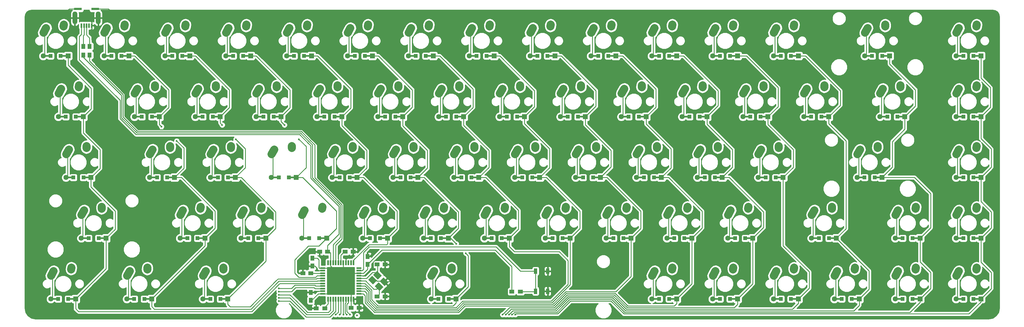
<source format=gbl>
G04 #@! TF.FileFunction,Copper,L2,Bot,Signal*
%FSLAX46Y46*%
G04 Gerber Fmt 4.6, Leading zero omitted, Abs format (unit mm)*
G04 Created by KiCad (PCBNEW 4.0.7) date 01/28/18 20:53:29*
%MOMM*%
%LPD*%
G01*
G04 APERTURE LIST*
%ADD10C,0.100000*%
%ADD11R,0.550000X1.500000*%
%ADD12R,1.500000X0.550000*%
%ADD13C,2.500000*%
%ADD14R,1.250000X1.500000*%
%ADD15R,1.500000X1.250000*%
%ADD16R,1.200000X1.200000*%
%ADD17R,1.600000X1.600000*%
%ADD18C,1.600000*%
%ADD19R,2.500000X0.500000*%
%ADD20R,2.350000X0.800000*%
%ADD21R,0.500000X1.400000*%
%ADD22O,1.500000X4.000000*%
%ADD23R,1.500000X1.300000*%
%ADD24R,1.300000X1.500000*%
%ADD25R,1.000000X1.700000*%
%ADD26C,0.600000*%
%ADD27C,0.250000*%
%ADD28C,0.254000*%
G04 APERTURE END LIST*
D10*
D11*
X173382500Y-112455000D03*
X174182500Y-112455000D03*
X174982500Y-112455000D03*
X175782500Y-112455000D03*
X176582500Y-112455000D03*
X177382500Y-112455000D03*
X178182500Y-112455000D03*
X178982500Y-112455000D03*
X179782500Y-112455000D03*
X180582500Y-112455000D03*
X181382500Y-112455000D03*
D12*
X183082500Y-114155000D03*
X183082500Y-114955000D03*
X183082500Y-115755000D03*
X183082500Y-116555000D03*
X183082500Y-117355000D03*
X183082500Y-118155000D03*
X183082500Y-118955000D03*
X183082500Y-119755000D03*
X183082500Y-120555000D03*
X183082500Y-121355000D03*
X183082500Y-122155000D03*
D11*
X181382500Y-123855000D03*
X180582500Y-123855000D03*
X179782500Y-123855000D03*
X178982500Y-123855000D03*
X178182500Y-123855000D03*
X177382500Y-123855000D03*
X176582500Y-123855000D03*
X175782500Y-123855000D03*
X174982500Y-123855000D03*
X174182500Y-123855000D03*
X173382500Y-123855000D03*
D12*
X171682500Y-122155000D03*
X171682500Y-121355000D03*
X171682500Y-120555000D03*
X171682500Y-119755000D03*
X171682500Y-118955000D03*
X171682500Y-118155000D03*
X171682500Y-117355000D03*
X171682500Y-116555000D03*
X171682500Y-115755000D03*
X171682500Y-114955000D03*
X171682500Y-114155000D03*
D13*
X104156703Y-38862546D02*
X103345797Y-40322454D01*
X109695974Y-37783172D02*
X109656526Y-38361828D01*
D14*
X185750000Y-113000000D03*
X185750000Y-110500000D03*
X168000000Y-124250000D03*
X168000000Y-121750000D03*
D15*
X180625000Y-126625000D03*
X183125000Y-126625000D03*
D14*
X168500000Y-111000000D03*
X168500000Y-113500000D03*
D15*
X173250000Y-109000000D03*
X170750000Y-109000000D03*
X188750000Y-123000000D03*
X191250000Y-123000000D03*
X191250000Y-113000000D03*
X188750000Y-113000000D03*
X178750000Y-109000000D03*
X181250000Y-109000000D03*
X165500000Y-115750000D03*
X168000000Y-115750000D03*
D16*
X86531250Y-47625000D03*
X89681250Y-47625000D03*
D17*
X92006250Y-47625000D03*
D18*
X84206250Y-47625000D03*
D19*
X90806250Y-47625000D03*
X85406250Y-47625000D03*
D16*
X91293750Y-66675000D03*
X94443750Y-66675000D03*
D17*
X96768750Y-66675000D03*
D18*
X88968750Y-66675000D03*
D19*
X95568750Y-66675000D03*
X90168750Y-66675000D03*
D16*
X93675000Y-85725000D03*
X96825000Y-85725000D03*
D17*
X99150000Y-85725000D03*
D18*
X91350000Y-85725000D03*
D19*
X97950000Y-85725000D03*
X92550000Y-85725000D03*
D16*
X98437500Y-104775000D03*
X101587500Y-104775000D03*
D17*
X103912500Y-104775000D03*
D18*
X96112500Y-104775000D03*
D19*
X102712500Y-104775000D03*
X97312500Y-104775000D03*
D16*
X88912500Y-123825000D03*
X92062500Y-123825000D03*
D17*
X94387500Y-123825000D03*
D18*
X86587500Y-123825000D03*
D19*
X93187500Y-123825000D03*
X87787500Y-123825000D03*
D16*
X105581250Y-47625000D03*
X108731250Y-47625000D03*
D17*
X111056250Y-47625000D03*
D18*
X103256250Y-47625000D03*
D19*
X109856250Y-47625000D03*
X104456250Y-47625000D03*
D16*
X115106250Y-66675000D03*
X118256250Y-66675000D03*
D17*
X120581250Y-66675000D03*
D18*
X112781250Y-66675000D03*
D19*
X119381250Y-66675000D03*
X113981250Y-66675000D03*
D16*
X119868750Y-85725000D03*
X123018750Y-85725000D03*
D17*
X125343750Y-85725000D03*
D18*
X117543750Y-85725000D03*
D19*
X124143750Y-85725000D03*
X118743750Y-85725000D03*
D16*
X129393750Y-104775000D03*
X132543750Y-104775000D03*
D17*
X134868750Y-104775000D03*
D18*
X127068750Y-104775000D03*
D19*
X133668750Y-104775000D03*
X128268750Y-104775000D03*
D16*
X112725000Y-123825000D03*
X115875000Y-123825000D03*
D17*
X118200000Y-123825000D03*
D18*
X110400000Y-123825000D03*
D19*
X117000000Y-123825000D03*
X111600000Y-123825000D03*
D16*
X136537500Y-123825000D03*
X139687500Y-123825000D03*
D17*
X142012500Y-123825000D03*
D18*
X134212500Y-123825000D03*
D19*
X140812500Y-123825000D03*
X135412500Y-123825000D03*
D16*
X124631250Y-47625000D03*
X127781250Y-47625000D03*
D17*
X130106250Y-47625000D03*
D18*
X122306250Y-47625000D03*
D19*
X128906250Y-47625000D03*
X123506250Y-47625000D03*
D16*
X134156250Y-66675000D03*
X137306250Y-66675000D03*
D17*
X139631250Y-66675000D03*
D18*
X131831250Y-66675000D03*
D19*
X138431250Y-66675000D03*
X133031250Y-66675000D03*
D16*
X138918750Y-85725000D03*
X142068750Y-85725000D03*
D17*
X144393750Y-85725000D03*
D18*
X136593750Y-85725000D03*
D19*
X143193750Y-85725000D03*
X137793750Y-85725000D03*
D16*
X148443750Y-104775000D03*
X151593750Y-104775000D03*
D17*
X153918750Y-104775000D03*
D18*
X146118750Y-104775000D03*
D19*
X152718750Y-104775000D03*
X147318750Y-104775000D03*
D16*
X143681250Y-47625000D03*
X146831250Y-47625000D03*
D17*
X149156250Y-47625000D03*
D18*
X141356250Y-47625000D03*
D19*
X147956250Y-47625000D03*
X142556250Y-47625000D03*
D16*
X153206250Y-66675000D03*
X156356250Y-66675000D03*
D17*
X158681250Y-66675000D03*
D18*
X150881250Y-66675000D03*
D19*
X157481250Y-66675000D03*
X152081250Y-66675000D03*
D16*
X157968750Y-85725000D03*
X161118750Y-85725000D03*
D17*
X163443750Y-85725000D03*
D18*
X155643750Y-85725000D03*
D19*
X162243750Y-85725000D03*
X156843750Y-85725000D03*
D16*
X167493750Y-104775000D03*
X170643750Y-104775000D03*
D17*
X172968750Y-104775000D03*
D18*
X165168750Y-104775000D03*
D19*
X171768750Y-104775000D03*
X166368750Y-104775000D03*
D16*
X162731250Y-47625000D03*
X165881250Y-47625000D03*
D17*
X168206250Y-47625000D03*
D18*
X160406250Y-47625000D03*
D19*
X167006250Y-47625000D03*
X161606250Y-47625000D03*
D16*
X172256250Y-66675000D03*
X175406250Y-66675000D03*
D17*
X177731250Y-66675000D03*
D18*
X169931250Y-66675000D03*
D19*
X176531250Y-66675000D03*
X171131250Y-66675000D03*
D16*
X177018750Y-85725000D03*
X180168750Y-85725000D03*
D17*
X182493750Y-85725000D03*
D18*
X174693750Y-85725000D03*
D19*
X181293750Y-85725000D03*
X175893750Y-85725000D03*
D16*
X186543750Y-104775000D03*
X189693750Y-104775000D03*
D17*
X192018750Y-104775000D03*
D18*
X184218750Y-104775000D03*
D19*
X190818750Y-104775000D03*
X185418750Y-104775000D03*
D16*
X181781250Y-47625000D03*
X184931250Y-47625000D03*
D17*
X187256250Y-47625000D03*
D18*
X179456250Y-47625000D03*
D19*
X186056250Y-47625000D03*
X180656250Y-47625000D03*
D16*
X191306250Y-66675000D03*
X194456250Y-66675000D03*
D17*
X196781250Y-66675000D03*
D18*
X188981250Y-66675000D03*
D19*
X195581250Y-66675000D03*
X190181250Y-66675000D03*
D16*
X196068750Y-85725000D03*
X199218750Y-85725000D03*
D17*
X201543750Y-85725000D03*
D18*
X193743750Y-85725000D03*
D19*
X200343750Y-85725000D03*
X194943750Y-85725000D03*
D16*
X205593750Y-104775000D03*
X208743750Y-104775000D03*
D17*
X211068750Y-104775000D03*
D18*
X203268750Y-104775000D03*
D19*
X209868750Y-104775000D03*
X204468750Y-104775000D03*
D16*
X200831250Y-47625000D03*
X203981250Y-47625000D03*
D17*
X206306250Y-47625000D03*
D18*
X198506250Y-47625000D03*
D19*
X205106250Y-47625000D03*
X199706250Y-47625000D03*
D16*
X210356250Y-66675000D03*
X213506250Y-66675000D03*
D17*
X215831250Y-66675000D03*
D18*
X208031250Y-66675000D03*
D19*
X214631250Y-66675000D03*
X209231250Y-66675000D03*
D16*
X215118750Y-85725000D03*
X218268750Y-85725000D03*
D17*
X220593750Y-85725000D03*
D18*
X212793750Y-85725000D03*
D19*
X219393750Y-85725000D03*
X213993750Y-85725000D03*
D16*
X224643750Y-104775000D03*
X227793750Y-104775000D03*
D17*
X230118750Y-104775000D03*
D18*
X222318750Y-104775000D03*
D19*
X228918750Y-104775000D03*
X223518750Y-104775000D03*
D16*
X207975000Y-123825000D03*
X211125000Y-123825000D03*
D17*
X213450000Y-123825000D03*
D18*
X205650000Y-123825000D03*
D19*
X212250000Y-123825000D03*
X206850000Y-123825000D03*
D16*
X219881250Y-47625000D03*
X223031250Y-47625000D03*
D17*
X225356250Y-47625000D03*
D18*
X217556250Y-47625000D03*
D19*
X224156250Y-47625000D03*
X218756250Y-47625000D03*
D16*
X229406250Y-66675000D03*
X232556250Y-66675000D03*
D17*
X234881250Y-66675000D03*
D18*
X227081250Y-66675000D03*
D19*
X233681250Y-66675000D03*
X228281250Y-66675000D03*
D16*
X234168750Y-85725000D03*
X237318750Y-85725000D03*
D17*
X239643750Y-85725000D03*
D18*
X231843750Y-85725000D03*
D19*
X238443750Y-85725000D03*
X233043750Y-85725000D03*
D16*
X243693750Y-104775000D03*
X246843750Y-104775000D03*
D17*
X249168750Y-104775000D03*
D18*
X241368750Y-104775000D03*
D19*
X247968750Y-104775000D03*
X242568750Y-104775000D03*
D16*
X238931250Y-47625000D03*
X242081250Y-47625000D03*
D17*
X244406250Y-47625000D03*
D18*
X236606250Y-47625000D03*
D19*
X243206250Y-47625000D03*
X237806250Y-47625000D03*
D16*
X248456250Y-66675000D03*
X251606250Y-66675000D03*
D17*
X253931250Y-66675000D03*
D18*
X246131250Y-66675000D03*
D19*
X252731250Y-66675000D03*
X247331250Y-66675000D03*
D16*
X253218750Y-85725000D03*
X256368750Y-85725000D03*
D17*
X258693750Y-85725000D03*
D18*
X250893750Y-85725000D03*
D19*
X257493750Y-85725000D03*
X252093750Y-85725000D03*
D16*
X262743750Y-104775000D03*
X265893750Y-104775000D03*
D17*
X268218750Y-104775000D03*
D18*
X260418750Y-104775000D03*
D19*
X267018750Y-104775000D03*
X261618750Y-104775000D03*
D16*
X257981250Y-47625000D03*
X261131250Y-47625000D03*
D17*
X263456250Y-47625000D03*
D18*
X255656250Y-47625000D03*
D19*
X262256250Y-47625000D03*
X256856250Y-47625000D03*
D16*
X267506250Y-66675000D03*
X270656250Y-66675000D03*
D17*
X272981250Y-66675000D03*
D18*
X265181250Y-66675000D03*
D19*
X271781250Y-66675000D03*
X266381250Y-66675000D03*
D16*
X272268750Y-85725000D03*
X275418750Y-85725000D03*
D17*
X277743750Y-85725000D03*
D18*
X269943750Y-85725000D03*
D19*
X276543750Y-85725000D03*
X271143750Y-85725000D03*
D16*
X281793750Y-104775000D03*
X284943750Y-104775000D03*
D17*
X287268750Y-104775000D03*
D18*
X279468750Y-104775000D03*
D19*
X286068750Y-104775000D03*
X280668750Y-104775000D03*
D16*
X277031250Y-47625000D03*
X280181250Y-47625000D03*
D17*
X282506250Y-47625000D03*
D18*
X274706250Y-47625000D03*
D19*
X281306250Y-47625000D03*
X275906250Y-47625000D03*
D16*
X286556250Y-66675000D03*
X289706250Y-66675000D03*
D17*
X292031250Y-66675000D03*
D18*
X284231250Y-66675000D03*
D19*
X290831250Y-66675000D03*
X285431250Y-66675000D03*
D16*
X291318750Y-85725000D03*
X294468750Y-85725000D03*
D17*
X296793750Y-85725000D03*
D18*
X288993750Y-85725000D03*
D19*
X295593750Y-85725000D03*
X290193750Y-85725000D03*
D16*
X300843750Y-104775000D03*
X303993750Y-104775000D03*
D17*
X306318750Y-104775000D03*
D18*
X298518750Y-104775000D03*
D19*
X305118750Y-104775000D03*
X299718750Y-104775000D03*
D16*
X277031250Y-123825000D03*
X280181250Y-123825000D03*
D17*
X282506250Y-123825000D03*
D18*
X274706250Y-123825000D03*
D19*
X281306250Y-123825000D03*
X275906250Y-123825000D03*
D16*
X296081250Y-47625000D03*
X299231250Y-47625000D03*
D17*
X301556250Y-47625000D03*
D18*
X293756250Y-47625000D03*
D19*
X300356250Y-47625000D03*
X294956250Y-47625000D03*
D16*
X305606250Y-66675000D03*
X308756250Y-66675000D03*
D17*
X311081250Y-66675000D03*
D18*
X303281250Y-66675000D03*
D19*
X309881250Y-66675000D03*
X304481250Y-66675000D03*
D16*
X310368750Y-85725000D03*
X313518750Y-85725000D03*
D17*
X315843750Y-85725000D03*
D18*
X308043750Y-85725000D03*
D19*
X314643750Y-85725000D03*
X309243750Y-85725000D03*
D16*
X296081250Y-123825000D03*
X299231250Y-123825000D03*
D17*
X301556250Y-123825000D03*
D18*
X293756250Y-123825000D03*
D19*
X300356250Y-123825000D03*
X294956250Y-123825000D03*
D16*
X315131250Y-47625000D03*
X318281250Y-47625000D03*
D17*
X320606250Y-47625000D03*
D18*
X312806250Y-47625000D03*
D19*
X319406250Y-47625000D03*
X314006250Y-47625000D03*
D16*
X324656250Y-66675000D03*
X327806250Y-66675000D03*
D17*
X330131250Y-66675000D03*
D18*
X322331250Y-66675000D03*
D19*
X328931250Y-66675000D03*
X323531250Y-66675000D03*
D16*
X341325000Y-85725000D03*
X344475000Y-85725000D03*
D17*
X346800000Y-85725000D03*
D18*
X339000000Y-85725000D03*
D19*
X345600000Y-85725000D03*
X340200000Y-85725000D03*
D16*
X353231250Y-104775000D03*
X356381250Y-104775000D03*
D17*
X358706250Y-104775000D03*
D18*
X350906250Y-104775000D03*
D19*
X357506250Y-104775000D03*
X352106250Y-104775000D03*
D16*
X315131250Y-123825000D03*
X318281250Y-123825000D03*
D17*
X320606250Y-123825000D03*
D18*
X312806250Y-123825000D03*
D19*
X319406250Y-123825000D03*
X314006250Y-123825000D03*
D16*
X343706250Y-47625000D03*
X346856250Y-47625000D03*
D17*
X349181250Y-47625000D03*
D18*
X341381250Y-47625000D03*
D19*
X347981250Y-47625000D03*
X342581250Y-47625000D03*
D16*
X348468750Y-66675000D03*
X351618750Y-66675000D03*
D17*
X353943750Y-66675000D03*
D18*
X346143750Y-66675000D03*
D19*
X352743750Y-66675000D03*
X347343750Y-66675000D03*
D16*
X372281250Y-85725000D03*
X375431250Y-85725000D03*
D17*
X377756250Y-85725000D03*
D18*
X369956250Y-85725000D03*
D19*
X376556250Y-85725000D03*
X371156250Y-85725000D03*
D16*
X372281250Y-104775000D03*
X375431250Y-104775000D03*
D17*
X377756250Y-104775000D03*
D18*
X369956250Y-104775000D03*
D19*
X376556250Y-104775000D03*
X371156250Y-104775000D03*
D16*
X353231250Y-123825000D03*
X356381250Y-123825000D03*
D17*
X358706250Y-123825000D03*
D18*
X350906250Y-123825000D03*
D19*
X357506250Y-123825000D03*
X352106250Y-123825000D03*
D16*
X372281250Y-47625000D03*
X375431250Y-47625000D03*
D17*
X377756250Y-47625000D03*
D18*
X369956250Y-47625000D03*
D19*
X376556250Y-47625000D03*
X371156250Y-47625000D03*
D16*
X372281250Y-66675000D03*
X375431250Y-66675000D03*
D17*
X377756250Y-66675000D03*
D18*
X369956250Y-66675000D03*
D19*
X376556250Y-66675000D03*
X371156250Y-66675000D03*
D16*
X372281250Y-123825000D03*
X375431250Y-123825000D03*
D17*
X377756250Y-123825000D03*
D18*
X369956250Y-123825000D03*
D19*
X376556250Y-123825000D03*
X371156250Y-123825000D03*
D20*
X100465000Y-32900000D03*
X95115000Y-32900000D03*
D21*
X96190000Y-38100000D03*
X96990000Y-38100000D03*
X97790000Y-38100000D03*
X98590000Y-38100000D03*
X99390000Y-38100000D03*
D22*
X94140000Y-35700000D03*
X101440000Y-35700000D03*
D13*
X85106703Y-38862546D02*
X84295797Y-40322454D01*
X90645974Y-37783172D02*
X90606526Y-38361828D01*
X89869203Y-57912546D02*
X89058297Y-59372454D01*
X95408474Y-56833172D02*
X95369026Y-57411828D01*
X92250453Y-76962546D02*
X91439547Y-78422454D01*
X97789724Y-75883172D02*
X97750276Y-76461828D01*
X97012953Y-96012546D02*
X96202047Y-97472454D01*
X102552224Y-94933172D02*
X102512776Y-95511828D01*
X87487953Y-115062546D02*
X86677047Y-116522454D01*
X93027224Y-113983172D02*
X92987776Y-114561828D01*
X113681703Y-57912546D02*
X112870797Y-59372454D01*
X119220974Y-56833172D02*
X119181526Y-57411828D01*
X118444203Y-76962546D02*
X117633297Y-78422454D01*
X123983474Y-75883172D02*
X123944026Y-76461828D01*
X127969203Y-96012546D02*
X127158297Y-97472454D01*
X133508474Y-94933172D02*
X133469026Y-95511828D01*
X111300453Y-115062546D02*
X110489547Y-116522454D01*
X116839724Y-113983172D02*
X116800276Y-114561828D01*
X135112953Y-115062546D02*
X134302047Y-116522454D01*
X140652224Y-113983172D02*
X140612776Y-114561828D01*
X123206703Y-38862546D02*
X122395797Y-40322454D01*
X128745974Y-37783172D02*
X128706526Y-38361828D01*
X132731703Y-57912546D02*
X131920797Y-59372454D01*
X138270974Y-56833172D02*
X138231526Y-57411828D01*
X137494203Y-76962546D02*
X136683297Y-78422454D01*
X143033474Y-75883172D02*
X142994026Y-76461828D01*
X147019203Y-96012546D02*
X146208297Y-97472454D01*
X152558474Y-94933172D02*
X152519026Y-95511828D01*
X142256703Y-38862546D02*
X141445797Y-40322454D01*
X147795974Y-37783172D02*
X147756526Y-38361828D01*
X151781703Y-57912546D02*
X150970797Y-59372454D01*
X157320974Y-56833172D02*
X157281526Y-57411828D01*
X156544203Y-76962546D02*
X155733297Y-78422454D01*
X162083474Y-75883172D02*
X162044026Y-76461828D01*
X166069203Y-96012546D02*
X165258297Y-97472454D01*
X171608474Y-94933172D02*
X171569026Y-95511828D01*
X161306703Y-38862546D02*
X160495797Y-40322454D01*
X166845974Y-37783172D02*
X166806526Y-38361828D01*
X170831703Y-57912546D02*
X170020797Y-59372454D01*
X176370974Y-56833172D02*
X176331526Y-57411828D01*
X175594203Y-76962546D02*
X174783297Y-78422454D01*
X181133474Y-75883172D02*
X181094026Y-76461828D01*
X185119203Y-96012546D02*
X184308297Y-97472454D01*
X190658474Y-94933172D02*
X190619026Y-95511828D01*
X180356703Y-38862546D02*
X179545797Y-40322454D01*
X185895974Y-37783172D02*
X185856526Y-38361828D01*
X189881703Y-57912546D02*
X189070797Y-59372454D01*
X195420974Y-56833172D02*
X195381526Y-57411828D01*
X194644203Y-76962546D02*
X193833297Y-78422454D01*
X200183474Y-75883172D02*
X200144026Y-76461828D01*
X204169203Y-96012546D02*
X203358297Y-97472454D01*
X209708474Y-94933172D02*
X209669026Y-95511828D01*
X199406703Y-38862546D02*
X198595797Y-40322454D01*
X204945974Y-37783172D02*
X204906526Y-38361828D01*
X208931703Y-57912546D02*
X208120797Y-59372454D01*
X214470974Y-56833172D02*
X214431526Y-57411828D01*
X213694203Y-76962546D02*
X212883297Y-78422454D01*
X219233474Y-75883172D02*
X219194026Y-76461828D01*
X223219203Y-96012546D02*
X222408297Y-97472454D01*
X228758474Y-94933172D02*
X228719026Y-95511828D01*
X206550453Y-115062546D02*
X205739547Y-116522454D01*
X212089724Y-113983172D02*
X212050276Y-114561828D01*
X218456703Y-38862546D02*
X217645797Y-40322454D01*
X223995974Y-37783172D02*
X223956526Y-38361828D01*
X227981703Y-57912546D02*
X227170797Y-59372454D01*
X233520974Y-56833172D02*
X233481526Y-57411828D01*
X232744203Y-76962546D02*
X231933297Y-78422454D01*
X238283474Y-75883172D02*
X238244026Y-76461828D01*
X242269203Y-96012546D02*
X241458297Y-97472454D01*
X247808474Y-94933172D02*
X247769026Y-95511828D01*
X237506703Y-38862546D02*
X236695797Y-40322454D01*
X243045974Y-37783172D02*
X243006526Y-38361828D01*
X247031703Y-57912546D02*
X246220797Y-59372454D01*
X252570974Y-56833172D02*
X252531526Y-57411828D01*
X251794203Y-76962546D02*
X250983297Y-78422454D01*
X257333474Y-75883172D02*
X257294026Y-76461828D01*
X261319203Y-96012546D02*
X260508297Y-97472454D01*
X266858474Y-94933172D02*
X266819026Y-95511828D01*
X256556703Y-38862546D02*
X255745797Y-40322454D01*
X262095974Y-37783172D02*
X262056526Y-38361828D01*
X266081703Y-57912546D02*
X265270797Y-59372454D01*
X271620974Y-56833172D02*
X271581526Y-57411828D01*
X270844203Y-76962546D02*
X270033297Y-78422454D01*
X276383474Y-75883172D02*
X276344026Y-76461828D01*
X280369203Y-96012546D02*
X279558297Y-97472454D01*
X285908474Y-94933172D02*
X285869026Y-95511828D01*
X275606703Y-38862546D02*
X274795797Y-40322454D01*
X281145974Y-37783172D02*
X281106526Y-38361828D01*
X285131703Y-57912546D02*
X284320797Y-59372454D01*
X290670974Y-56833172D02*
X290631526Y-57411828D01*
X289894203Y-76962546D02*
X289083297Y-78422454D01*
X295433474Y-75883172D02*
X295394026Y-76461828D01*
X299419203Y-96012546D02*
X298608297Y-97472454D01*
X304958474Y-94933172D02*
X304919026Y-95511828D01*
X275606703Y-115062546D02*
X274795797Y-116522454D01*
X281145974Y-113983172D02*
X281106526Y-114561828D01*
X294656703Y-38862546D02*
X293845797Y-40322454D01*
X300195974Y-37783172D02*
X300156526Y-38361828D01*
X304181703Y-57912546D02*
X303370797Y-59372454D01*
X309720974Y-56833172D02*
X309681526Y-57411828D01*
X308944203Y-76962546D02*
X308133297Y-78422454D01*
X314483474Y-75883172D02*
X314444026Y-76461828D01*
X294656703Y-115062546D02*
X293845797Y-116522454D01*
X300195974Y-113983172D02*
X300156526Y-114561828D01*
X313706703Y-38862546D02*
X312895797Y-40322454D01*
X319245974Y-37783172D02*
X319206526Y-38361828D01*
X323231703Y-57912546D02*
X322420797Y-59372454D01*
X328770974Y-56833172D02*
X328731526Y-57411828D01*
X339900453Y-76962546D02*
X339089547Y-78422454D01*
X345439724Y-75883172D02*
X345400276Y-76461828D01*
X351806703Y-96012546D02*
X350995797Y-97472454D01*
X357345974Y-94933172D02*
X357306526Y-95511828D01*
X313706703Y-115062546D02*
X312895797Y-116522454D01*
X319245974Y-113983172D02*
X319206526Y-114561828D01*
X342281703Y-38862546D02*
X341470797Y-40322454D01*
X347820974Y-37783172D02*
X347781526Y-38361828D01*
X347044203Y-57912546D02*
X346233297Y-59372454D01*
X352583474Y-56833172D02*
X352544026Y-57411828D01*
X370856703Y-76962546D02*
X370045797Y-78422454D01*
X376395974Y-75883172D02*
X376356526Y-76461828D01*
X370856703Y-96012546D02*
X370045797Y-97472454D01*
X376395974Y-94933172D02*
X376356526Y-95511828D01*
X351806703Y-115062546D02*
X350995797Y-116522454D01*
X357345974Y-113983172D02*
X357306526Y-114561828D01*
X370856703Y-38862546D02*
X370045797Y-40322454D01*
X376395974Y-37783172D02*
X376356526Y-38361828D01*
X370856703Y-57912546D02*
X370045797Y-59372454D01*
X376395974Y-56833172D02*
X376356526Y-57411828D01*
X370856703Y-115062546D02*
X370045797Y-116522454D01*
X376395974Y-113983172D02*
X376356526Y-114561828D01*
D23*
X233600000Y-121500000D03*
X230900000Y-121500000D03*
D24*
X96750000Y-47350000D03*
X96750000Y-44650000D03*
X98750000Y-47350000D03*
X98750000Y-44650000D03*
D23*
X169650000Y-126750000D03*
X172350000Y-126750000D03*
D25*
X242150000Y-121400000D03*
X242150000Y-115100000D03*
X238350000Y-121400000D03*
X238350000Y-115100000D03*
D10*
G36*
X187521332Y-116228134D02*
X188741091Y-115008375D01*
X190226016Y-116493300D01*
X189006257Y-117713059D01*
X187521332Y-116228134D01*
X187521332Y-116228134D01*
G37*
G36*
X189571941Y-118278743D02*
X190791700Y-117058984D01*
X192276625Y-118543909D01*
X191056866Y-119763668D01*
X189571941Y-118278743D01*
X189571941Y-118278743D01*
G37*
G36*
X188033984Y-119816700D02*
X189253743Y-118596941D01*
X190738668Y-120081866D01*
X189518909Y-121301625D01*
X188033984Y-119816700D01*
X188033984Y-119816700D01*
G37*
G36*
X185983375Y-117766091D02*
X187203134Y-116546332D01*
X188688059Y-118031257D01*
X187468300Y-119251016D01*
X185983375Y-117766091D01*
X185983375Y-117766091D01*
G37*
D16*
X334181250Y-123825000D03*
X337331250Y-123825000D03*
D17*
X339656250Y-123825000D03*
D18*
X331856250Y-123825000D03*
D19*
X338456250Y-123825000D03*
X333056250Y-123825000D03*
D13*
X332756703Y-115062546D02*
X331945797Y-116522454D01*
X338295974Y-113983172D02*
X338256526Y-114561828D01*
D16*
X327037500Y-104775000D03*
X330187500Y-104775000D03*
D17*
X332512500Y-104775000D03*
D18*
X324712500Y-104775000D03*
D19*
X331312500Y-104775000D03*
X325912500Y-104775000D03*
D13*
X325612953Y-96012546D02*
X324802047Y-97472454D01*
X331152224Y-94933172D02*
X331112776Y-95511828D01*
D26*
X182500000Y-129000000D03*
X180750000Y-105250000D03*
X168500000Y-108750000D03*
X187500000Y-109250000D03*
X90750000Y-34500000D03*
X106250000Y-34500000D03*
X166750000Y-112750000D03*
X167750000Y-126500000D03*
X164750000Y-113750000D03*
X166250000Y-122000000D03*
X183750000Y-128250000D03*
X243000000Y-112500000D03*
X194000000Y-117500000D03*
X193000000Y-123000000D03*
X193000000Y-113000000D03*
X126000000Y-74250000D03*
X121250000Y-69750000D03*
X144500000Y-73750000D03*
X140250000Y-69250000D03*
X164250000Y-73750000D03*
X159750000Y-69250000D03*
X216500000Y-109500000D03*
X213500000Y-106500000D03*
X228000000Y-128750000D03*
X180250000Y-128750000D03*
X229000000Y-128750000D03*
X179250000Y-128750000D03*
X230000000Y-128750000D03*
X178250000Y-128750000D03*
X231000000Y-128750000D03*
X177000000Y-128750000D03*
X232000000Y-128750000D03*
X175750000Y-128750000D03*
X158000000Y-124500000D03*
X158000000Y-123500000D03*
X158000000Y-122500000D03*
X158000000Y-121500000D03*
X158000000Y-120500000D03*
D27*
X176750000Y-94750000D02*
X176750000Y-103500000D01*
X168000000Y-86000000D02*
X176750000Y-94750000D01*
X168000000Y-75750000D02*
X167250000Y-75000000D01*
X164500000Y-72250000D02*
X167250000Y-75000000D01*
X96190000Y-38100000D02*
X96190000Y-40810000D01*
X113250000Y-72250000D02*
X122500000Y-72250000D01*
X108250000Y-67250000D02*
X113250000Y-72250000D01*
X108250000Y-61500000D02*
X108250000Y-67250000D01*
X95500000Y-48750000D02*
X108250000Y-61500000D01*
X95500000Y-41500000D02*
X95500000Y-48750000D01*
X96190000Y-40810000D02*
X95500000Y-41500000D01*
X122500000Y-72250000D02*
X164500000Y-72250000D01*
X168000000Y-75750000D02*
X168000000Y-86000000D01*
X173250000Y-107000000D02*
X173250000Y-109000000D01*
X176750000Y-103500000D02*
X173250000Y-107000000D01*
X171682500Y-114155000D02*
X173405000Y-114155000D01*
X173405000Y-114155000D02*
X175250000Y-116000000D01*
X174182500Y-112455000D02*
X174182500Y-113432500D01*
X174182500Y-113432500D02*
X176250000Y-115500000D01*
X171682500Y-122155000D02*
X173595000Y-122155000D01*
X173595000Y-122155000D02*
X175250000Y-120500000D01*
X180582500Y-123855000D02*
X180582500Y-121582500D01*
X180582500Y-121582500D02*
X179250000Y-120250000D01*
X183082500Y-115755000D02*
X180745000Y-115755000D01*
X180745000Y-115755000D02*
X179750000Y-116750000D01*
X178182500Y-112455000D02*
X178182500Y-114682500D01*
X178182500Y-114682500D02*
X178750000Y-115250000D01*
X230900000Y-121500000D02*
X230900000Y-113650000D01*
X190250000Y-108500000D02*
X185750000Y-113000000D01*
X225750000Y-108500000D02*
X190250000Y-108500000D01*
X230900000Y-113650000D02*
X225750000Y-108500000D01*
X171682500Y-114155000D02*
X170655000Y-114155000D01*
X170000000Y-111000000D02*
X168500000Y-111000000D01*
X170500000Y-111500000D02*
X170000000Y-111000000D01*
X170500000Y-114000000D02*
X170500000Y-111500000D01*
X170655000Y-114155000D02*
X170500000Y-114000000D01*
X168000000Y-124250000D02*
X168250000Y-124250000D01*
X168250000Y-124250000D02*
X170345000Y-122155000D01*
X170345000Y-122155000D02*
X171682500Y-122155000D01*
X173250000Y-109000000D02*
X173750000Y-109000000D01*
X173750000Y-109000000D02*
X174182500Y-109432500D01*
X174182500Y-109432500D02*
X174182500Y-112455000D01*
X183082500Y-115755000D02*
X184495000Y-115755000D01*
X184495000Y-115755000D02*
X185750000Y-114500000D01*
X185750000Y-114500000D02*
X185750000Y-113000000D01*
X180582500Y-123855000D02*
X180582500Y-126582500D01*
X180582500Y-126582500D02*
X180625000Y-126625000D01*
X183087500Y-115750000D02*
X183082500Y-115755000D01*
X181250000Y-109000000D02*
X181250000Y-105750000D01*
X181250000Y-105750000D02*
X180750000Y-105250000D01*
X168750000Y-109000000D02*
X168500000Y-108750000D01*
X170750000Y-109000000D02*
X168750000Y-109000000D01*
X185750000Y-110500000D02*
X186250000Y-110500000D01*
X186250000Y-110500000D02*
X187500000Y-109250000D01*
X177500000Y-93250000D02*
X178250000Y-94000000D01*
X170000000Y-85750000D02*
X177500000Y-93250000D01*
X170000000Y-75500000D02*
X168250000Y-73750000D01*
X165250000Y-70750000D02*
X168250000Y-73750000D01*
X100500000Y-49250000D02*
X100500000Y-50250000D01*
X99390000Y-38100000D02*
X99390000Y-42640000D01*
X100500000Y-43750000D02*
X100500000Y-49250000D01*
X99390000Y-42640000D02*
X100500000Y-43750000D01*
X114000000Y-70750000D02*
X123000000Y-70750000D01*
X109750000Y-66500000D02*
X114000000Y-70750000D01*
X109750000Y-59500000D02*
X109750000Y-66500000D01*
X100500000Y-50250000D02*
X109750000Y-59500000D01*
X123000000Y-70750000D02*
X165250000Y-70750000D01*
X170000000Y-75500000D02*
X170000000Y-85750000D01*
X176582500Y-107167500D02*
X176582500Y-112455000D01*
X178250000Y-105500000D02*
X176582500Y-107167500D01*
X178250000Y-94000000D02*
X178250000Y-105500000D01*
X94140000Y-35700000D02*
X91950000Y-35700000D01*
X92350000Y-32900000D02*
X90750000Y-34500000D01*
X92350000Y-32900000D02*
X95115000Y-32900000D01*
X91950000Y-35700000D02*
X90750000Y-34500000D01*
X101440000Y-35700000D02*
X105050000Y-35700000D01*
X104650000Y-32900000D02*
X100465000Y-32900000D01*
X104650000Y-32900000D02*
X106250000Y-34500000D01*
X105050000Y-35700000D02*
X106250000Y-34500000D01*
X167500000Y-113500000D02*
X166750000Y-112750000D01*
X168500000Y-113500000D02*
X167500000Y-113500000D01*
X181250000Y-109000000D02*
X181250000Y-109750000D01*
X178982500Y-110767500D02*
X178982500Y-112455000D01*
X179250000Y-110500000D02*
X178982500Y-110767500D01*
X180500000Y-110500000D02*
X179250000Y-110500000D01*
X181250000Y-109750000D02*
X180500000Y-110500000D01*
X169650000Y-126750000D02*
X168000000Y-126750000D01*
X168000000Y-126750000D02*
X167750000Y-126500000D01*
X165500000Y-115750000D02*
X165500000Y-114500000D01*
X165500000Y-114500000D02*
X164750000Y-113750000D01*
X168500000Y-113500000D02*
X169250000Y-113500000D01*
X170205000Y-114955000D02*
X171682500Y-114955000D01*
X170000000Y-114750000D02*
X170205000Y-114955000D01*
X170000000Y-114250000D02*
X170000000Y-114750000D01*
X169250000Y-113500000D02*
X170000000Y-114250000D01*
X191250000Y-113000000D02*
X191250000Y-112250000D01*
X191250000Y-112250000D02*
X190750000Y-111750000D01*
X190750000Y-111750000D02*
X188000000Y-111750000D01*
X188000000Y-111750000D02*
X187500000Y-112250000D01*
X187500000Y-112250000D02*
X187500000Y-114250000D01*
X187500000Y-114250000D02*
X185195000Y-116555000D01*
X185195000Y-116555000D02*
X183082500Y-116555000D01*
X168000000Y-121750000D02*
X166500000Y-121750000D01*
X166500000Y-121750000D02*
X166250000Y-122000000D01*
X168000000Y-121750000D02*
X168750000Y-121750000D01*
X169145000Y-121355000D02*
X171682500Y-121355000D01*
X168750000Y-121750000D02*
X169145000Y-121355000D01*
X183125000Y-126625000D02*
X183125000Y-125625000D01*
X181382500Y-124882500D02*
X181382500Y-123855000D01*
X181750000Y-125250000D02*
X181382500Y-124882500D01*
X182750000Y-125250000D02*
X181750000Y-125250000D01*
X183125000Y-125625000D02*
X182750000Y-125250000D01*
X183125000Y-126625000D02*
X183125000Y-127625000D01*
X183125000Y-127625000D02*
X183750000Y-128250000D01*
X242150000Y-115100000D02*
X242150000Y-113350000D01*
X242150000Y-113350000D02*
X243000000Y-112500000D01*
X242150000Y-115100000D02*
X242150000Y-121400000D01*
X190924283Y-118411326D02*
X193088674Y-118411326D01*
X193088674Y-118411326D02*
X194000000Y-117500000D01*
X187335717Y-117898674D02*
X188398674Y-117898674D01*
X188398674Y-117898674D02*
X188750000Y-118250000D01*
X188750000Y-118250000D02*
X190762957Y-118250000D01*
X190762957Y-118250000D02*
X190924283Y-118411326D01*
X191250000Y-123000000D02*
X193000000Y-123000000D01*
X191250000Y-113000000D02*
X193000000Y-113000000D01*
X189386326Y-119949283D02*
X189386326Y-122363674D01*
X189386326Y-122363674D02*
X188515000Y-123235000D01*
X183082500Y-118155000D02*
X185155000Y-118155000D01*
X188585609Y-120750000D02*
X189386326Y-119949283D01*
X187750000Y-120750000D02*
X188585609Y-120750000D01*
X185155000Y-118155000D02*
X187750000Y-120750000D01*
X178500000Y-109000000D02*
X177382500Y-110117500D01*
X177382500Y-110117500D02*
X177382500Y-112455000D01*
X178750000Y-109000000D02*
X178500000Y-109000000D01*
X171682500Y-115755000D02*
X168005000Y-115755000D01*
X168005000Y-115755000D02*
X168000000Y-115750000D01*
X171677500Y-115750000D02*
X171682500Y-115755000D01*
X84701250Y-39592500D02*
X84701250Y-47130000D01*
X84701250Y-47130000D02*
X84206250Y-47625000D01*
X84701250Y-47130000D02*
X84206250Y-47625000D01*
X158295000Y-118955000D02*
X158000000Y-119250000D01*
X171682500Y-118955000D02*
X158295000Y-118955000D01*
X147500000Y-127750000D02*
X149500000Y-127750000D01*
X94387500Y-126887500D02*
X95250000Y-127750000D01*
X95250000Y-127750000D02*
X147500000Y-127750000D01*
X94387500Y-126887500D02*
X94387500Y-123825000D01*
X149500000Y-127750000D02*
X158000000Y-119250000D01*
X94387500Y-123825000D02*
X94387500Y-123887500D01*
X103912500Y-104775000D02*
X103912500Y-114300000D01*
X103912500Y-114300000D02*
X94387500Y-123825000D01*
X99150000Y-85725000D02*
X99150000Y-88650000D01*
X106750000Y-101937500D02*
X103912500Y-104775000D01*
X106750000Y-96250000D02*
X106750000Y-101937500D01*
X99150000Y-88650000D02*
X106750000Y-96250000D01*
X96768750Y-66675000D02*
X96768750Y-71768750D01*
X102000000Y-82875000D02*
X99150000Y-85725000D01*
X102000000Y-77000000D02*
X102000000Y-82875000D01*
X96768750Y-71768750D02*
X102000000Y-77000000D01*
X92006250Y-47625000D02*
X92006250Y-50506250D01*
X99250000Y-64193750D02*
X96768750Y-66675000D01*
X99250000Y-57750000D02*
X99250000Y-64193750D01*
X92006250Y-50506250D02*
X99250000Y-57750000D01*
X96768750Y-66675000D02*
X96768750Y-66768750D01*
X92006250Y-47625000D02*
X92125000Y-47625000D01*
X89463750Y-58642500D02*
X89463750Y-66180000D01*
X89463750Y-66180000D02*
X88968750Y-66675000D01*
X91845000Y-77692500D02*
X91845000Y-85230000D01*
X91845000Y-85230000D02*
X91350000Y-85725000D01*
X91845000Y-85230000D02*
X91350000Y-85725000D01*
X96607500Y-96742500D02*
X96607500Y-104280000D01*
X96607500Y-104280000D02*
X96112500Y-104775000D01*
X87082500Y-115792500D02*
X87082500Y-123330000D01*
X87082500Y-123330000D02*
X86587500Y-123825000D01*
X103751250Y-39592500D02*
X103751250Y-47130000D01*
X103751250Y-47130000D02*
X103256250Y-47625000D01*
X171682500Y-118155000D02*
X170095000Y-118155000D01*
X149250000Y-127000000D02*
X158000000Y-118250000D01*
X118200000Y-126200000D02*
X118200000Y-123825000D01*
X119000000Y-127000000D02*
X147500000Y-127000000D01*
X118200000Y-126200000D02*
X119000000Y-127000000D01*
X147500000Y-127000000D02*
X149250000Y-127000000D01*
X170000000Y-118250000D02*
X158000000Y-118250000D01*
X170095000Y-118155000D02*
X170000000Y-118250000D01*
X118200000Y-123825000D02*
X118325000Y-123825000D01*
X134868750Y-104775000D02*
X134868750Y-107156250D01*
X134868750Y-107156250D02*
X118200000Y-123825000D01*
X125343750Y-85725000D02*
X127475000Y-85725000D01*
X138000000Y-101643750D02*
X134868750Y-104775000D01*
X138000000Y-96250000D02*
X138000000Y-101643750D01*
X127475000Y-85725000D02*
X138000000Y-96250000D01*
X120581250Y-66675000D02*
X120581250Y-69081250D01*
X128250000Y-82818750D02*
X125343750Y-85725000D01*
X128250000Y-76500000D02*
X128250000Y-82818750D01*
X126000000Y-74250000D02*
X128250000Y-76500000D01*
X120581250Y-69081250D02*
X121250000Y-69750000D01*
X111056250Y-47625000D02*
X112875000Y-47625000D01*
X123500000Y-63756250D02*
X120581250Y-66675000D01*
X123500000Y-58250000D02*
X123500000Y-63756250D01*
X112875000Y-47625000D02*
X123500000Y-58250000D01*
X113276250Y-58642500D02*
X113276250Y-66180000D01*
X113276250Y-66180000D02*
X112781250Y-66675000D01*
X118038750Y-77692500D02*
X118038750Y-85230000D01*
X118038750Y-85230000D02*
X117543750Y-85725000D01*
X127563750Y-96742500D02*
X127563750Y-104280000D01*
X127563750Y-104280000D02*
X127068750Y-104775000D01*
X110895000Y-115792500D02*
X110895000Y-123330000D01*
X110895000Y-123330000D02*
X110400000Y-123825000D01*
X134707500Y-115792500D02*
X134707500Y-123330000D01*
X134707500Y-123330000D02*
X134212500Y-123825000D01*
X171682500Y-117355000D02*
X169895000Y-117355000D01*
X142012500Y-125512500D02*
X142750000Y-126250000D01*
X142750000Y-126250000D02*
X149000000Y-126250000D01*
X149000000Y-126250000D02*
X157250000Y-118000000D01*
X142012500Y-125512500D02*
X142012500Y-123825000D01*
X157750000Y-117500000D02*
X157250000Y-118000000D01*
X169750000Y-117500000D02*
X157750000Y-117500000D01*
X169895000Y-117355000D02*
X169750000Y-117500000D01*
X142012500Y-123825000D02*
X142012500Y-124262500D01*
X153918750Y-104775000D02*
X153918750Y-111918750D01*
X153918750Y-111918750D02*
X142012500Y-123825000D01*
X144393750Y-85725000D02*
X146225000Y-85725000D01*
X157000000Y-101693750D02*
X153918750Y-104775000D01*
X157000000Y-96500000D02*
X157000000Y-101693750D01*
X146225000Y-85725000D02*
X157000000Y-96500000D01*
X139631250Y-66675000D02*
X139631250Y-68631250D01*
X147500000Y-82618750D02*
X144393750Y-85725000D01*
X147500000Y-76750000D02*
X147500000Y-82618750D01*
X144500000Y-73750000D02*
X147500000Y-76750000D01*
X139631250Y-68631250D02*
X140250000Y-69250000D01*
X130106250Y-47625000D02*
X131875000Y-47625000D01*
X142500000Y-63806250D02*
X139631250Y-66675000D01*
X142500000Y-58250000D02*
X142500000Y-63806250D01*
X131875000Y-47625000D02*
X142500000Y-58250000D01*
X122801250Y-39592500D02*
X122801250Y-47130000D01*
X122801250Y-47130000D02*
X122306250Y-47625000D01*
X132326250Y-58642500D02*
X132326250Y-66180000D01*
X132326250Y-66180000D02*
X131831250Y-66675000D01*
X137088750Y-77692500D02*
X137088750Y-85230000D01*
X137088750Y-85230000D02*
X136593750Y-85725000D01*
X146613750Y-96742500D02*
X146613750Y-104280000D01*
X146613750Y-104280000D02*
X146118750Y-104775000D01*
X141851250Y-39592500D02*
X141851250Y-47130000D01*
X141851250Y-47130000D02*
X141356250Y-47625000D01*
X171682500Y-116555000D02*
X169945000Y-116555000D01*
X170493750Y-107250000D02*
X172968750Y-104775000D01*
X167250000Y-107250000D02*
X170493750Y-107250000D01*
X163000000Y-111500000D02*
X167250000Y-107250000D01*
X163000000Y-115750000D02*
X163000000Y-111500000D01*
X164250000Y-117000000D02*
X163000000Y-115750000D01*
X169500000Y-117000000D02*
X164250000Y-117000000D01*
X169945000Y-116555000D02*
X169500000Y-117000000D01*
X163443750Y-85725000D02*
X165475000Y-85725000D01*
X176000000Y-101743750D02*
X172968750Y-104775000D01*
X176000000Y-96250000D02*
X176000000Y-101743750D01*
X165475000Y-85725000D02*
X176000000Y-96250000D01*
X158681250Y-66675000D02*
X158681250Y-68181250D01*
X166500000Y-82668750D02*
X163443750Y-85725000D01*
X166500000Y-76000000D02*
X166500000Y-82668750D01*
X164250000Y-73750000D02*
X166500000Y-76000000D01*
X158681250Y-68181250D02*
X159750000Y-69250000D01*
X149156250Y-47625000D02*
X150875000Y-47625000D01*
X161500000Y-63856250D02*
X158681250Y-66675000D01*
X161500000Y-58250000D02*
X161500000Y-63856250D01*
X150875000Y-47625000D02*
X161500000Y-58250000D01*
X151376250Y-58642500D02*
X151376250Y-66180000D01*
X151376250Y-66180000D02*
X150881250Y-66675000D01*
X156138750Y-77692500D02*
X156138750Y-85230000D01*
X156138750Y-85230000D02*
X155643750Y-85725000D01*
X165663750Y-96742500D02*
X165663750Y-104280000D01*
X165663750Y-104280000D02*
X165168750Y-104775000D01*
X160901250Y-39592500D02*
X160901250Y-47130000D01*
X160901250Y-47130000D02*
X160406250Y-47625000D01*
X192018750Y-104775000D02*
X192018750Y-106481250D01*
X181382500Y-111617500D02*
X181382500Y-112455000D01*
X186250000Y-106750000D02*
X181382500Y-111617500D01*
X191750000Y-106750000D02*
X186250000Y-106750000D01*
X192018750Y-106481250D02*
X191750000Y-106750000D01*
X182493750Y-85725000D02*
X184475000Y-85725000D01*
X195000000Y-101793750D02*
X192018750Y-104775000D01*
X195000000Y-96250000D02*
X195000000Y-101793750D01*
X184475000Y-85725000D02*
X195000000Y-96250000D01*
X177731250Y-66675000D02*
X177731250Y-69481250D01*
X185500000Y-82718750D02*
X182493750Y-85725000D01*
X185500000Y-77250000D02*
X185500000Y-82718750D01*
X177731250Y-69481250D02*
X185500000Y-77250000D01*
X168206250Y-47625000D02*
X170125000Y-47625000D01*
X180500000Y-63906250D02*
X177731250Y-66675000D01*
X180500000Y-58000000D02*
X180500000Y-63906250D01*
X170125000Y-47625000D02*
X180500000Y-58000000D01*
X170426250Y-58642500D02*
X170426250Y-66180000D01*
X170426250Y-66180000D02*
X169931250Y-66675000D01*
X175188750Y-77692500D02*
X175188750Y-85230000D01*
X175188750Y-85230000D02*
X174693750Y-85725000D01*
X184713750Y-96742500D02*
X184713750Y-104280000D01*
X184713750Y-104280000D02*
X184218750Y-104775000D01*
X179951250Y-39592500D02*
X179951250Y-47130000D01*
X179951250Y-47130000D02*
X179456250Y-47625000D01*
X206500000Y-126000000D02*
X189000000Y-126000000D01*
X213450000Y-125050000D02*
X212500000Y-126000000D01*
X212500000Y-126000000D02*
X206500000Y-126000000D01*
X213450000Y-123825000D02*
X213450000Y-125050000D01*
X184955000Y-118955000D02*
X183082500Y-118955000D01*
X187000000Y-121000000D02*
X184955000Y-118955000D01*
X187000000Y-124000000D02*
X187000000Y-121000000D01*
X189000000Y-126000000D02*
X187000000Y-124000000D01*
X211068750Y-104775000D02*
X211775000Y-104775000D01*
X211775000Y-104775000D02*
X213500000Y-106500000D01*
X217250000Y-120025000D02*
X213450000Y-123825000D01*
X217250000Y-110250000D02*
X217250000Y-120025000D01*
X216500000Y-109500000D02*
X217250000Y-110250000D01*
X201543750Y-85725000D02*
X203475000Y-85725000D01*
X214250000Y-101593750D02*
X211068750Y-104775000D01*
X214250000Y-96500000D02*
X214250000Y-101593750D01*
X203475000Y-85725000D02*
X214250000Y-96500000D01*
X196781250Y-66675000D02*
X196781250Y-69531250D01*
X204500000Y-82768750D02*
X201543750Y-85725000D01*
X204500000Y-77250000D02*
X204500000Y-82768750D01*
X196781250Y-69531250D02*
X204500000Y-77250000D01*
X187256250Y-47625000D02*
X189125000Y-47625000D01*
X199750000Y-63706250D02*
X196781250Y-66675000D01*
X199750000Y-58250000D02*
X199750000Y-63706250D01*
X189125000Y-47625000D02*
X199750000Y-58250000D01*
X189476250Y-58642500D02*
X189476250Y-66180000D01*
X189476250Y-66180000D02*
X188981250Y-66675000D01*
X194238750Y-77692500D02*
X194238750Y-85230000D01*
X194238750Y-85230000D02*
X193743750Y-85725000D01*
X203763750Y-96742500D02*
X203763750Y-104280000D01*
X203763750Y-104280000D02*
X203268750Y-104775000D01*
X199001250Y-39592500D02*
X199001250Y-47130000D01*
X199001250Y-47130000D02*
X198506250Y-47625000D01*
X206500000Y-126500000D02*
X190000000Y-126500000D01*
X215500000Y-124500000D02*
X213500000Y-126500000D01*
X213500000Y-126500000D02*
X206500000Y-126500000D01*
X230118750Y-104775000D02*
X230118750Y-107368750D01*
X243250000Y-124500000D02*
X241000000Y-124500000D01*
X248500000Y-119250000D02*
X243250000Y-124500000D01*
X248500000Y-111750000D02*
X248500000Y-119250000D01*
X245750000Y-109000000D02*
X248500000Y-111750000D01*
X231750000Y-109000000D02*
X245750000Y-109000000D01*
X230118750Y-107368750D02*
X231750000Y-109000000D01*
X241000000Y-124500000D02*
X215500000Y-124500000D01*
X185005000Y-119755000D02*
X183082500Y-119755000D01*
X186500000Y-121250000D02*
X185005000Y-119755000D01*
X186500000Y-124250000D02*
X186500000Y-121250000D01*
X188750000Y-126500000D02*
X186500000Y-124250000D01*
X190000000Y-126500000D02*
X188750000Y-126500000D01*
X220593750Y-85725000D02*
X222725000Y-85725000D01*
X233000000Y-101893750D02*
X230118750Y-104775000D01*
X233000000Y-96000000D02*
X233000000Y-101893750D01*
X222725000Y-85725000D02*
X233000000Y-96000000D01*
X215831250Y-66675000D02*
X215831250Y-69331250D01*
X223750000Y-82568750D02*
X220593750Y-85725000D01*
X223750000Y-77250000D02*
X223750000Y-82568750D01*
X215831250Y-69331250D02*
X223750000Y-77250000D01*
X206306250Y-47625000D02*
X208375000Y-47625000D01*
X218750000Y-63756250D02*
X215831250Y-66675000D01*
X218750000Y-58000000D02*
X218750000Y-63756250D01*
X208375000Y-47625000D02*
X218750000Y-58000000D01*
X208526250Y-58642500D02*
X208526250Y-66180000D01*
X208526250Y-66180000D02*
X208031250Y-66675000D01*
X213288750Y-77692500D02*
X213288750Y-85230000D01*
X213288750Y-85230000D02*
X212793750Y-85725000D01*
X222813750Y-96742500D02*
X222813750Y-104280000D01*
X222813750Y-104280000D02*
X222318750Y-104775000D01*
X206145000Y-115792500D02*
X206145000Y-123330000D01*
X206145000Y-123330000D02*
X205650000Y-123825000D01*
X218051250Y-39592500D02*
X218051250Y-47130000D01*
X218051250Y-47130000D02*
X217556250Y-47625000D01*
X206500000Y-127000000D02*
X188500000Y-127000000D01*
X215750000Y-125000000D02*
X213750000Y-127000000D01*
X213750000Y-127000000D02*
X206500000Y-127000000D01*
X249168750Y-104775000D02*
X249168750Y-119331250D01*
X243500000Y-125000000D02*
X240750000Y-125000000D01*
X249168750Y-119331250D02*
X243500000Y-125000000D01*
X240750000Y-125000000D02*
X215750000Y-125000000D01*
X185055000Y-120555000D02*
X183082500Y-120555000D01*
X186000000Y-121500000D02*
X185055000Y-120555000D01*
X186000000Y-124500000D02*
X186000000Y-121500000D01*
X188500000Y-127000000D02*
X186000000Y-124500000D01*
X239643750Y-85725000D02*
X241725000Y-85725000D01*
X252250000Y-101693750D02*
X249168750Y-104775000D01*
X252250000Y-96250000D02*
X252250000Y-101693750D01*
X241725000Y-85725000D02*
X252250000Y-96250000D01*
X234881250Y-66675000D02*
X234881250Y-68881250D01*
X242750000Y-82618750D02*
X239643750Y-85725000D01*
X242750000Y-76750000D02*
X242750000Y-82618750D01*
X234881250Y-68881250D02*
X242750000Y-76750000D01*
X225356250Y-47625000D02*
X227125000Y-47625000D01*
X238000000Y-63556250D02*
X234881250Y-66675000D01*
X238000000Y-58500000D02*
X238000000Y-63556250D01*
X227125000Y-47625000D02*
X238000000Y-58500000D01*
X227576250Y-58642500D02*
X227576250Y-66180000D01*
X227576250Y-66180000D02*
X227081250Y-66675000D01*
X232338750Y-77692500D02*
X232338750Y-85230000D01*
X232338750Y-85230000D02*
X231843750Y-85725000D01*
X241863750Y-96742500D02*
X241863750Y-104280000D01*
X241863750Y-104280000D02*
X241368750Y-104775000D01*
X237101250Y-39592500D02*
X237101250Y-47130000D01*
X237101250Y-47130000D02*
X236606250Y-47625000D01*
X206500000Y-127500000D02*
X188250000Y-127500000D01*
X216000000Y-125500000D02*
X214000000Y-127500000D01*
X214000000Y-127500000D02*
X206500000Y-127500000D01*
X268218750Y-104775000D02*
X268218750Y-116781250D01*
X243799998Y-125500000D02*
X240500000Y-125500000D01*
X247799998Y-121500000D02*
X243799998Y-125500000D01*
X263500000Y-121500000D02*
X247799998Y-121500000D01*
X268218750Y-116781250D02*
X263500000Y-121500000D01*
X240500000Y-125500000D02*
X216000000Y-125500000D01*
X184855000Y-121355000D02*
X183082500Y-121355000D01*
X185500000Y-122000000D02*
X184855000Y-121355000D01*
X185500000Y-124750000D02*
X185500000Y-122000000D01*
X188250000Y-127500000D02*
X185500000Y-124750000D01*
X258693750Y-85725000D02*
X260725000Y-85725000D01*
X271250000Y-101743750D02*
X268218750Y-104775000D01*
X271250000Y-96250000D02*
X271250000Y-101743750D01*
X260725000Y-85725000D02*
X271250000Y-96250000D01*
X253931250Y-66675000D02*
X253931250Y-69181250D01*
X262000000Y-82418750D02*
X258693750Y-85725000D01*
X262000000Y-77250000D02*
X262000000Y-82418750D01*
X253931250Y-69181250D02*
X262000000Y-77250000D01*
X244406250Y-47625000D02*
X246375000Y-47625000D01*
X257250000Y-63356250D02*
X253931250Y-66675000D01*
X257250000Y-58500000D02*
X257250000Y-63356250D01*
X246375000Y-47625000D02*
X257250000Y-58500000D01*
X246626250Y-58642500D02*
X246626250Y-66180000D01*
X246626250Y-66180000D02*
X246131250Y-66675000D01*
X251388750Y-77692500D02*
X251388750Y-85230000D01*
X251388750Y-85230000D02*
X250893750Y-85725000D01*
X260913750Y-96742500D02*
X260913750Y-104280000D01*
X260913750Y-104280000D02*
X260418750Y-104775000D01*
X256151250Y-39592500D02*
X256151250Y-47130000D01*
X256151250Y-47130000D02*
X255656250Y-47625000D01*
X256151250Y-47130000D02*
X255656250Y-47625000D01*
X206500000Y-128000000D02*
X188000000Y-128000000D01*
X216250000Y-126000000D02*
X214250000Y-128000000D01*
X214250000Y-128000000D02*
X206500000Y-128000000D01*
X282506250Y-123825000D02*
X282506250Y-125243750D01*
X244000000Y-126000000D02*
X240500000Y-126000000D01*
X248000000Y-122000000D02*
X244000000Y-126000000D01*
X263250000Y-122000000D02*
X248000000Y-122000000D01*
X267250000Y-126000000D02*
X263250000Y-122000000D01*
X281750000Y-126000000D02*
X267250000Y-126000000D01*
X282506250Y-125243750D02*
X281750000Y-126000000D01*
X240500000Y-126000000D02*
X216250000Y-126000000D01*
X184405000Y-122155000D02*
X183082500Y-122155000D01*
X185000000Y-122750000D02*
X184405000Y-122155000D01*
X185000000Y-125000000D02*
X185000000Y-122750000D01*
X188000000Y-128000000D02*
X185000000Y-125000000D01*
X287268750Y-104775000D02*
X287268750Y-119062500D01*
X287268750Y-119062500D02*
X282506250Y-123825000D01*
X277743750Y-85725000D02*
X279975000Y-85725000D01*
X290500000Y-101543750D02*
X287268750Y-104775000D01*
X290500000Y-96250000D02*
X290500000Y-101543750D01*
X279975000Y-85725000D02*
X290500000Y-96250000D01*
X272981250Y-66675000D02*
X272981250Y-68981250D01*
X280750000Y-82718750D02*
X277743750Y-85725000D01*
X280750000Y-76750000D02*
X280750000Y-82718750D01*
X272981250Y-68981250D02*
X280750000Y-76750000D01*
X263456250Y-47625000D02*
X265625000Y-47625000D01*
X276000000Y-63656250D02*
X272981250Y-66675000D01*
X276000000Y-58000000D02*
X276000000Y-63656250D01*
X265625000Y-47625000D02*
X276000000Y-58000000D01*
X265676250Y-58642500D02*
X265676250Y-66180000D01*
X265676250Y-66180000D02*
X265181250Y-66675000D01*
X270438750Y-77692500D02*
X270438750Y-85230000D01*
X270438750Y-85230000D02*
X269943750Y-85725000D01*
X279963750Y-96742500D02*
X279963750Y-104280000D01*
X279963750Y-104280000D02*
X279468750Y-104775000D01*
X275201250Y-39592500D02*
X275201250Y-47130000D01*
X275201250Y-47130000D02*
X274706250Y-47625000D01*
X230250000Y-126500000D02*
X228000000Y-128750000D01*
X301556250Y-123825000D02*
X301556250Y-125493748D01*
X244250000Y-126500000D02*
X240500000Y-126500000D01*
X248250000Y-122500000D02*
X244250000Y-126500000D01*
X263000000Y-122500000D02*
X248250000Y-122500000D01*
X267000000Y-126500000D02*
X263000000Y-122500000D01*
X300549998Y-126500000D02*
X267000000Y-126500000D01*
X301556250Y-125493748D02*
X300549998Y-126500000D01*
X240500000Y-126500000D02*
X230250000Y-126500000D01*
X179782500Y-124967500D02*
X179782500Y-123855000D01*
X179250000Y-127750000D02*
X180250000Y-128750000D01*
X179250000Y-125500000D02*
X179250000Y-127750000D01*
X179782500Y-124967500D02*
X179250000Y-125500000D01*
X306318750Y-104775000D02*
X306318750Y-119062500D01*
X306318750Y-119062500D02*
X301556250Y-123825000D01*
X296793750Y-85725000D02*
X298975000Y-85725000D01*
X309750000Y-101343750D02*
X306318750Y-104775000D01*
X309750000Y-96500000D02*
X309750000Y-101343750D01*
X298975000Y-85725000D02*
X309750000Y-96500000D01*
X292031250Y-66675000D02*
X292031250Y-69031250D01*
X300000000Y-82518750D02*
X296793750Y-85725000D01*
X300000000Y-77000000D02*
X300000000Y-82518750D01*
X292031250Y-69031250D02*
X300000000Y-77000000D01*
X282506250Y-47625000D02*
X284625000Y-47625000D01*
X295500000Y-63206250D02*
X292031250Y-66675000D01*
X295500000Y-58500000D02*
X295500000Y-63206250D01*
X284625000Y-47625000D02*
X295500000Y-58500000D01*
X284726250Y-58642500D02*
X284726250Y-66180000D01*
X284726250Y-66180000D02*
X284231250Y-66675000D01*
X289488750Y-77692500D02*
X289488750Y-85230000D01*
X289488750Y-85230000D02*
X288993750Y-85725000D01*
X299013750Y-96742500D02*
X299013750Y-104280000D01*
X299013750Y-104280000D02*
X298518750Y-104775000D01*
X275201250Y-115792500D02*
X275201250Y-123330000D01*
X275201250Y-123330000D02*
X274706250Y-123825000D01*
X294251250Y-39592500D02*
X294251250Y-47130000D01*
X294251250Y-47130000D02*
X293756250Y-47625000D01*
X230750000Y-127000000D02*
X229000000Y-128750000D01*
X245250000Y-126250000D02*
X244500000Y-127000000D01*
X248500000Y-123000000D02*
X245250000Y-126250000D01*
X262750000Y-123000000D02*
X254500000Y-123000000D01*
X272500000Y-127000000D02*
X266750000Y-127000000D01*
X320606250Y-125143750D02*
X318750000Y-127000000D01*
X318750000Y-127000000D02*
X272500000Y-127000000D01*
X320606250Y-123825000D02*
X320606250Y-125143750D01*
X266750000Y-127000000D02*
X263500000Y-123750000D01*
X263500000Y-123750000D02*
X262750000Y-123000000D01*
X254500000Y-123000000D02*
X248500000Y-123000000D01*
X244500000Y-127000000D02*
X240250000Y-127000000D01*
X240250000Y-127000000D02*
X230750000Y-127000000D01*
X178982500Y-125017500D02*
X178750000Y-125250000D01*
X178750000Y-125250000D02*
X178750000Y-128250000D01*
X178750000Y-128250000D02*
X179250000Y-128750000D01*
X178982500Y-125017500D02*
X178982500Y-123855000D01*
X315843750Y-85725000D02*
X315843750Y-107093750D01*
X324000000Y-120431250D02*
X320606250Y-123825000D01*
X324000000Y-115250000D02*
X324000000Y-120431250D01*
X315843750Y-107093750D02*
X324000000Y-115250000D01*
X311081250Y-66675000D02*
X311081250Y-69081250D01*
X319000000Y-82568750D02*
X315843750Y-85725000D01*
X319000000Y-77000000D02*
X319000000Y-82568750D01*
X311081250Y-69081250D02*
X319000000Y-77000000D01*
X301556250Y-47625000D02*
X304375000Y-47625000D01*
X314250000Y-63506250D02*
X311081250Y-66675000D01*
X314250000Y-57500000D02*
X314250000Y-63506250D01*
X304375000Y-47625000D02*
X314250000Y-57500000D01*
X303776250Y-58642500D02*
X303776250Y-66180000D01*
X303776250Y-66180000D02*
X303281250Y-66675000D01*
X303776250Y-66180000D02*
X303281250Y-66675000D01*
X308538750Y-77692500D02*
X308538750Y-85230000D01*
X308538750Y-85230000D02*
X308043750Y-85725000D01*
X325207500Y-96742500D02*
X325207500Y-104280000D01*
X325207500Y-104280000D02*
X324712500Y-104775000D01*
X294251250Y-115792500D02*
X294251250Y-123330000D01*
X294251250Y-123330000D02*
X293756250Y-123825000D01*
X313301250Y-39592500D02*
X313301250Y-47130000D01*
X313301250Y-47130000D02*
X312806250Y-47625000D01*
X231250000Y-127500000D02*
X230000000Y-128750000D01*
X244750000Y-127500000D02*
X240000000Y-127500000D01*
X254500000Y-123500000D02*
X248750000Y-123500000D01*
X262500000Y-123500000D02*
X254500000Y-123500000D01*
X272500000Y-127500000D02*
X266500000Y-127500000D01*
X339656250Y-123825000D02*
X339656250Y-125843750D01*
X338000000Y-127500000D02*
X272500000Y-127500000D01*
X339656250Y-125843750D02*
X338000000Y-127500000D01*
X266500000Y-127500000D02*
X263000000Y-124000000D01*
X263000000Y-124000000D02*
X262500000Y-123500000D01*
X248750000Y-123500000D02*
X246000000Y-126250000D01*
X246000000Y-126250000D02*
X244750000Y-127500000D01*
X240000000Y-127500000D02*
X231250000Y-127500000D01*
X178182500Y-128682500D02*
X178250000Y-128750000D01*
X178182500Y-128682500D02*
X178182500Y-123855000D01*
X332512500Y-104775000D02*
X332525000Y-104775000D01*
X332525000Y-104775000D02*
X342750000Y-115000000D01*
X342750000Y-120731250D02*
X339656250Y-123825000D01*
X342750000Y-115000000D02*
X342750000Y-120731250D01*
X330131250Y-66675000D02*
X330131250Y-68881250D01*
X335500000Y-101787500D02*
X332512500Y-104775000D01*
X335500000Y-74250000D02*
X335500000Y-101787500D01*
X330131250Y-68881250D02*
X335500000Y-74250000D01*
X320606250Y-47625000D02*
X322875000Y-47625000D01*
X333750000Y-63056250D02*
X330131250Y-66675000D01*
X333750000Y-58500000D02*
X333750000Y-63056250D01*
X322875000Y-47625000D02*
X333750000Y-58500000D01*
X322826250Y-58642500D02*
X322826250Y-66180000D01*
X322826250Y-66180000D02*
X322331250Y-66675000D01*
X339495000Y-77692500D02*
X339495000Y-85230000D01*
X339495000Y-85230000D02*
X339000000Y-85725000D01*
X351401250Y-96742500D02*
X351401250Y-104280000D01*
X351401250Y-104280000D02*
X350906250Y-104775000D01*
X313301250Y-115792500D02*
X313301250Y-123330000D01*
X313301250Y-123330000D02*
X312806250Y-123825000D01*
X341876250Y-39592500D02*
X341876250Y-47130000D01*
X341876250Y-47130000D02*
X341381250Y-47625000D01*
X231750000Y-128000000D02*
X231000000Y-128750000D01*
X246750000Y-126250000D02*
X245000000Y-128000000D01*
X249000000Y-124000000D02*
X246750000Y-126250000D01*
X262250000Y-124000000D02*
X254500000Y-124000000D01*
X272500000Y-128000000D02*
X266250000Y-128000000D01*
X358706250Y-123825000D02*
X358706250Y-124793750D01*
X355500000Y-128000000D02*
X272500000Y-128000000D01*
X358706250Y-124793750D02*
X355500000Y-128000000D01*
X266250000Y-128000000D02*
X262500000Y-124250000D01*
X262500000Y-124250000D02*
X262250000Y-124000000D01*
X254500000Y-124000000D02*
X249000000Y-124000000D01*
X245000000Y-128000000D02*
X239750000Y-128000000D01*
X239750000Y-128000000D02*
X231750000Y-128000000D01*
X177382500Y-128367500D02*
X177000000Y-128750000D01*
X177382500Y-128367500D02*
X177382500Y-123855000D01*
X358706250Y-104775000D02*
X358706250Y-112206250D01*
X362000000Y-120531250D02*
X358706250Y-123825000D01*
X362000000Y-115500000D02*
X362000000Y-120531250D01*
X358706250Y-112206250D02*
X362000000Y-115500000D01*
X346800000Y-85725000D02*
X356975000Y-85725000D01*
X362000000Y-101481250D02*
X358706250Y-104775000D01*
X362000000Y-90750000D02*
X362000000Y-101481250D01*
X356975000Y-85725000D02*
X362000000Y-90750000D01*
X353943750Y-66675000D02*
X353943750Y-70556250D01*
X350000000Y-82525000D02*
X346800000Y-85725000D01*
X350000000Y-74500000D02*
X350000000Y-82525000D01*
X353943750Y-70556250D02*
X350000000Y-74500000D01*
X349181250Y-47625000D02*
X349181250Y-50181250D01*
X357250000Y-63368750D02*
X353943750Y-66675000D01*
X357250000Y-58250000D02*
X357250000Y-63368750D01*
X349181250Y-50181250D02*
X357250000Y-58250000D01*
X346638750Y-58642500D02*
X346638750Y-66180000D01*
X346638750Y-66180000D02*
X346143750Y-66675000D01*
X370451250Y-77692500D02*
X370451250Y-85230000D01*
X370451250Y-85230000D02*
X369956250Y-85725000D01*
X370451250Y-96742500D02*
X370451250Y-104280000D01*
X370451250Y-104280000D02*
X369956250Y-104775000D01*
X351401250Y-115792500D02*
X351401250Y-123330000D01*
X351401250Y-123330000D02*
X350906250Y-123825000D01*
X370451250Y-39592500D02*
X370451250Y-47130000D01*
X370451250Y-47130000D02*
X369956250Y-47625000D01*
X232250000Y-128500000D02*
X232000000Y-128750000D01*
X247500000Y-126250000D02*
X245250000Y-128500000D01*
X249250000Y-124500000D02*
X247500000Y-126250000D01*
X254500000Y-124500000D02*
X262000000Y-124500000D01*
X266000000Y-128500000D02*
X262000000Y-124500000D01*
X377756250Y-124743750D02*
X374000000Y-128500000D01*
X374000000Y-128500000D02*
X272500000Y-128500000D01*
X377756250Y-123825000D02*
X377756250Y-124743750D01*
X272500000Y-128500000D02*
X266000000Y-128500000D01*
X254500000Y-124500000D02*
X249250000Y-124500000D01*
X245250000Y-128500000D02*
X239500000Y-128500000D01*
X239500000Y-128500000D02*
X232250000Y-128500000D01*
X176582500Y-127917500D02*
X175750000Y-128750000D01*
X176582500Y-127917500D02*
X176582500Y-123855000D01*
X377756250Y-104775000D02*
X377756250Y-112256250D01*
X381000000Y-120581250D02*
X377756250Y-123825000D01*
X381000000Y-115500000D02*
X381000000Y-120581250D01*
X377756250Y-112256250D02*
X381000000Y-115500000D01*
X377756250Y-85725000D02*
X377756250Y-93256250D01*
X381000000Y-101531250D02*
X377756250Y-104775000D01*
X381000000Y-96500000D02*
X381000000Y-101531250D01*
X377756250Y-93256250D02*
X381000000Y-96500000D01*
X377756250Y-66675000D02*
X377756250Y-73506250D01*
X381000000Y-82481250D02*
X377756250Y-85725000D01*
X381000000Y-76750000D02*
X381000000Y-82481250D01*
X377756250Y-73506250D02*
X381000000Y-76750000D01*
X377756250Y-47625000D02*
X377756250Y-54506250D01*
X380750000Y-63681250D02*
X377756250Y-66675000D01*
X380750000Y-57500000D02*
X380750000Y-63681250D01*
X377756250Y-54506250D02*
X380750000Y-57500000D01*
X370451250Y-58642500D02*
X370451250Y-66180000D01*
X370451250Y-66180000D02*
X369956250Y-66675000D01*
X370451250Y-115792500D02*
X370451250Y-123330000D01*
X370451250Y-123330000D02*
X369956250Y-123825000D01*
X96750000Y-41250000D02*
X96750000Y-44650000D01*
X96990000Y-38100000D02*
X96990000Y-41010000D01*
X96990000Y-41010000D02*
X96750000Y-41250000D01*
X98750000Y-42000000D02*
X98750000Y-44650000D01*
X97790000Y-41040000D02*
X98750000Y-42000000D01*
X97790000Y-38100000D02*
X97790000Y-41040000D01*
X161500000Y-124500000D02*
X158000000Y-124500000D01*
X158000000Y-124500000D02*
X158000000Y-124500000D01*
X175782500Y-127717500D02*
X175782500Y-123855000D01*
X166500000Y-129500000D02*
X162750000Y-125750000D01*
X174000000Y-129500000D02*
X166500000Y-129500000D01*
X175782500Y-127717500D02*
X174000000Y-129500000D01*
X162750000Y-125750000D02*
X161500000Y-124500000D01*
X163000000Y-125000000D02*
X161500000Y-123500000D01*
X174982500Y-127517500D02*
X173750000Y-128750000D01*
X173750000Y-128750000D02*
X166750000Y-128750000D01*
X166750000Y-128750000D02*
X163000000Y-125000000D01*
X174982500Y-127517500D02*
X174982500Y-123855000D01*
X161500000Y-123500000D02*
X158000000Y-123500000D01*
X163500000Y-124500000D02*
X161500000Y-122500000D01*
X174182500Y-123855000D02*
X174182500Y-127317500D01*
X167000000Y-128000000D02*
X163500000Y-124500000D01*
X173500000Y-128000000D02*
X167000000Y-128000000D01*
X174182500Y-127317500D02*
X173500000Y-128000000D01*
X161500000Y-122500000D02*
X158000000Y-122500000D01*
X171682500Y-120555000D02*
X169305000Y-120555000D01*
X162000000Y-121500000D02*
X158000000Y-121500000D01*
X163250000Y-120250000D02*
X162000000Y-121500000D01*
X169000000Y-120250000D02*
X163250000Y-120250000D01*
X169305000Y-120555000D02*
X169000000Y-120250000D01*
X162000000Y-120500000D02*
X158000000Y-120500000D01*
X163000000Y-119500000D02*
X162000000Y-120500000D01*
X169250000Y-119500000D02*
X163000000Y-119500000D01*
X169505000Y-119755000D02*
X169250000Y-119500000D01*
X171682500Y-119755000D02*
X169505000Y-119755000D01*
X233600000Y-121500000D02*
X238250000Y-121500000D01*
X238250000Y-121500000D02*
X238350000Y-121400000D01*
X238350000Y-115100000D02*
X233600000Y-115100000D01*
X184045000Y-114955000D02*
X183082500Y-114955000D01*
X184500000Y-114500000D02*
X184045000Y-114955000D01*
X184500000Y-109250000D02*
X184500000Y-114500000D01*
X186250000Y-107500000D02*
X184500000Y-109250000D01*
X226000000Y-107500000D02*
X186250000Y-107500000D01*
X233600000Y-115100000D02*
X226000000Y-107500000D01*
X238250000Y-115000000D02*
X238350000Y-115100000D01*
X238350000Y-115100000D02*
X238350000Y-121400000D01*
X177000000Y-94250000D02*
X177250000Y-94500000D01*
X168500000Y-85750000D02*
X177000000Y-94250000D01*
X168500000Y-75500000D02*
X167500000Y-74500000D01*
X164750000Y-71750000D02*
X167500000Y-74500000D01*
X96750000Y-48000000D02*
X108750000Y-60000000D01*
X108750000Y-60000000D02*
X108750000Y-67000000D01*
X108750000Y-67000000D02*
X113500000Y-71750000D01*
X113500000Y-71750000D02*
X122750000Y-71750000D01*
X122750000Y-71750000D02*
X164750000Y-71750000D01*
X168500000Y-75500000D02*
X168500000Y-85750000D01*
X174982500Y-106767500D02*
X174982500Y-112455000D01*
X177250000Y-104500000D02*
X174982500Y-106767500D01*
X177250000Y-94500000D02*
X177250000Y-104500000D01*
X96750000Y-47350000D02*
X96750000Y-48000000D01*
X177750000Y-94250000D02*
X177750000Y-105000000D01*
X169250000Y-75500000D02*
X169250000Y-85750000D01*
X122750000Y-71250000D02*
X165000000Y-71250000D01*
X98750000Y-47350000D02*
X98750000Y-49250000D01*
X113750000Y-71250000D02*
X122750000Y-71250000D01*
X109250000Y-66750000D02*
X113750000Y-71250000D01*
X109250000Y-59750000D02*
X109250000Y-66750000D01*
X98750000Y-49250000D02*
X109250000Y-59750000D01*
X165000000Y-71250000D02*
X168000000Y-74250000D01*
X169250000Y-75500000D02*
X168000000Y-74250000D01*
X169250000Y-85750000D02*
X177250000Y-93750000D01*
X177750000Y-94250000D02*
X177250000Y-93750000D01*
X175782500Y-106967500D02*
X175782500Y-112455000D01*
X177750000Y-105000000D02*
X175782500Y-106967500D01*
X172350000Y-126750000D02*
X172350000Y-126400000D01*
X172350000Y-126400000D02*
X173382500Y-125367500D01*
X173382500Y-125367500D02*
X173382500Y-123855000D01*
X188873674Y-116360717D02*
X188873674Y-113433674D01*
X188873674Y-113433674D02*
X188515000Y-113075000D01*
X183082500Y-117355000D02*
X185395000Y-117355000D01*
X188012957Y-115500000D02*
X188873674Y-116360717D01*
X187250000Y-115500000D02*
X188012957Y-115500000D01*
X185395000Y-117355000D02*
X187250000Y-115500000D01*
X332351250Y-115792500D02*
X332351250Y-123330000D01*
X332351250Y-123330000D02*
X331856250Y-123825000D01*
D28*
G36*
X181623000Y-122373000D02*
X173127000Y-122373000D01*
X173127000Y-113877000D01*
X181623000Y-113877000D01*
X181623000Y-122373000D01*
X181623000Y-122373000D01*
G37*
X181623000Y-122373000D02*
X173127000Y-122373000D01*
X173127000Y-113877000D01*
X181623000Y-113877000D01*
X181623000Y-122373000D01*
G36*
X93305000Y-33351229D02*
X93250460Y-33380855D01*
X92909028Y-33802651D01*
X92755000Y-34323000D01*
X92755000Y-35573000D01*
X94013000Y-35573000D01*
X94013000Y-35553000D01*
X94267000Y-35553000D01*
X94267000Y-35573000D01*
X95525000Y-35573000D01*
X95525000Y-34323000D01*
X95410148Y-33935000D01*
X96416309Y-33935000D01*
X96649698Y-33838327D01*
X96828327Y-33659699D01*
X96925000Y-33426310D01*
X96925000Y-33210000D01*
X98655000Y-33210000D01*
X98655000Y-33426310D01*
X98751673Y-33659699D01*
X98930302Y-33838327D01*
X99163691Y-33935000D01*
X100169852Y-33935000D01*
X100055000Y-34323000D01*
X100055000Y-35573000D01*
X101313000Y-35573000D01*
X101313000Y-35553000D01*
X101567000Y-35553000D01*
X101567000Y-35573000D01*
X102825000Y-35573000D01*
X102825000Y-34323000D01*
X102670972Y-33802651D01*
X102329540Y-33380855D01*
X102275000Y-33351229D01*
X102275000Y-33210000D01*
X381430069Y-33210000D01*
X382275351Y-33378137D01*
X382932661Y-33817336D01*
X383371863Y-34474648D01*
X383540000Y-35319931D01*
X383540000Y-126680069D01*
X383276712Y-128003705D01*
X382566546Y-129066546D01*
X381503707Y-129776712D01*
X380180069Y-130040000D01*
X174533511Y-130040000D01*
X174537401Y-130037401D01*
X175126223Y-129448579D01*
X175219673Y-129542192D01*
X175563201Y-129684838D01*
X175935167Y-129685162D01*
X176278943Y-129543117D01*
X176374937Y-129447290D01*
X176469673Y-129542192D01*
X176813201Y-129684838D01*
X177185167Y-129685162D01*
X177528943Y-129543117D01*
X177624937Y-129447290D01*
X177719673Y-129542192D01*
X178063201Y-129684838D01*
X178435167Y-129685162D01*
X178750351Y-129554931D01*
X179063201Y-129684838D01*
X179435167Y-129685162D01*
X179750351Y-129554931D01*
X180063201Y-129684838D01*
X180435167Y-129685162D01*
X180778943Y-129543117D01*
X181042192Y-129280327D01*
X181081706Y-129185167D01*
X181564838Y-129185167D01*
X181706883Y-129528943D01*
X181969673Y-129792192D01*
X182313201Y-129934838D01*
X182685167Y-129935162D01*
X183028943Y-129793117D01*
X183292192Y-129530327D01*
X183434838Y-129186799D01*
X183435162Y-128814833D01*
X183293117Y-128471057D01*
X183030327Y-128207808D01*
X182686799Y-128065162D01*
X182314833Y-128064838D01*
X181971057Y-128206883D01*
X181707808Y-128469673D01*
X181565162Y-128813201D01*
X181564838Y-129185167D01*
X181081706Y-129185167D01*
X181184838Y-128936799D01*
X181185162Y-128564833D01*
X181043117Y-128221057D01*
X180780327Y-127957808D01*
X180634945Y-127897440D01*
X181375000Y-127897440D01*
X181610317Y-127853162D01*
X181826441Y-127714090D01*
X181872969Y-127645994D01*
X182015302Y-127788327D01*
X182248691Y-127885000D01*
X182839250Y-127885000D01*
X182998000Y-127726250D01*
X182998000Y-126752000D01*
X183252000Y-126752000D01*
X183252000Y-127726250D01*
X183410750Y-127885000D01*
X184001309Y-127885000D01*
X184234698Y-127788327D01*
X184413327Y-127609699D01*
X184510000Y-127376310D01*
X184510000Y-126910750D01*
X184351250Y-126752000D01*
X183252000Y-126752000D01*
X182998000Y-126752000D01*
X182978000Y-126752000D01*
X182978000Y-126498000D01*
X182998000Y-126498000D01*
X182998000Y-125523750D01*
X183252000Y-125523750D01*
X183252000Y-126498000D01*
X184351250Y-126498000D01*
X184510000Y-126339250D01*
X184510000Y-125873690D01*
X184413327Y-125640301D01*
X184234698Y-125461673D01*
X184001309Y-125365000D01*
X183410750Y-125365000D01*
X183252000Y-125523750D01*
X182998000Y-125523750D01*
X182839250Y-125365000D01*
X182248691Y-125365000D01*
X182015302Y-125461673D01*
X181874064Y-125602910D01*
X181839090Y-125548559D01*
X181626890Y-125403569D01*
X181375000Y-125352560D01*
X181342500Y-125352560D01*
X181342500Y-125019975D01*
X181453931Y-124856890D01*
X181504940Y-124605000D01*
X181504940Y-123982000D01*
X181509500Y-123982000D01*
X181509500Y-125081250D01*
X181668250Y-125240000D01*
X181783810Y-125240000D01*
X182017199Y-125143327D01*
X182195827Y-124964698D01*
X182292500Y-124731309D01*
X182292500Y-124140750D01*
X182133750Y-123982000D01*
X181509500Y-123982000D01*
X181504940Y-123982000D01*
X181504940Y-123708000D01*
X181509500Y-123708000D01*
X181509500Y-123728000D01*
X182133750Y-123728000D01*
X182292500Y-123569250D01*
X182292500Y-123069340D01*
X182332500Y-123077440D01*
X183832500Y-123077440D01*
X184067817Y-123033162D01*
X184153332Y-122978134D01*
X184240000Y-123064802D01*
X184240000Y-125000000D01*
X184297852Y-125290839D01*
X184462599Y-125537401D01*
X187462599Y-128537401D01*
X187709161Y-128702148D01*
X188000000Y-128760000D01*
X214250000Y-128760000D01*
X214540839Y-128702148D01*
X214787401Y-128537401D01*
X216564802Y-126760000D01*
X228915198Y-126760000D01*
X227860320Y-127814878D01*
X227814833Y-127814838D01*
X227471057Y-127956883D01*
X227207808Y-128219673D01*
X227065162Y-128563201D01*
X227064838Y-128935167D01*
X227206883Y-129278943D01*
X227469673Y-129542192D01*
X227813201Y-129684838D01*
X228185167Y-129685162D01*
X228500351Y-129554931D01*
X228813201Y-129684838D01*
X229185167Y-129685162D01*
X229500351Y-129554931D01*
X229813201Y-129684838D01*
X230185167Y-129685162D01*
X230500351Y-129554931D01*
X230813201Y-129684838D01*
X231185167Y-129685162D01*
X231500351Y-129554931D01*
X231813201Y-129684838D01*
X232185167Y-129685162D01*
X232528943Y-129543117D01*
X232792192Y-129280327D01*
X232800633Y-129260000D01*
X245250000Y-129260000D01*
X245540839Y-129202148D01*
X245787401Y-129037401D01*
X249564802Y-125260000D01*
X257928020Y-125260000D01*
X257360627Y-125826404D01*
X256959558Y-126792285D01*
X256958645Y-127838126D01*
X257358028Y-128804707D01*
X258096904Y-129544873D01*
X259062785Y-129945942D01*
X260108626Y-129946855D01*
X261075207Y-129547472D01*
X261815373Y-128808596D01*
X262216442Y-127842715D01*
X262217355Y-126796874D01*
X261817972Y-125830293D01*
X261248673Y-125260000D01*
X261685198Y-125260000D01*
X265462599Y-129037401D01*
X265709160Y-129202148D01*
X266000000Y-129260000D01*
X374000000Y-129260000D01*
X374290839Y-129202148D01*
X374537401Y-129037401D01*
X378293651Y-125281151D01*
X378299471Y-125272440D01*
X378556250Y-125272440D01*
X378791567Y-125228162D01*
X379007691Y-125089090D01*
X379152681Y-124876890D01*
X379203690Y-124625000D01*
X379203690Y-123452362D01*
X381537401Y-121118651D01*
X381702148Y-120872090D01*
X381760000Y-120581250D01*
X381760000Y-115500000D01*
X381711286Y-115255099D01*
X381702148Y-115209160D01*
X381537401Y-114962599D01*
X378516250Y-111941448D01*
X378516250Y-106222440D01*
X378556250Y-106222440D01*
X378791567Y-106178162D01*
X379007691Y-106039090D01*
X379152681Y-105826890D01*
X379203690Y-105575000D01*
X379203690Y-104402362D01*
X381537401Y-102068651D01*
X381702148Y-101822090D01*
X381760000Y-101531250D01*
X381760000Y-96500000D01*
X381718395Y-96290839D01*
X381702148Y-96209160D01*
X381537401Y-95962599D01*
X378516250Y-92941448D01*
X378516250Y-87172440D01*
X378556250Y-87172440D01*
X378791567Y-87128162D01*
X379007691Y-86989090D01*
X379152681Y-86776890D01*
X379203690Y-86525000D01*
X379203690Y-85352362D01*
X381537401Y-83018651D01*
X381702148Y-82772090D01*
X381760000Y-82481250D01*
X381760000Y-76750000D01*
X381712261Y-76510000D01*
X381702148Y-76459160D01*
X381537401Y-76212599D01*
X378516250Y-73191448D01*
X378516250Y-68122440D01*
X378556250Y-68122440D01*
X378791567Y-68078162D01*
X379007691Y-67939090D01*
X379152681Y-67726890D01*
X379203690Y-67475000D01*
X379203690Y-66302362D01*
X381287401Y-64218651D01*
X381452148Y-63972089D01*
X381510000Y-63681250D01*
X381510000Y-57500000D01*
X381452148Y-57209161D01*
X381287401Y-56962599D01*
X378516250Y-54191448D01*
X378516250Y-49072440D01*
X378556250Y-49072440D01*
X378791567Y-49028162D01*
X379007691Y-48889090D01*
X379152681Y-48676890D01*
X379203690Y-48425000D01*
X379203690Y-46825000D01*
X379159412Y-46589683D01*
X379020340Y-46373559D01*
X378808140Y-46228569D01*
X378556250Y-46177560D01*
X376956250Y-46177560D01*
X376720933Y-46221838D01*
X376504809Y-46360910D01*
X376402742Y-46510290D01*
X376283140Y-46428569D01*
X376031250Y-46377560D01*
X374831250Y-46377560D01*
X374595933Y-46421838D01*
X374379809Y-46560910D01*
X374234819Y-46773110D01*
X374183810Y-47025000D01*
X374183810Y-48225000D01*
X374228088Y-48460317D01*
X374367160Y-48676441D01*
X374579360Y-48821431D01*
X374831250Y-48872440D01*
X376031250Y-48872440D01*
X376266567Y-48828162D01*
X376404132Y-48739641D01*
X376492160Y-48876441D01*
X376704360Y-49021431D01*
X376956250Y-49072440D01*
X376996250Y-49072440D01*
X376996250Y-54506250D01*
X377054102Y-54797089D01*
X377218849Y-55043651D01*
X377413942Y-55238744D01*
X377237012Y-55102243D01*
X376527084Y-54910024D01*
X375797637Y-55004114D01*
X375159722Y-55370191D01*
X374710457Y-55952520D01*
X374518238Y-56662448D01*
X374472992Y-57326130D01*
X374567083Y-58055577D01*
X374933159Y-58693492D01*
X375515488Y-59142757D01*
X376225416Y-59334976D01*
X376954863Y-59240885D01*
X377592778Y-58874809D01*
X378042043Y-58292480D01*
X378234262Y-57582552D01*
X378279508Y-56918869D01*
X378185417Y-56189422D01*
X377944090Y-55768892D01*
X379990000Y-57814802D01*
X379990000Y-60864874D01*
X379779044Y-60653549D01*
X379233111Y-60426858D01*
X378641983Y-60426342D01*
X378095655Y-60652080D01*
X377677299Y-61069706D01*
X377450608Y-61615639D01*
X377450092Y-62206767D01*
X377675830Y-62753095D01*
X378093456Y-63171451D01*
X378639389Y-63398142D01*
X379230517Y-63398658D01*
X379776845Y-63172920D01*
X379990000Y-62960137D01*
X379990000Y-63366448D01*
X378128888Y-65227560D01*
X376956250Y-65227560D01*
X376720933Y-65271838D01*
X376504809Y-65410910D01*
X376402742Y-65560290D01*
X376283140Y-65478569D01*
X376031250Y-65427560D01*
X374831250Y-65427560D01*
X374595933Y-65471838D01*
X374379809Y-65610910D01*
X374234819Y-65823110D01*
X374183810Y-66075000D01*
X374183810Y-67275000D01*
X374228088Y-67510317D01*
X374367160Y-67726441D01*
X374579360Y-67871431D01*
X374831250Y-67922440D01*
X376031250Y-67922440D01*
X376266567Y-67878162D01*
X376404132Y-67789641D01*
X376492160Y-67926441D01*
X376704360Y-68071431D01*
X376956250Y-68122440D01*
X376996250Y-68122440D01*
X376996250Y-73506250D01*
X377054102Y-73797089D01*
X377218849Y-74043651D01*
X377632757Y-74457559D01*
X377237012Y-74152243D01*
X376527084Y-73960024D01*
X375797637Y-74054114D01*
X375159722Y-74420191D01*
X374710457Y-75002520D01*
X374518238Y-75712448D01*
X374472992Y-76376130D01*
X374567083Y-77105577D01*
X374933159Y-77743492D01*
X375515488Y-78192757D01*
X376225416Y-78384976D01*
X376954863Y-78290885D01*
X377592778Y-77924809D01*
X378042043Y-77342480D01*
X378234262Y-76632552D01*
X378279508Y-75968869D01*
X378185417Y-75239422D01*
X377876756Y-74701558D01*
X380240000Y-77064802D01*
X380240000Y-80226772D01*
X380196670Y-80121905D01*
X379779044Y-79703549D01*
X379233111Y-79476858D01*
X378641983Y-79476342D01*
X378095655Y-79702080D01*
X377677299Y-80119706D01*
X377450608Y-80665639D01*
X377450092Y-81256767D01*
X377675830Y-81803095D01*
X378093456Y-82221451D01*
X378639389Y-82448142D01*
X379230517Y-82448658D01*
X379776845Y-82222920D01*
X380195201Y-81805294D01*
X380240000Y-81697406D01*
X380240000Y-82166448D01*
X378128888Y-84277560D01*
X376956250Y-84277560D01*
X376720933Y-84321838D01*
X376504809Y-84460910D01*
X376402742Y-84610290D01*
X376283140Y-84528569D01*
X376031250Y-84477560D01*
X374831250Y-84477560D01*
X374595933Y-84521838D01*
X374379809Y-84660910D01*
X374234819Y-84873110D01*
X374183810Y-85125000D01*
X374183810Y-86325000D01*
X374228088Y-86560317D01*
X374367160Y-86776441D01*
X374579360Y-86921431D01*
X374831250Y-86972440D01*
X376031250Y-86972440D01*
X376266567Y-86928162D01*
X376404132Y-86839641D01*
X376492160Y-86976441D01*
X376704360Y-87121431D01*
X376956250Y-87172440D01*
X376996250Y-87172440D01*
X376996250Y-93137055D01*
X376527084Y-93010024D01*
X375797637Y-93104114D01*
X375159722Y-93470191D01*
X374710457Y-94052520D01*
X374518238Y-94762448D01*
X374472992Y-95426130D01*
X374567083Y-96155577D01*
X374933159Y-96793492D01*
X375515488Y-97242757D01*
X376225416Y-97434976D01*
X376954863Y-97340885D01*
X377592778Y-96974809D01*
X378042043Y-96392480D01*
X378234262Y-95682552D01*
X378279508Y-95018869D01*
X378255138Y-94829940D01*
X380240000Y-96814802D01*
X380240000Y-99276772D01*
X380196670Y-99171905D01*
X379779044Y-98753549D01*
X379233111Y-98526858D01*
X378641983Y-98526342D01*
X378095655Y-98752080D01*
X377677299Y-99169706D01*
X377450608Y-99715639D01*
X377450092Y-100306767D01*
X377675830Y-100853095D01*
X378093456Y-101271451D01*
X378639389Y-101498142D01*
X379230517Y-101498658D01*
X379776845Y-101272920D01*
X380195201Y-100855294D01*
X380240000Y-100747406D01*
X380240000Y-101216448D01*
X378128888Y-103327560D01*
X376956250Y-103327560D01*
X376720933Y-103371838D01*
X376504809Y-103510910D01*
X376402742Y-103660290D01*
X376283140Y-103578569D01*
X376031250Y-103527560D01*
X374831250Y-103527560D01*
X374595933Y-103571838D01*
X374379809Y-103710910D01*
X374234819Y-103923110D01*
X374183810Y-104175000D01*
X374183810Y-105375000D01*
X374228088Y-105610317D01*
X374367160Y-105826441D01*
X374579360Y-105971431D01*
X374831250Y-106022440D01*
X376031250Y-106022440D01*
X376266567Y-105978162D01*
X376404132Y-105889641D01*
X376492160Y-106026441D01*
X376704360Y-106171431D01*
X376956250Y-106222440D01*
X376996250Y-106222440D01*
X376996250Y-112187055D01*
X376527084Y-112060024D01*
X375797637Y-112154114D01*
X375159722Y-112520191D01*
X374710457Y-113102520D01*
X374518238Y-113812448D01*
X374472992Y-114476130D01*
X374567083Y-115205577D01*
X374933159Y-115843492D01*
X375515488Y-116292757D01*
X376225416Y-116484976D01*
X376954863Y-116390885D01*
X377592778Y-116024809D01*
X378042043Y-115442480D01*
X378234262Y-114732552D01*
X378279508Y-114068869D01*
X378247734Y-113822536D01*
X380240000Y-115814802D01*
X380240000Y-118326772D01*
X380196670Y-118221905D01*
X379779044Y-117803549D01*
X379233111Y-117576858D01*
X378641983Y-117576342D01*
X378095655Y-117802080D01*
X377677299Y-118219706D01*
X377450608Y-118765639D01*
X377450092Y-119356767D01*
X377675830Y-119903095D01*
X378093456Y-120321451D01*
X378639389Y-120548142D01*
X379230517Y-120548658D01*
X379776845Y-120322920D01*
X380195201Y-119905294D01*
X380240000Y-119797406D01*
X380240000Y-120266448D01*
X378128888Y-122377560D01*
X376956250Y-122377560D01*
X376720933Y-122421838D01*
X376504809Y-122560910D01*
X376402742Y-122710290D01*
X376283140Y-122628569D01*
X376031250Y-122577560D01*
X374831250Y-122577560D01*
X374595933Y-122621838D01*
X374379809Y-122760910D01*
X374234819Y-122973110D01*
X374183810Y-123225000D01*
X374183810Y-124425000D01*
X374228088Y-124660317D01*
X374367160Y-124876441D01*
X374579360Y-125021431D01*
X374831250Y-125072440D01*
X376031250Y-125072440D01*
X376266567Y-125028162D01*
X376404132Y-124939641D01*
X376436013Y-124989185D01*
X373685198Y-127740000D01*
X356834802Y-127740000D01*
X359243651Y-125331151D01*
X359282880Y-125272440D01*
X359506250Y-125272440D01*
X359741567Y-125228162D01*
X359957691Y-125089090D01*
X360102681Y-124876890D01*
X360153690Y-124625000D01*
X360153690Y-123452362D01*
X362537401Y-121068651D01*
X362702148Y-120822089D01*
X362760000Y-120531250D01*
X362760000Y-119356767D01*
X367290092Y-119356767D01*
X367515830Y-119903095D01*
X367933456Y-120321451D01*
X368479389Y-120548142D01*
X369070517Y-120548658D01*
X369616845Y-120322920D01*
X369691250Y-120248645D01*
X369691250Y-122389769D01*
X369672063Y-122389752D01*
X369144450Y-122607757D01*
X368740426Y-123011077D01*
X368521500Y-123538309D01*
X368521002Y-124109187D01*
X368739007Y-124636800D01*
X369142327Y-125040824D01*
X369669559Y-125259750D01*
X370240437Y-125260248D01*
X370768050Y-125042243D01*
X371088411Y-124722440D01*
X371118063Y-124722440D01*
X371217160Y-124876441D01*
X371429360Y-125021431D01*
X371681250Y-125072440D01*
X372881250Y-125072440D01*
X373116567Y-125028162D01*
X373332691Y-124889090D01*
X373477681Y-124676890D01*
X373528690Y-124425000D01*
X373528690Y-123225000D01*
X373484412Y-122989683D01*
X373345340Y-122773559D01*
X373133140Y-122628569D01*
X372881250Y-122577560D01*
X371681250Y-122577560D01*
X371445933Y-122621838D01*
X371229809Y-122760910D01*
X371211250Y-122788072D01*
X371211250Y-119583126D01*
X371226895Y-119583126D01*
X371626278Y-120549707D01*
X372365154Y-121289873D01*
X373331035Y-121690942D01*
X374376876Y-121691855D01*
X375343457Y-121292472D01*
X376083623Y-120553596D01*
X376484692Y-119587715D01*
X376485605Y-118541874D01*
X376086222Y-117575293D01*
X375347346Y-116835127D01*
X374381465Y-116434058D01*
X373335624Y-116433145D01*
X372369043Y-116832528D01*
X371628877Y-117571404D01*
X371227808Y-118537285D01*
X371226895Y-119583126D01*
X371211250Y-119583126D01*
X371211250Y-118022667D01*
X371667782Y-117484342D01*
X372530438Y-115931266D01*
X372755274Y-115230984D01*
X372695008Y-114497967D01*
X372358817Y-113843809D01*
X371797882Y-113368102D01*
X371097600Y-113143266D01*
X370364582Y-113203532D01*
X369710425Y-113539723D01*
X369234717Y-114100658D01*
X368372062Y-115653734D01*
X368147226Y-116354016D01*
X368207492Y-117087033D01*
X368462994Y-117584188D01*
X367935655Y-117802080D01*
X367517299Y-118219706D01*
X367290608Y-118765639D01*
X367290092Y-119356767D01*
X362760000Y-119356767D01*
X362760000Y-115500000D01*
X362702148Y-115209161D01*
X362537401Y-114962599D01*
X359466250Y-111891448D01*
X359466250Y-106222440D01*
X359506250Y-106222440D01*
X359741567Y-106178162D01*
X359957691Y-106039090D01*
X360102681Y-105826890D01*
X360153690Y-105575000D01*
X360153690Y-104402362D01*
X362537401Y-102018651D01*
X362702148Y-101772089D01*
X362760000Y-101481250D01*
X362760000Y-100306767D01*
X367290092Y-100306767D01*
X367515830Y-100853095D01*
X367933456Y-101271451D01*
X368479389Y-101498142D01*
X369070517Y-101498658D01*
X369616845Y-101272920D01*
X369691250Y-101198645D01*
X369691250Y-103339769D01*
X369672063Y-103339752D01*
X369144450Y-103557757D01*
X368740426Y-103961077D01*
X368521500Y-104488309D01*
X368521002Y-105059187D01*
X368739007Y-105586800D01*
X369142327Y-105990824D01*
X369669559Y-106209750D01*
X370240437Y-106210248D01*
X370768050Y-105992243D01*
X371088411Y-105672440D01*
X371118063Y-105672440D01*
X371217160Y-105826441D01*
X371429360Y-105971431D01*
X371681250Y-106022440D01*
X372881250Y-106022440D01*
X373116567Y-105978162D01*
X373332691Y-105839090D01*
X373477681Y-105626890D01*
X373528690Y-105375000D01*
X373528690Y-104175000D01*
X373484412Y-103939683D01*
X373345340Y-103723559D01*
X373133140Y-103578569D01*
X372881250Y-103527560D01*
X371681250Y-103527560D01*
X371445933Y-103571838D01*
X371229809Y-103710910D01*
X371211250Y-103738072D01*
X371211250Y-100533126D01*
X371226895Y-100533126D01*
X371626278Y-101499707D01*
X372365154Y-102239873D01*
X373331035Y-102640942D01*
X374376876Y-102641855D01*
X375343457Y-102242472D01*
X376083623Y-101503596D01*
X376484692Y-100537715D01*
X376485605Y-99491874D01*
X376086222Y-98525293D01*
X375347346Y-97785127D01*
X374381465Y-97384058D01*
X373335624Y-97383145D01*
X372369043Y-97782528D01*
X371628877Y-98521404D01*
X371227808Y-99487285D01*
X371226895Y-100533126D01*
X371211250Y-100533126D01*
X371211250Y-98972667D01*
X371667782Y-98434342D01*
X372530438Y-96881266D01*
X372755274Y-96180984D01*
X372695008Y-95447967D01*
X372358817Y-94793809D01*
X371797882Y-94318102D01*
X371097600Y-94093266D01*
X370364582Y-94153532D01*
X369710425Y-94489723D01*
X369234717Y-95050658D01*
X368372062Y-96603734D01*
X368147226Y-97304016D01*
X368207492Y-98037033D01*
X368462994Y-98534188D01*
X367935655Y-98752080D01*
X367517299Y-99169706D01*
X367290608Y-99715639D01*
X367290092Y-100306767D01*
X362760000Y-100306767D01*
X362760000Y-90750000D01*
X362702148Y-90459161D01*
X362537401Y-90212599D01*
X357512401Y-85187599D01*
X357265839Y-85022852D01*
X356975000Y-84965000D01*
X348634802Y-84965000D01*
X350537401Y-83062401D01*
X350702148Y-82815840D01*
X350760000Y-82525000D01*
X350760000Y-81256767D01*
X367290092Y-81256767D01*
X367515830Y-81803095D01*
X367933456Y-82221451D01*
X368479389Y-82448142D01*
X369070517Y-82448658D01*
X369616845Y-82222920D01*
X369691250Y-82148645D01*
X369691250Y-84289769D01*
X369672063Y-84289752D01*
X369144450Y-84507757D01*
X368740426Y-84911077D01*
X368521500Y-85438309D01*
X368521002Y-86009187D01*
X368739007Y-86536800D01*
X369142327Y-86940824D01*
X369669559Y-87159750D01*
X370240437Y-87160248D01*
X370768050Y-86942243D01*
X371088411Y-86622440D01*
X371118063Y-86622440D01*
X371217160Y-86776441D01*
X371429360Y-86921431D01*
X371681250Y-86972440D01*
X372881250Y-86972440D01*
X373116567Y-86928162D01*
X373332691Y-86789090D01*
X373477681Y-86576890D01*
X373528690Y-86325000D01*
X373528690Y-85125000D01*
X373484412Y-84889683D01*
X373345340Y-84673559D01*
X373133140Y-84528569D01*
X372881250Y-84477560D01*
X371681250Y-84477560D01*
X371445933Y-84521838D01*
X371229809Y-84660910D01*
X371211250Y-84688072D01*
X371211250Y-81483126D01*
X371226895Y-81483126D01*
X371626278Y-82449707D01*
X372365154Y-83189873D01*
X373331035Y-83590942D01*
X374376876Y-83591855D01*
X375343457Y-83192472D01*
X376083623Y-82453596D01*
X376484692Y-81487715D01*
X376485605Y-80441874D01*
X376086222Y-79475293D01*
X375347346Y-78735127D01*
X374381465Y-78334058D01*
X373335624Y-78333145D01*
X372369043Y-78732528D01*
X371628877Y-79471404D01*
X371227808Y-80437285D01*
X371226895Y-81483126D01*
X371211250Y-81483126D01*
X371211250Y-79922667D01*
X371667782Y-79384342D01*
X372530438Y-77831266D01*
X372755274Y-77130984D01*
X372695008Y-76397967D01*
X372358817Y-75743809D01*
X371797882Y-75268102D01*
X371097600Y-75043266D01*
X370364582Y-75103532D01*
X369710425Y-75439723D01*
X369234717Y-76000658D01*
X368372062Y-77553734D01*
X368147226Y-78254016D01*
X368207492Y-78987033D01*
X368462994Y-79484188D01*
X367935655Y-79702080D01*
X367517299Y-80119706D01*
X367290608Y-80665639D01*
X367290092Y-81256767D01*
X350760000Y-81256767D01*
X350760000Y-74814802D01*
X351169735Y-74405067D01*
X352678626Y-74405067D01*
X353006622Y-75198877D01*
X353613428Y-75806744D01*
X354406664Y-76136124D01*
X355265567Y-76136874D01*
X356059377Y-75808878D01*
X356667244Y-75202072D01*
X356996624Y-74408836D01*
X356997374Y-73549933D01*
X356669378Y-72756123D01*
X356062572Y-72148256D01*
X355269336Y-71818876D01*
X354410433Y-71818126D01*
X353616623Y-72146122D01*
X353008756Y-72752928D01*
X352679376Y-73546164D01*
X352678626Y-74405067D01*
X351169735Y-74405067D01*
X354481151Y-71093651D01*
X354645898Y-70847089D01*
X354703750Y-70556250D01*
X354703750Y-68122440D01*
X354743750Y-68122440D01*
X354979067Y-68078162D01*
X355195191Y-67939090D01*
X355340181Y-67726890D01*
X355391190Y-67475000D01*
X355391190Y-66302362D01*
X357787401Y-63906151D01*
X357952148Y-63659589D01*
X358010000Y-63368750D01*
X358010000Y-62206767D01*
X367290092Y-62206767D01*
X367515830Y-62753095D01*
X367933456Y-63171451D01*
X368479389Y-63398142D01*
X369070517Y-63398658D01*
X369616845Y-63172920D01*
X369691250Y-63098645D01*
X369691250Y-65239769D01*
X369672063Y-65239752D01*
X369144450Y-65457757D01*
X368740426Y-65861077D01*
X368521500Y-66388309D01*
X368521002Y-66959187D01*
X368739007Y-67486800D01*
X369142327Y-67890824D01*
X369669559Y-68109750D01*
X370240437Y-68110248D01*
X370768050Y-67892243D01*
X371088411Y-67572440D01*
X371118063Y-67572440D01*
X371217160Y-67726441D01*
X371429360Y-67871431D01*
X371681250Y-67922440D01*
X372881250Y-67922440D01*
X373116567Y-67878162D01*
X373332691Y-67739090D01*
X373477681Y-67526890D01*
X373528690Y-67275000D01*
X373528690Y-66075000D01*
X373484412Y-65839683D01*
X373345340Y-65623559D01*
X373133140Y-65478569D01*
X372881250Y-65427560D01*
X371681250Y-65427560D01*
X371445933Y-65471838D01*
X371229809Y-65610910D01*
X371211250Y-65638072D01*
X371211250Y-62433126D01*
X371226895Y-62433126D01*
X371626278Y-63399707D01*
X372365154Y-64139873D01*
X373331035Y-64540942D01*
X374376876Y-64541855D01*
X375343457Y-64142472D01*
X376083623Y-63403596D01*
X376484692Y-62437715D01*
X376485605Y-61391874D01*
X376086222Y-60425293D01*
X375347346Y-59685127D01*
X374381465Y-59284058D01*
X373335624Y-59283145D01*
X372369043Y-59682528D01*
X371628877Y-60421404D01*
X371227808Y-61387285D01*
X371226895Y-62433126D01*
X371211250Y-62433126D01*
X371211250Y-60872667D01*
X371667782Y-60334342D01*
X372530438Y-58781266D01*
X372755274Y-58080984D01*
X372695008Y-57347967D01*
X372358817Y-56693809D01*
X371797882Y-56218102D01*
X371097600Y-55993266D01*
X370364582Y-56053532D01*
X369710425Y-56389723D01*
X369234717Y-56950658D01*
X368372062Y-58503734D01*
X368147226Y-59204016D01*
X368207492Y-59937033D01*
X368462994Y-60434188D01*
X367935655Y-60652080D01*
X367517299Y-61069706D01*
X367290608Y-61615639D01*
X367290092Y-62206767D01*
X358010000Y-62206767D01*
X358010000Y-58250000D01*
X357952148Y-57959161D01*
X357787401Y-57712599D01*
X351712928Y-51638126D01*
X354589895Y-51638126D01*
X354989278Y-52604707D01*
X355728154Y-53344873D01*
X356694035Y-53745942D01*
X357739876Y-53746855D01*
X358706457Y-53347472D01*
X359446623Y-52608596D01*
X359847692Y-51642715D01*
X359848605Y-50596874D01*
X359449222Y-49630293D01*
X358710346Y-48890127D01*
X357744465Y-48489058D01*
X356698624Y-48488145D01*
X355732043Y-48887528D01*
X354991877Y-49626404D01*
X354590808Y-50592285D01*
X354589895Y-51638126D01*
X351712928Y-51638126D01*
X349941250Y-49866448D01*
X349941250Y-49072440D01*
X349981250Y-49072440D01*
X350216567Y-49028162D01*
X350432691Y-48889090D01*
X350577681Y-48676890D01*
X350628690Y-48425000D01*
X350628690Y-46825000D01*
X350584412Y-46589683D01*
X350445340Y-46373559D01*
X350233140Y-46228569D01*
X349981250Y-46177560D01*
X348381250Y-46177560D01*
X348145933Y-46221838D01*
X347929809Y-46360910D01*
X347827742Y-46510290D01*
X347708140Y-46428569D01*
X347456250Y-46377560D01*
X346256250Y-46377560D01*
X346020933Y-46421838D01*
X345804809Y-46560910D01*
X345659819Y-46773110D01*
X345608810Y-47025000D01*
X345608810Y-48225000D01*
X345653088Y-48460317D01*
X345792160Y-48676441D01*
X346004360Y-48821431D01*
X346256250Y-48872440D01*
X347456250Y-48872440D01*
X347691567Y-48828162D01*
X347829132Y-48739641D01*
X347917160Y-48876441D01*
X348129360Y-49021431D01*
X348381250Y-49072440D01*
X348421250Y-49072440D01*
X348421250Y-50181250D01*
X348479102Y-50472089D01*
X348643849Y-50718651D01*
X352880013Y-54954815D01*
X352714584Y-54910024D01*
X351985137Y-55004114D01*
X351347222Y-55370191D01*
X350897957Y-55952520D01*
X350705738Y-56662448D01*
X350660492Y-57326130D01*
X350754583Y-58055577D01*
X351120659Y-58693492D01*
X351702988Y-59142757D01*
X352412916Y-59334976D01*
X353142363Y-59240885D01*
X353780278Y-58874809D01*
X354229543Y-58292480D01*
X354421762Y-57582552D01*
X354467008Y-56918869D01*
X354411169Y-56485971D01*
X356490000Y-58564802D01*
X356490000Y-61328033D01*
X356384170Y-61071905D01*
X355966544Y-60653549D01*
X355420611Y-60426858D01*
X354829483Y-60426342D01*
X354283155Y-60652080D01*
X353864799Y-61069706D01*
X353638108Y-61615639D01*
X353637592Y-62206767D01*
X353863330Y-62753095D01*
X354280956Y-63171451D01*
X354826889Y-63398142D01*
X355418017Y-63398658D01*
X355964345Y-63172920D01*
X356382701Y-62755294D01*
X356490000Y-62496889D01*
X356490000Y-63053948D01*
X354316388Y-65227560D01*
X353143750Y-65227560D01*
X352908433Y-65271838D01*
X352692309Y-65410910D01*
X352590242Y-65560290D01*
X352470640Y-65478569D01*
X352218750Y-65427560D01*
X351018750Y-65427560D01*
X350783433Y-65471838D01*
X350567309Y-65610910D01*
X350422319Y-65823110D01*
X350371310Y-66075000D01*
X350371310Y-67275000D01*
X350415588Y-67510317D01*
X350554660Y-67726441D01*
X350766860Y-67871431D01*
X351018750Y-67922440D01*
X352218750Y-67922440D01*
X352454067Y-67878162D01*
X352591632Y-67789641D01*
X352679660Y-67926441D01*
X352891860Y-68071431D01*
X353143750Y-68122440D01*
X353183750Y-68122440D01*
X353183750Y-70241448D01*
X349462599Y-73962599D01*
X349297852Y-74209161D01*
X349240000Y-74500000D01*
X349240000Y-80121484D01*
X348822794Y-79703549D01*
X348276861Y-79476858D01*
X347685733Y-79476342D01*
X347139405Y-79702080D01*
X346721049Y-80119706D01*
X346494358Y-80665639D01*
X346493842Y-81256767D01*
X346719580Y-81803095D01*
X347137206Y-82221451D01*
X347683139Y-82448142D01*
X348274267Y-82448658D01*
X348820595Y-82222920D01*
X349238951Y-81805294D01*
X349240000Y-81802768D01*
X349240000Y-82210198D01*
X347172638Y-84277560D01*
X346000000Y-84277560D01*
X345764683Y-84321838D01*
X345548559Y-84460910D01*
X345446492Y-84610290D01*
X345326890Y-84528569D01*
X345075000Y-84477560D01*
X343875000Y-84477560D01*
X343639683Y-84521838D01*
X343423559Y-84660910D01*
X343278569Y-84873110D01*
X343227560Y-85125000D01*
X343227560Y-86325000D01*
X343271838Y-86560317D01*
X343410910Y-86776441D01*
X343623110Y-86921431D01*
X343875000Y-86972440D01*
X345075000Y-86972440D01*
X345310317Y-86928162D01*
X345447882Y-86839641D01*
X345535910Y-86976441D01*
X345748110Y-87121431D01*
X346000000Y-87172440D01*
X347600000Y-87172440D01*
X347835317Y-87128162D01*
X348051441Y-86989090D01*
X348196431Y-86776890D01*
X348247440Y-86525000D01*
X348247440Y-86485000D01*
X356660198Y-86485000D01*
X361240000Y-91064802D01*
X361240000Y-99397781D01*
X361146670Y-99171905D01*
X360729044Y-98753549D01*
X360183111Y-98526858D01*
X359591983Y-98526342D01*
X359045655Y-98752080D01*
X358627299Y-99169706D01*
X358400608Y-99715639D01*
X358400092Y-100306767D01*
X358625830Y-100853095D01*
X359043456Y-101271451D01*
X359589389Y-101498142D01*
X360180517Y-101498658D01*
X360726845Y-101272920D01*
X361145201Y-100855294D01*
X361240000Y-100626992D01*
X361240000Y-101166448D01*
X359078888Y-103327560D01*
X357906250Y-103327560D01*
X357670933Y-103371838D01*
X357454809Y-103510910D01*
X357352742Y-103660290D01*
X357233140Y-103578569D01*
X356981250Y-103527560D01*
X355781250Y-103527560D01*
X355545933Y-103571838D01*
X355329809Y-103710910D01*
X355184819Y-103923110D01*
X355133810Y-104175000D01*
X355133810Y-105375000D01*
X355178088Y-105610317D01*
X355317160Y-105826441D01*
X355529360Y-105971431D01*
X355781250Y-106022440D01*
X356981250Y-106022440D01*
X357216567Y-105978162D01*
X357354132Y-105889641D01*
X357442160Y-106026441D01*
X357654360Y-106171431D01*
X357906250Y-106222440D01*
X357946250Y-106222440D01*
X357946250Y-112187055D01*
X357477084Y-112060024D01*
X356747637Y-112154114D01*
X356109722Y-112520191D01*
X355660457Y-113102520D01*
X355468238Y-113812448D01*
X355422992Y-114476130D01*
X355517083Y-115205577D01*
X355883159Y-115843492D01*
X356465488Y-116292757D01*
X357175416Y-116484976D01*
X357904863Y-116390885D01*
X358542778Y-116024809D01*
X358992043Y-115442480D01*
X359184262Y-114732552D01*
X359229508Y-114068869D01*
X359190329Y-113765131D01*
X361240000Y-115814802D01*
X361240000Y-118447781D01*
X361146670Y-118221905D01*
X360729044Y-117803549D01*
X360183111Y-117576858D01*
X359591983Y-117576342D01*
X359045655Y-117802080D01*
X358627299Y-118219706D01*
X358400608Y-118765639D01*
X358400092Y-119356767D01*
X358625830Y-119903095D01*
X359043456Y-120321451D01*
X359589389Y-120548142D01*
X360180517Y-120548658D01*
X360726845Y-120322920D01*
X361145201Y-119905294D01*
X361240000Y-119676992D01*
X361240000Y-120216448D01*
X359078888Y-122377560D01*
X357906250Y-122377560D01*
X357670933Y-122421838D01*
X357454809Y-122560910D01*
X357352742Y-122710290D01*
X357233140Y-122628569D01*
X356981250Y-122577560D01*
X355781250Y-122577560D01*
X355545933Y-122621838D01*
X355329809Y-122760910D01*
X355184819Y-122973110D01*
X355133810Y-123225000D01*
X355133810Y-124425000D01*
X355178088Y-124660317D01*
X355317160Y-124876441D01*
X355529360Y-125021431D01*
X355781250Y-125072440D01*
X356981250Y-125072440D01*
X357216567Y-125028162D01*
X357354132Y-124939641D01*
X357405589Y-125019609D01*
X355185198Y-127240000D01*
X339334802Y-127240000D01*
X340193651Y-126381151D01*
X340358398Y-126134590D01*
X340416250Y-125843750D01*
X340416250Y-125272440D01*
X340456250Y-125272440D01*
X340691567Y-125228162D01*
X340907691Y-125089090D01*
X341052681Y-124876890D01*
X341103690Y-124625000D01*
X341103690Y-123452362D01*
X343287401Y-121268651D01*
X343452148Y-121022090D01*
X343510000Y-120731250D01*
X343510000Y-119356767D01*
X348240092Y-119356767D01*
X348465830Y-119903095D01*
X348883456Y-120321451D01*
X349429389Y-120548142D01*
X350020517Y-120548658D01*
X350566845Y-120322920D01*
X350641250Y-120248645D01*
X350641250Y-122389769D01*
X350622063Y-122389752D01*
X350094450Y-122607757D01*
X349690426Y-123011077D01*
X349471500Y-123538309D01*
X349471002Y-124109187D01*
X349689007Y-124636800D01*
X350092327Y-125040824D01*
X350619559Y-125259750D01*
X351190437Y-125260248D01*
X351718050Y-125042243D01*
X352038411Y-124722440D01*
X352068063Y-124722440D01*
X352167160Y-124876441D01*
X352379360Y-125021431D01*
X352631250Y-125072440D01*
X353831250Y-125072440D01*
X354066567Y-125028162D01*
X354282691Y-124889090D01*
X354427681Y-124676890D01*
X354478690Y-124425000D01*
X354478690Y-123225000D01*
X354434412Y-122989683D01*
X354295340Y-122773559D01*
X354083140Y-122628569D01*
X353831250Y-122577560D01*
X352631250Y-122577560D01*
X352395933Y-122621838D01*
X352179809Y-122760910D01*
X352161250Y-122788072D01*
X352161250Y-119583126D01*
X352176895Y-119583126D01*
X352576278Y-120549707D01*
X353315154Y-121289873D01*
X354281035Y-121690942D01*
X355326876Y-121691855D01*
X356293457Y-121292472D01*
X357033623Y-120553596D01*
X357434692Y-119587715D01*
X357435605Y-118541874D01*
X357036222Y-117575293D01*
X356297346Y-116835127D01*
X355331465Y-116434058D01*
X354285624Y-116433145D01*
X353319043Y-116832528D01*
X352578877Y-117571404D01*
X352177808Y-118537285D01*
X352176895Y-119583126D01*
X352161250Y-119583126D01*
X352161250Y-118022667D01*
X352617782Y-117484342D01*
X353480438Y-115931266D01*
X353705274Y-115230984D01*
X353645008Y-114497967D01*
X353308817Y-113843809D01*
X352747882Y-113368102D01*
X352047600Y-113143266D01*
X351314582Y-113203532D01*
X350660425Y-113539723D01*
X350184717Y-114100658D01*
X349322062Y-115653734D01*
X349097226Y-116354016D01*
X349157492Y-117087033D01*
X349412994Y-117584188D01*
X348885655Y-117802080D01*
X348467299Y-118219706D01*
X348240608Y-118765639D01*
X348240092Y-119356767D01*
X343510000Y-119356767D01*
X343510000Y-115000000D01*
X343452148Y-114709161D01*
X343287401Y-114462599D01*
X333959940Y-105135138D01*
X333959940Y-104402362D01*
X336037401Y-102324901D01*
X336202148Y-102078339D01*
X336260000Y-101787500D01*
X336260000Y-100306767D01*
X348240092Y-100306767D01*
X348465830Y-100853095D01*
X348883456Y-101271451D01*
X349429389Y-101498142D01*
X350020517Y-101498658D01*
X350566845Y-101272920D01*
X350641250Y-101198645D01*
X350641250Y-103339769D01*
X350622063Y-103339752D01*
X350094450Y-103557757D01*
X349690426Y-103961077D01*
X349471500Y-104488309D01*
X349471002Y-105059187D01*
X349689007Y-105586800D01*
X350092327Y-105990824D01*
X350619559Y-106209750D01*
X351190437Y-106210248D01*
X351718050Y-105992243D01*
X352038411Y-105672440D01*
X352068063Y-105672440D01*
X352167160Y-105826441D01*
X352379360Y-105971431D01*
X352631250Y-106022440D01*
X353831250Y-106022440D01*
X354066567Y-105978162D01*
X354282691Y-105839090D01*
X354427681Y-105626890D01*
X354478690Y-105375000D01*
X354478690Y-104175000D01*
X354434412Y-103939683D01*
X354295340Y-103723559D01*
X354083140Y-103578569D01*
X353831250Y-103527560D01*
X352631250Y-103527560D01*
X352395933Y-103571838D01*
X352179809Y-103710910D01*
X352161250Y-103738072D01*
X352161250Y-100533126D01*
X352176895Y-100533126D01*
X352576278Y-101499707D01*
X353315154Y-102239873D01*
X354281035Y-102640942D01*
X355326876Y-102641855D01*
X356293457Y-102242472D01*
X357033623Y-101503596D01*
X357434692Y-100537715D01*
X357435605Y-99491874D01*
X357036222Y-98525293D01*
X356297346Y-97785127D01*
X355331465Y-97384058D01*
X354285624Y-97383145D01*
X353319043Y-97782528D01*
X352578877Y-98521404D01*
X352177808Y-99487285D01*
X352176895Y-100533126D01*
X352161250Y-100533126D01*
X352161250Y-98972667D01*
X352617782Y-98434342D01*
X353480438Y-96881266D01*
X353705274Y-96180984D01*
X353645008Y-95447967D01*
X353633786Y-95426130D01*
X355422992Y-95426130D01*
X355517083Y-96155577D01*
X355883159Y-96793492D01*
X356465488Y-97242757D01*
X357175416Y-97434976D01*
X357904863Y-97340885D01*
X358542778Y-96974809D01*
X358992043Y-96392480D01*
X359184262Y-95682552D01*
X359229508Y-95018869D01*
X359135417Y-94289422D01*
X358769341Y-93651508D01*
X358187012Y-93202243D01*
X357477084Y-93010024D01*
X356747637Y-93104114D01*
X356109722Y-93470191D01*
X355660457Y-94052520D01*
X355468238Y-94762448D01*
X355422992Y-95426130D01*
X353633786Y-95426130D01*
X353308817Y-94793809D01*
X352747882Y-94318102D01*
X352047600Y-94093266D01*
X351314582Y-94153532D01*
X350660425Y-94489723D01*
X350184717Y-95050658D01*
X349322062Y-96603734D01*
X349097226Y-97304016D01*
X349157492Y-98037033D01*
X349412994Y-98534188D01*
X348885655Y-98752080D01*
X348467299Y-99169706D01*
X348240608Y-99715639D01*
X348240092Y-100306767D01*
X336260000Y-100306767D01*
X336260000Y-89738126D01*
X352208645Y-89738126D01*
X352608028Y-90704707D01*
X353346904Y-91444873D01*
X354312785Y-91845942D01*
X355358626Y-91846855D01*
X356325207Y-91447472D01*
X357065373Y-90708596D01*
X357466442Y-89742715D01*
X357467355Y-88696874D01*
X357067972Y-87730293D01*
X356329096Y-86990127D01*
X355363215Y-86589058D01*
X354317374Y-86588145D01*
X353350793Y-86987528D01*
X352610627Y-87726404D01*
X352209558Y-88692285D01*
X352208645Y-89738126D01*
X336260000Y-89738126D01*
X336260000Y-81256767D01*
X336333842Y-81256767D01*
X336559580Y-81803095D01*
X336977206Y-82221451D01*
X337523139Y-82448142D01*
X338114267Y-82448658D01*
X338660595Y-82222920D01*
X338735000Y-82148645D01*
X338735000Y-84289769D01*
X338715813Y-84289752D01*
X338188200Y-84507757D01*
X337784176Y-84911077D01*
X337565250Y-85438309D01*
X337564752Y-86009187D01*
X337782757Y-86536800D01*
X338186077Y-86940824D01*
X338713309Y-87159750D01*
X339284187Y-87160248D01*
X339811800Y-86942243D01*
X340132161Y-86622440D01*
X340161813Y-86622440D01*
X340260910Y-86776441D01*
X340473110Y-86921431D01*
X340725000Y-86972440D01*
X341925000Y-86972440D01*
X342160317Y-86928162D01*
X342376441Y-86789090D01*
X342521431Y-86576890D01*
X342572440Y-86325000D01*
X342572440Y-85125000D01*
X342528162Y-84889683D01*
X342389090Y-84673559D01*
X342176890Y-84528569D01*
X341925000Y-84477560D01*
X340725000Y-84477560D01*
X340489683Y-84521838D01*
X340273559Y-84660910D01*
X340255000Y-84688072D01*
X340255000Y-81483126D01*
X340270645Y-81483126D01*
X340670028Y-82449707D01*
X341408904Y-83189873D01*
X342374785Y-83590942D01*
X343420626Y-83591855D01*
X344387207Y-83192472D01*
X345127373Y-82453596D01*
X345528442Y-81487715D01*
X345529355Y-80441874D01*
X345129972Y-79475293D01*
X344391096Y-78735127D01*
X343425215Y-78334058D01*
X342379374Y-78333145D01*
X341412793Y-78732528D01*
X340672627Y-79471404D01*
X340271558Y-80437285D01*
X340270645Y-81483126D01*
X340255000Y-81483126D01*
X340255000Y-79922667D01*
X340711532Y-79384342D01*
X341574188Y-77831266D01*
X341799024Y-77130984D01*
X341738758Y-76397967D01*
X341727536Y-76376130D01*
X343516742Y-76376130D01*
X343610833Y-77105577D01*
X343976909Y-77743492D01*
X344559238Y-78192757D01*
X345269166Y-78384976D01*
X345998613Y-78290885D01*
X346636528Y-77924809D01*
X347085793Y-77342480D01*
X347278012Y-76632552D01*
X347323258Y-75968869D01*
X347229167Y-75239422D01*
X346863091Y-74601508D01*
X346280762Y-74152243D01*
X345570834Y-73960024D01*
X344841387Y-74054114D01*
X344203472Y-74420191D01*
X343754207Y-75002520D01*
X343561988Y-75712448D01*
X343516742Y-76376130D01*
X341727536Y-76376130D01*
X341402567Y-75743809D01*
X340841632Y-75268102D01*
X340141350Y-75043266D01*
X339408332Y-75103532D01*
X338754175Y-75439723D01*
X338278467Y-76000658D01*
X337415812Y-77553734D01*
X337190976Y-78254016D01*
X337251242Y-78987033D01*
X337506744Y-79484188D01*
X336979405Y-79702080D01*
X336561049Y-80119706D01*
X336334358Y-80665639D01*
X336333842Y-81256767D01*
X336260000Y-81256767D01*
X336260000Y-74250000D01*
X336202148Y-73959161D01*
X336037401Y-73712599D01*
X330891250Y-68566448D01*
X330891250Y-68122440D01*
X330931250Y-68122440D01*
X331166567Y-68078162D01*
X331382691Y-67939090D01*
X331527681Y-67726890D01*
X331578690Y-67475000D01*
X331578690Y-66302362D01*
X334287401Y-63593651D01*
X334452148Y-63347090D01*
X334510000Y-63056250D01*
X334510000Y-62206767D01*
X343477592Y-62206767D01*
X343703330Y-62753095D01*
X344120956Y-63171451D01*
X344666889Y-63398142D01*
X345258017Y-63398658D01*
X345804345Y-63172920D01*
X345878750Y-63098645D01*
X345878750Y-65239769D01*
X345859563Y-65239752D01*
X345331950Y-65457757D01*
X344927926Y-65861077D01*
X344709000Y-66388309D01*
X344708502Y-66959187D01*
X344926507Y-67486800D01*
X345329827Y-67890824D01*
X345857059Y-68109750D01*
X346427937Y-68110248D01*
X346955550Y-67892243D01*
X347275911Y-67572440D01*
X347305563Y-67572440D01*
X347404660Y-67726441D01*
X347616860Y-67871431D01*
X347868750Y-67922440D01*
X349068750Y-67922440D01*
X349304067Y-67878162D01*
X349520191Y-67739090D01*
X349665181Y-67526890D01*
X349716190Y-67275000D01*
X349716190Y-66075000D01*
X349671912Y-65839683D01*
X349532840Y-65623559D01*
X349320640Y-65478569D01*
X349068750Y-65427560D01*
X347868750Y-65427560D01*
X347633433Y-65471838D01*
X347417309Y-65610910D01*
X347398750Y-65638072D01*
X347398750Y-62433126D01*
X347414395Y-62433126D01*
X347813778Y-63399707D01*
X348552654Y-64139873D01*
X349518535Y-64540942D01*
X350564376Y-64541855D01*
X351530957Y-64142472D01*
X352271123Y-63403596D01*
X352672192Y-62437715D01*
X352673105Y-61391874D01*
X352273722Y-60425293D01*
X351534846Y-59685127D01*
X350568965Y-59284058D01*
X349523124Y-59283145D01*
X348556543Y-59682528D01*
X347816377Y-60421404D01*
X347415308Y-61387285D01*
X347414395Y-62433126D01*
X347398750Y-62433126D01*
X347398750Y-60872667D01*
X347855282Y-60334342D01*
X348717938Y-58781266D01*
X348942774Y-58080984D01*
X348882508Y-57347967D01*
X348546317Y-56693809D01*
X347985382Y-56218102D01*
X347285100Y-55993266D01*
X346552082Y-56053532D01*
X345897925Y-56389723D01*
X345422217Y-56950658D01*
X344559562Y-58503734D01*
X344334726Y-59204016D01*
X344394992Y-59937033D01*
X344650494Y-60434188D01*
X344123155Y-60652080D01*
X343704799Y-61069706D01*
X343478108Y-61615639D01*
X343477592Y-62206767D01*
X334510000Y-62206767D01*
X334510000Y-58500000D01*
X334452148Y-58209161D01*
X334349527Y-58055577D01*
X334287401Y-57962598D01*
X327962929Y-51638126D01*
X330713895Y-51638126D01*
X331113278Y-52604707D01*
X331852154Y-53344873D01*
X332818035Y-53745942D01*
X333863876Y-53746855D01*
X334830457Y-53347472D01*
X335570623Y-52608596D01*
X335971692Y-51642715D01*
X335972605Y-50596874D01*
X335573222Y-49630293D01*
X334834346Y-48890127D01*
X333868465Y-48489058D01*
X332822624Y-48488145D01*
X331856043Y-48887528D01*
X331115877Y-49626404D01*
X330714808Y-50592285D01*
X330713895Y-51638126D01*
X327962929Y-51638126D01*
X323412401Y-47087599D01*
X323165839Y-46922852D01*
X322875000Y-46865000D01*
X322053690Y-46865000D01*
X322053690Y-46825000D01*
X322009412Y-46589683D01*
X321870340Y-46373559D01*
X321658140Y-46228569D01*
X321406250Y-46177560D01*
X319806250Y-46177560D01*
X319570933Y-46221838D01*
X319354809Y-46360910D01*
X319252742Y-46510290D01*
X319133140Y-46428569D01*
X318881250Y-46377560D01*
X317681250Y-46377560D01*
X317445933Y-46421838D01*
X317229809Y-46560910D01*
X317084819Y-46773110D01*
X317033810Y-47025000D01*
X317033810Y-48225000D01*
X317078088Y-48460317D01*
X317217160Y-48676441D01*
X317429360Y-48821431D01*
X317681250Y-48872440D01*
X318881250Y-48872440D01*
X319116567Y-48828162D01*
X319254132Y-48739641D01*
X319342160Y-48876441D01*
X319554360Y-49021431D01*
X319806250Y-49072440D01*
X321406250Y-49072440D01*
X321641567Y-49028162D01*
X321857691Y-48889090D01*
X322002681Y-48676890D01*
X322053690Y-48425000D01*
X322053690Y-48385000D01*
X322560198Y-48385000D01*
X329153218Y-54978021D01*
X328902084Y-54910024D01*
X328172637Y-55004114D01*
X327534722Y-55370191D01*
X327085457Y-55952520D01*
X326893238Y-56662448D01*
X326847992Y-57326130D01*
X326942083Y-58055577D01*
X327308159Y-58693492D01*
X327890488Y-59142757D01*
X328600416Y-59334976D01*
X329329863Y-59240885D01*
X329967778Y-58874809D01*
X330417043Y-58292480D01*
X330609262Y-57582552D01*
X330654508Y-56918869D01*
X330589413Y-56414216D01*
X332990000Y-58814803D01*
X332990000Y-62741448D01*
X330503888Y-65227560D01*
X329331250Y-65227560D01*
X329095933Y-65271838D01*
X328879809Y-65410910D01*
X328777742Y-65560290D01*
X328658140Y-65478569D01*
X328406250Y-65427560D01*
X327206250Y-65427560D01*
X326970933Y-65471838D01*
X326754809Y-65610910D01*
X326609819Y-65823110D01*
X326558810Y-66075000D01*
X326558810Y-67275000D01*
X326603088Y-67510317D01*
X326742160Y-67726441D01*
X326954360Y-67871431D01*
X327206250Y-67922440D01*
X328406250Y-67922440D01*
X328641567Y-67878162D01*
X328779132Y-67789641D01*
X328867160Y-67926441D01*
X329079360Y-68071431D01*
X329331250Y-68122440D01*
X329371250Y-68122440D01*
X329371250Y-68881250D01*
X329429102Y-69172089D01*
X329593849Y-69418651D01*
X334740000Y-74564802D01*
X334740000Y-98958613D01*
X334535294Y-98753549D01*
X333989361Y-98526858D01*
X333398233Y-98526342D01*
X332851905Y-98752080D01*
X332433549Y-99169706D01*
X332206858Y-99715639D01*
X332206342Y-100306767D01*
X332432080Y-100853095D01*
X332849706Y-101271451D01*
X333395639Y-101498142D01*
X333986767Y-101498658D01*
X334533095Y-101272920D01*
X334740000Y-101066376D01*
X334740000Y-101472698D01*
X332885138Y-103327560D01*
X331712500Y-103327560D01*
X331477183Y-103371838D01*
X331261059Y-103510910D01*
X331158992Y-103660290D01*
X331039390Y-103578569D01*
X330787500Y-103527560D01*
X329587500Y-103527560D01*
X329352183Y-103571838D01*
X329136059Y-103710910D01*
X328991069Y-103923110D01*
X328940060Y-104175000D01*
X328940060Y-105375000D01*
X328984338Y-105610317D01*
X329123410Y-105826441D01*
X329335610Y-105971431D01*
X329587500Y-106022440D01*
X330787500Y-106022440D01*
X331022817Y-105978162D01*
X331160382Y-105889641D01*
X331248410Y-106026441D01*
X331460610Y-106171431D01*
X331712500Y-106222440D01*
X332897638Y-106222440D01*
X338849630Y-112174432D01*
X338427084Y-112060024D01*
X337697637Y-112154114D01*
X337059722Y-112520191D01*
X336610457Y-113102520D01*
X336418238Y-113812448D01*
X336372992Y-114476130D01*
X336467083Y-115205577D01*
X336833159Y-115843492D01*
X337415488Y-116292757D01*
X338125416Y-116484976D01*
X338854863Y-116390885D01*
X339492778Y-116024809D01*
X339942043Y-115442480D01*
X340134262Y-114732552D01*
X340179508Y-114068869D01*
X340095901Y-113420703D01*
X341990000Y-115314802D01*
X341990000Y-118115049D01*
X341679044Y-117803549D01*
X341133111Y-117576858D01*
X340541983Y-117576342D01*
X339995655Y-117802080D01*
X339577299Y-118219706D01*
X339350608Y-118765639D01*
X339350092Y-119356767D01*
X339575830Y-119903095D01*
X339993456Y-120321451D01*
X340539389Y-120548142D01*
X341130517Y-120548658D01*
X341676845Y-120322920D01*
X341990000Y-120010311D01*
X341990000Y-120416448D01*
X340028888Y-122377560D01*
X338856250Y-122377560D01*
X338620933Y-122421838D01*
X338404809Y-122560910D01*
X338302742Y-122710290D01*
X338183140Y-122628569D01*
X337931250Y-122577560D01*
X336731250Y-122577560D01*
X336495933Y-122621838D01*
X336279809Y-122760910D01*
X336134819Y-122973110D01*
X336083810Y-123225000D01*
X336083810Y-124425000D01*
X336128088Y-124660317D01*
X336267160Y-124876441D01*
X336479360Y-125021431D01*
X336731250Y-125072440D01*
X337931250Y-125072440D01*
X338166567Y-125028162D01*
X338304132Y-124939641D01*
X338392160Y-125076441D01*
X338604360Y-125221431D01*
X338856250Y-125272440D01*
X338896250Y-125272440D01*
X338896250Y-125528948D01*
X337685198Y-126740000D01*
X320084802Y-126740000D01*
X321143651Y-125681151D01*
X321308398Y-125434589D01*
X321340652Y-125272440D01*
X321406250Y-125272440D01*
X321641567Y-125228162D01*
X321857691Y-125089090D01*
X322002681Y-124876890D01*
X322053690Y-124625000D01*
X322053690Y-123452362D01*
X324537401Y-120968651D01*
X324702148Y-120722090D01*
X324760000Y-120431250D01*
X324760000Y-119356767D01*
X329190092Y-119356767D01*
X329415830Y-119903095D01*
X329833456Y-120321451D01*
X330379389Y-120548142D01*
X330970517Y-120548658D01*
X331516845Y-120322920D01*
X331591250Y-120248645D01*
X331591250Y-122389769D01*
X331572063Y-122389752D01*
X331044450Y-122607757D01*
X330640426Y-123011077D01*
X330421500Y-123538309D01*
X330421002Y-124109187D01*
X330639007Y-124636800D01*
X331042327Y-125040824D01*
X331569559Y-125259750D01*
X332140437Y-125260248D01*
X332668050Y-125042243D01*
X332988411Y-124722440D01*
X333018063Y-124722440D01*
X333117160Y-124876441D01*
X333329360Y-125021431D01*
X333581250Y-125072440D01*
X334781250Y-125072440D01*
X335016567Y-125028162D01*
X335232691Y-124889090D01*
X335377681Y-124676890D01*
X335428690Y-124425000D01*
X335428690Y-123225000D01*
X335384412Y-122989683D01*
X335245340Y-122773559D01*
X335033140Y-122628569D01*
X334781250Y-122577560D01*
X333581250Y-122577560D01*
X333345933Y-122621838D01*
X333129809Y-122760910D01*
X333111250Y-122788072D01*
X333111250Y-119583126D01*
X333126895Y-119583126D01*
X333526278Y-120549707D01*
X334265154Y-121289873D01*
X335231035Y-121690942D01*
X336276876Y-121691855D01*
X337243457Y-121292472D01*
X337983623Y-120553596D01*
X338384692Y-119587715D01*
X338385605Y-118541874D01*
X337986222Y-117575293D01*
X337247346Y-116835127D01*
X336281465Y-116434058D01*
X335235624Y-116433145D01*
X334269043Y-116832528D01*
X333528877Y-117571404D01*
X333127808Y-118537285D01*
X333126895Y-119583126D01*
X333111250Y-119583126D01*
X333111250Y-118022667D01*
X333567782Y-117484342D01*
X334430438Y-115931266D01*
X334655274Y-115230984D01*
X334595008Y-114497967D01*
X334258817Y-113843809D01*
X333697882Y-113368102D01*
X332997600Y-113143266D01*
X332264582Y-113203532D01*
X331610425Y-113539723D01*
X331134717Y-114100658D01*
X330272062Y-115653734D01*
X330047226Y-116354016D01*
X330107492Y-117087033D01*
X330362994Y-117584188D01*
X329835655Y-117802080D01*
X329417299Y-118219706D01*
X329190608Y-118765639D01*
X329190092Y-119356767D01*
X324760000Y-119356767D01*
X324760000Y-115250000D01*
X324728244Y-115090352D01*
X324702148Y-114959160D01*
X324537401Y-114712599D01*
X316603750Y-106778948D01*
X316603750Y-100306767D01*
X322046342Y-100306767D01*
X322272080Y-100853095D01*
X322689706Y-101271451D01*
X323235639Y-101498142D01*
X323826767Y-101498658D01*
X324373095Y-101272920D01*
X324447500Y-101198645D01*
X324447500Y-103339769D01*
X324428313Y-103339752D01*
X323900700Y-103557757D01*
X323496676Y-103961077D01*
X323277750Y-104488309D01*
X323277252Y-105059187D01*
X323495257Y-105586800D01*
X323898577Y-105990824D01*
X324425809Y-106209750D01*
X324996687Y-106210248D01*
X325524300Y-105992243D01*
X325844661Y-105672440D01*
X325874313Y-105672440D01*
X325973410Y-105826441D01*
X326185610Y-105971431D01*
X326437500Y-106022440D01*
X327637500Y-106022440D01*
X327872817Y-105978162D01*
X328088941Y-105839090D01*
X328233931Y-105626890D01*
X328284940Y-105375000D01*
X328284940Y-104175000D01*
X328240662Y-103939683D01*
X328101590Y-103723559D01*
X327889390Y-103578569D01*
X327637500Y-103527560D01*
X326437500Y-103527560D01*
X326202183Y-103571838D01*
X325986059Y-103710910D01*
X325967500Y-103738072D01*
X325967500Y-100533126D01*
X325983145Y-100533126D01*
X326382528Y-101499707D01*
X327121404Y-102239873D01*
X328087285Y-102640942D01*
X329133126Y-102641855D01*
X330099707Y-102242472D01*
X330839873Y-101503596D01*
X331240942Y-100537715D01*
X331241855Y-99491874D01*
X330842472Y-98525293D01*
X330103596Y-97785127D01*
X329137715Y-97384058D01*
X328091874Y-97383145D01*
X327125293Y-97782528D01*
X326385127Y-98521404D01*
X325984058Y-99487285D01*
X325983145Y-100533126D01*
X325967500Y-100533126D01*
X325967500Y-98972667D01*
X326424032Y-98434342D01*
X327286688Y-96881266D01*
X327511524Y-96180984D01*
X327451258Y-95447967D01*
X327440036Y-95426130D01*
X329229242Y-95426130D01*
X329323333Y-96155577D01*
X329689409Y-96793492D01*
X330271738Y-97242757D01*
X330981666Y-97434976D01*
X331711113Y-97340885D01*
X332349028Y-96974809D01*
X332798293Y-96392480D01*
X332990512Y-95682552D01*
X333035758Y-95018869D01*
X332941667Y-94289422D01*
X332575591Y-93651508D01*
X331993262Y-93202243D01*
X331283334Y-93010024D01*
X330553887Y-93104114D01*
X329915972Y-93470191D01*
X329466707Y-94052520D01*
X329274488Y-94762448D01*
X329229242Y-95426130D01*
X327440036Y-95426130D01*
X327115067Y-94793809D01*
X326554132Y-94318102D01*
X325853850Y-94093266D01*
X325120832Y-94153532D01*
X324466675Y-94489723D01*
X323990967Y-95050658D01*
X323128312Y-96603734D01*
X322903476Y-97304016D01*
X322963742Y-98037033D01*
X323219244Y-98534188D01*
X322691905Y-98752080D01*
X322273549Y-99169706D01*
X322046858Y-99715639D01*
X322046342Y-100306767D01*
X316603750Y-100306767D01*
X316603750Y-89738126D01*
X328332645Y-89738126D01*
X328732028Y-90704707D01*
X329470904Y-91444873D01*
X330436785Y-91845942D01*
X331482626Y-91846855D01*
X332449207Y-91447472D01*
X333189373Y-90708596D01*
X333590442Y-89742715D01*
X333591355Y-88696874D01*
X333191972Y-87730293D01*
X332453096Y-86990127D01*
X331487215Y-86589058D01*
X330441374Y-86588145D01*
X329474793Y-86987528D01*
X328734627Y-87726404D01*
X328333558Y-88692285D01*
X328332645Y-89738126D01*
X316603750Y-89738126D01*
X316603750Y-87172440D01*
X316643750Y-87172440D01*
X316879067Y-87128162D01*
X317095191Y-86989090D01*
X317240181Y-86776890D01*
X317291190Y-86525000D01*
X317291190Y-85352362D01*
X319537401Y-83106151D01*
X319702148Y-82859589D01*
X319760000Y-82568750D01*
X319760000Y-77000000D01*
X319702148Y-76709161D01*
X319537401Y-76462599D01*
X317479869Y-74405067D01*
X328802626Y-74405067D01*
X329130622Y-75198877D01*
X329737428Y-75806744D01*
X330530664Y-76136124D01*
X331389567Y-76136874D01*
X332183377Y-75808878D01*
X332791244Y-75202072D01*
X333120624Y-74408836D01*
X333121374Y-73549933D01*
X332793378Y-72756123D01*
X332186572Y-72148256D01*
X331393336Y-71818876D01*
X330534433Y-71818126D01*
X329740623Y-72146122D01*
X329132756Y-72752928D01*
X328803376Y-73546164D01*
X328802626Y-74405067D01*
X317479869Y-74405067D01*
X311841250Y-68766448D01*
X311841250Y-68122440D01*
X311881250Y-68122440D01*
X312116567Y-68078162D01*
X312332691Y-67939090D01*
X312477681Y-67726890D01*
X312528690Y-67475000D01*
X312528690Y-66302362D01*
X314787401Y-64043651D01*
X314952148Y-63797090D01*
X315010000Y-63506250D01*
X315010000Y-62206767D01*
X319665092Y-62206767D01*
X319890830Y-62753095D01*
X320308456Y-63171451D01*
X320854389Y-63398142D01*
X321445517Y-63398658D01*
X321991845Y-63172920D01*
X322066250Y-63098645D01*
X322066250Y-65239769D01*
X322047063Y-65239752D01*
X321519450Y-65457757D01*
X321115426Y-65861077D01*
X320896500Y-66388309D01*
X320896002Y-66959187D01*
X321114007Y-67486800D01*
X321517327Y-67890824D01*
X322044559Y-68109750D01*
X322615437Y-68110248D01*
X323143050Y-67892243D01*
X323463411Y-67572440D01*
X323493063Y-67572440D01*
X323592160Y-67726441D01*
X323804360Y-67871431D01*
X324056250Y-67922440D01*
X325256250Y-67922440D01*
X325491567Y-67878162D01*
X325707691Y-67739090D01*
X325852681Y-67526890D01*
X325903690Y-67275000D01*
X325903690Y-66075000D01*
X325859412Y-65839683D01*
X325720340Y-65623559D01*
X325508140Y-65478569D01*
X325256250Y-65427560D01*
X324056250Y-65427560D01*
X323820933Y-65471838D01*
X323604809Y-65610910D01*
X323586250Y-65638072D01*
X323586250Y-62433126D01*
X323601895Y-62433126D01*
X324001278Y-63399707D01*
X324740154Y-64139873D01*
X325706035Y-64540942D01*
X326751876Y-64541855D01*
X327718457Y-64142472D01*
X328458623Y-63403596D01*
X328859692Y-62437715D01*
X328859893Y-62206767D01*
X329825092Y-62206767D01*
X330050830Y-62753095D01*
X330468456Y-63171451D01*
X331014389Y-63398142D01*
X331605517Y-63398658D01*
X332151845Y-63172920D01*
X332570201Y-62755294D01*
X332796892Y-62209361D01*
X332797408Y-61618233D01*
X332571670Y-61071905D01*
X332154044Y-60653549D01*
X331608111Y-60426858D01*
X331016983Y-60426342D01*
X330470655Y-60652080D01*
X330052299Y-61069706D01*
X329825608Y-61615639D01*
X329825092Y-62206767D01*
X328859893Y-62206767D01*
X328860605Y-61391874D01*
X328461222Y-60425293D01*
X327722346Y-59685127D01*
X326756465Y-59284058D01*
X325710624Y-59283145D01*
X324744043Y-59682528D01*
X324003877Y-60421404D01*
X323602808Y-61387285D01*
X323601895Y-62433126D01*
X323586250Y-62433126D01*
X323586250Y-60872667D01*
X324042782Y-60334342D01*
X324905438Y-58781266D01*
X325130274Y-58080984D01*
X325070008Y-57347967D01*
X324733817Y-56693809D01*
X324172882Y-56218102D01*
X323472600Y-55993266D01*
X322739582Y-56053532D01*
X322085425Y-56389723D01*
X321609717Y-56950658D01*
X320747062Y-58503734D01*
X320522226Y-59204016D01*
X320582492Y-59937033D01*
X320837994Y-60434188D01*
X320310655Y-60652080D01*
X319892299Y-61069706D01*
X319665608Y-61615639D01*
X319665092Y-62206767D01*
X315010000Y-62206767D01*
X315010000Y-57500000D01*
X314952148Y-57209161D01*
X314787401Y-56962599D01*
X304912401Y-47087599D01*
X304665839Y-46922852D01*
X304375000Y-46865000D01*
X303003690Y-46865000D01*
X303003690Y-46825000D01*
X302959412Y-46589683D01*
X302820340Y-46373559D01*
X302608140Y-46228569D01*
X302356250Y-46177560D01*
X300756250Y-46177560D01*
X300520933Y-46221838D01*
X300304809Y-46360910D01*
X300202742Y-46510290D01*
X300083140Y-46428569D01*
X299831250Y-46377560D01*
X298631250Y-46377560D01*
X298395933Y-46421838D01*
X298179809Y-46560910D01*
X298034819Y-46773110D01*
X297983810Y-47025000D01*
X297983810Y-48225000D01*
X298028088Y-48460317D01*
X298167160Y-48676441D01*
X298379360Y-48821431D01*
X298631250Y-48872440D01*
X299831250Y-48872440D01*
X300066567Y-48828162D01*
X300204132Y-48739641D01*
X300292160Y-48876441D01*
X300504360Y-49021431D01*
X300756250Y-49072440D01*
X302356250Y-49072440D01*
X302591567Y-49028162D01*
X302807691Y-48889090D01*
X302952681Y-48676890D01*
X303003690Y-48425000D01*
X303003690Y-48385000D01*
X304060198Y-48385000D01*
X313490000Y-57814802D01*
X313490000Y-61040180D01*
X313104044Y-60653549D01*
X312558111Y-60426858D01*
X311966983Y-60426342D01*
X311420655Y-60652080D01*
X311002299Y-61069706D01*
X310775608Y-61615639D01*
X310775092Y-62206767D01*
X311000830Y-62753095D01*
X311418456Y-63171451D01*
X311964389Y-63398142D01*
X312555517Y-63398658D01*
X313101845Y-63172920D01*
X313490000Y-62785442D01*
X313490000Y-63191448D01*
X311453888Y-65227560D01*
X310281250Y-65227560D01*
X310045933Y-65271838D01*
X309829809Y-65410910D01*
X309727742Y-65560290D01*
X309608140Y-65478569D01*
X309356250Y-65427560D01*
X308156250Y-65427560D01*
X307920933Y-65471838D01*
X307704809Y-65610910D01*
X307559819Y-65823110D01*
X307508810Y-66075000D01*
X307508810Y-67275000D01*
X307553088Y-67510317D01*
X307692160Y-67726441D01*
X307904360Y-67871431D01*
X308156250Y-67922440D01*
X309356250Y-67922440D01*
X309591567Y-67878162D01*
X309729132Y-67789641D01*
X309817160Y-67926441D01*
X310029360Y-68071431D01*
X310281250Y-68122440D01*
X310321250Y-68122440D01*
X310321250Y-69081250D01*
X310379102Y-69372089D01*
X310543849Y-69618651D01*
X314985707Y-74060509D01*
X314614584Y-73960024D01*
X313885137Y-74054114D01*
X313247222Y-74420191D01*
X312797957Y-75002520D01*
X312605738Y-75712448D01*
X312560492Y-76376130D01*
X312654583Y-77105577D01*
X313020659Y-77743492D01*
X313602988Y-78192757D01*
X314312916Y-78384976D01*
X315042363Y-78290885D01*
X315680278Y-77924809D01*
X316129543Y-77342480D01*
X316321762Y-76632552D01*
X316367008Y-75968869D01*
X316288955Y-75363757D01*
X318240000Y-77314802D01*
X318240000Y-80077658D01*
X317866544Y-79703549D01*
X317320611Y-79476858D01*
X316729483Y-79476342D01*
X316183155Y-79702080D01*
X315764799Y-80119706D01*
X315538108Y-80665639D01*
X315537592Y-81256767D01*
X315763330Y-81803095D01*
X316180956Y-82221451D01*
X316726889Y-82448142D01*
X317318017Y-82448658D01*
X317864345Y-82222920D01*
X318240000Y-81847920D01*
X318240000Y-82253948D01*
X316216388Y-84277560D01*
X315043750Y-84277560D01*
X314808433Y-84321838D01*
X314592309Y-84460910D01*
X314490242Y-84610290D01*
X314370640Y-84528569D01*
X314118750Y-84477560D01*
X312918750Y-84477560D01*
X312683433Y-84521838D01*
X312467309Y-84660910D01*
X312322319Y-84873110D01*
X312271310Y-85125000D01*
X312271310Y-86325000D01*
X312315588Y-86560317D01*
X312454660Y-86776441D01*
X312666860Y-86921431D01*
X312918750Y-86972440D01*
X314118750Y-86972440D01*
X314354067Y-86928162D01*
X314491632Y-86839641D01*
X314579660Y-86976441D01*
X314791860Y-87121431D01*
X315043750Y-87172440D01*
X315083750Y-87172440D01*
X315083750Y-107093750D01*
X315141602Y-107384589D01*
X315306349Y-107631151D01*
X319868194Y-112192996D01*
X319377084Y-112060024D01*
X318647637Y-112154114D01*
X318009722Y-112520191D01*
X317560457Y-113102520D01*
X317368238Y-113812448D01*
X317322992Y-114476130D01*
X317417083Y-115205577D01*
X317783159Y-115843492D01*
X318365488Y-116292757D01*
X319075416Y-116484976D01*
X319804863Y-116390885D01*
X320442778Y-116024809D01*
X320892043Y-115442480D01*
X321084262Y-114732552D01*
X321129508Y-114068869D01*
X321038497Y-113363299D01*
X323240000Y-115564802D01*
X323240000Y-118689800D01*
X323046670Y-118221905D01*
X322629044Y-117803549D01*
X322083111Y-117576858D01*
X321491983Y-117576342D01*
X320945655Y-117802080D01*
X320527299Y-118219706D01*
X320300608Y-118765639D01*
X320300092Y-119356767D01*
X320525830Y-119903095D01*
X320943456Y-120321451D01*
X321489389Y-120548142D01*
X322080517Y-120548658D01*
X322626845Y-120322920D01*
X323045201Y-119905294D01*
X323240000Y-119436166D01*
X323240000Y-120116448D01*
X320978888Y-122377560D01*
X319806250Y-122377560D01*
X319570933Y-122421838D01*
X319354809Y-122560910D01*
X319252742Y-122710290D01*
X319133140Y-122628569D01*
X318881250Y-122577560D01*
X317681250Y-122577560D01*
X317445933Y-122621838D01*
X317229809Y-122760910D01*
X317084819Y-122973110D01*
X317033810Y-123225000D01*
X317033810Y-124425000D01*
X317078088Y-124660317D01*
X317217160Y-124876441D01*
X317429360Y-125021431D01*
X317681250Y-125072440D01*
X318881250Y-125072440D01*
X319116567Y-125028162D01*
X319254132Y-124939641D01*
X319342160Y-125076441D01*
X319494600Y-125180598D01*
X318435198Y-126240000D01*
X301884800Y-126240000D01*
X302093651Y-126031149D01*
X302258398Y-125784588D01*
X302316250Y-125493748D01*
X302316250Y-125272440D01*
X302356250Y-125272440D01*
X302591567Y-125228162D01*
X302807691Y-125089090D01*
X302952681Y-124876890D01*
X303003690Y-124625000D01*
X303003690Y-123452362D01*
X306856151Y-119599901D01*
X307018607Y-119356767D01*
X310140092Y-119356767D01*
X310365830Y-119903095D01*
X310783456Y-120321451D01*
X311329389Y-120548142D01*
X311920517Y-120548658D01*
X312466845Y-120322920D01*
X312541250Y-120248645D01*
X312541250Y-122389769D01*
X312522063Y-122389752D01*
X311994450Y-122607757D01*
X311590426Y-123011077D01*
X311371500Y-123538309D01*
X311371002Y-124109187D01*
X311589007Y-124636800D01*
X311992327Y-125040824D01*
X312519559Y-125259750D01*
X313090437Y-125260248D01*
X313618050Y-125042243D01*
X313938411Y-124722440D01*
X313968063Y-124722440D01*
X314067160Y-124876441D01*
X314279360Y-125021431D01*
X314531250Y-125072440D01*
X315731250Y-125072440D01*
X315966567Y-125028162D01*
X316182691Y-124889090D01*
X316327681Y-124676890D01*
X316378690Y-124425000D01*
X316378690Y-123225000D01*
X316334412Y-122989683D01*
X316195340Y-122773559D01*
X315983140Y-122628569D01*
X315731250Y-122577560D01*
X314531250Y-122577560D01*
X314295933Y-122621838D01*
X314079809Y-122760910D01*
X314061250Y-122788072D01*
X314061250Y-119583126D01*
X314076895Y-119583126D01*
X314476278Y-120549707D01*
X315215154Y-121289873D01*
X316181035Y-121690942D01*
X317226876Y-121691855D01*
X318193457Y-121292472D01*
X318933623Y-120553596D01*
X319334692Y-119587715D01*
X319335605Y-118541874D01*
X318936222Y-117575293D01*
X318197346Y-116835127D01*
X317231465Y-116434058D01*
X316185624Y-116433145D01*
X315219043Y-116832528D01*
X314478877Y-117571404D01*
X314077808Y-118537285D01*
X314076895Y-119583126D01*
X314061250Y-119583126D01*
X314061250Y-118022667D01*
X314517782Y-117484342D01*
X315380438Y-115931266D01*
X315605274Y-115230984D01*
X315545008Y-114497967D01*
X315208817Y-113843809D01*
X314647882Y-113368102D01*
X313947600Y-113143266D01*
X313214582Y-113203532D01*
X312560425Y-113539723D01*
X312084717Y-114100658D01*
X311222062Y-115653734D01*
X310997226Y-116354016D01*
X311057492Y-117087033D01*
X311312994Y-117584188D01*
X310785655Y-117802080D01*
X310367299Y-118219706D01*
X310140608Y-118765639D01*
X310140092Y-119356767D01*
X307018607Y-119356767D01*
X307020898Y-119353339D01*
X307078750Y-119062500D01*
X307078750Y-106222440D01*
X307118750Y-106222440D01*
X307354067Y-106178162D01*
X307570191Y-106039090D01*
X307715181Y-105826890D01*
X307766190Y-105575000D01*
X307766190Y-104402362D01*
X310287401Y-101881151D01*
X310452148Y-101634590D01*
X310510000Y-101343750D01*
X310510000Y-96500000D01*
X310452148Y-96209161D01*
X310287401Y-95962599D01*
X299512401Y-85187599D01*
X299265839Y-85022852D01*
X298975000Y-84965000D01*
X298628552Y-84965000D01*
X300537401Y-83056151D01*
X300702148Y-82809590D01*
X300760000Y-82518750D01*
X300760000Y-81256767D01*
X305377592Y-81256767D01*
X305603330Y-81803095D01*
X306020956Y-82221451D01*
X306566889Y-82448142D01*
X307158017Y-82448658D01*
X307704345Y-82222920D01*
X307778750Y-82148645D01*
X307778750Y-84289769D01*
X307759563Y-84289752D01*
X307231950Y-84507757D01*
X306827926Y-84911077D01*
X306609000Y-85438309D01*
X306608502Y-86009187D01*
X306826507Y-86536800D01*
X307229827Y-86940824D01*
X307757059Y-87159750D01*
X308327937Y-87160248D01*
X308855550Y-86942243D01*
X309175911Y-86622440D01*
X309205563Y-86622440D01*
X309304660Y-86776441D01*
X309516860Y-86921431D01*
X309768750Y-86972440D01*
X310968750Y-86972440D01*
X311204067Y-86928162D01*
X311420191Y-86789090D01*
X311565181Y-86576890D01*
X311616190Y-86325000D01*
X311616190Y-85125000D01*
X311571912Y-84889683D01*
X311432840Y-84673559D01*
X311220640Y-84528569D01*
X310968750Y-84477560D01*
X309768750Y-84477560D01*
X309533433Y-84521838D01*
X309317309Y-84660910D01*
X309298750Y-84688072D01*
X309298750Y-81483126D01*
X309314395Y-81483126D01*
X309713778Y-82449707D01*
X310452654Y-83189873D01*
X311418535Y-83590942D01*
X312464376Y-83591855D01*
X313430957Y-83192472D01*
X314171123Y-82453596D01*
X314572192Y-81487715D01*
X314573105Y-80441874D01*
X314173722Y-79475293D01*
X313434846Y-78735127D01*
X312468965Y-78334058D01*
X311423124Y-78333145D01*
X310456543Y-78732528D01*
X309716377Y-79471404D01*
X309315308Y-80437285D01*
X309314395Y-81483126D01*
X309298750Y-81483126D01*
X309298750Y-79922667D01*
X309755282Y-79384342D01*
X310617938Y-77831266D01*
X310842774Y-77130984D01*
X310782508Y-76397967D01*
X310446317Y-75743809D01*
X309885382Y-75268102D01*
X309185100Y-75043266D01*
X308452082Y-75103532D01*
X307797925Y-75439723D01*
X307322217Y-76000658D01*
X306459562Y-77553734D01*
X306234726Y-78254016D01*
X306294992Y-78987033D01*
X306550494Y-79484188D01*
X306023155Y-79702080D01*
X305604799Y-80119706D01*
X305378108Y-80665639D01*
X305377592Y-81256767D01*
X300760000Y-81256767D01*
X300760000Y-77000000D01*
X300712261Y-76760000D01*
X300702148Y-76709160D01*
X300537401Y-76462599D01*
X292791250Y-68716448D01*
X292791250Y-68122440D01*
X292831250Y-68122440D01*
X293066567Y-68078162D01*
X293282691Y-67939090D01*
X293427681Y-67726890D01*
X293478690Y-67475000D01*
X293478690Y-66302362D01*
X296037401Y-63743651D01*
X296202148Y-63497090D01*
X296260000Y-63206250D01*
X296260000Y-62206767D01*
X300615092Y-62206767D01*
X300840830Y-62753095D01*
X301258456Y-63171451D01*
X301804389Y-63398142D01*
X302395517Y-63398658D01*
X302941845Y-63172920D01*
X303016250Y-63098645D01*
X303016250Y-65239769D01*
X302997063Y-65239752D01*
X302469450Y-65457757D01*
X302065426Y-65861077D01*
X301846500Y-66388309D01*
X301846002Y-66959187D01*
X302064007Y-67486800D01*
X302467327Y-67890824D01*
X302994559Y-68109750D01*
X303565437Y-68110248D01*
X304093050Y-67892243D01*
X304413411Y-67572440D01*
X304443063Y-67572440D01*
X304542160Y-67726441D01*
X304754360Y-67871431D01*
X305006250Y-67922440D01*
X306206250Y-67922440D01*
X306441567Y-67878162D01*
X306657691Y-67739090D01*
X306802681Y-67526890D01*
X306853690Y-67275000D01*
X306853690Y-66075000D01*
X306809412Y-65839683D01*
X306670340Y-65623559D01*
X306458140Y-65478569D01*
X306206250Y-65427560D01*
X305006250Y-65427560D01*
X304770933Y-65471838D01*
X304554809Y-65610910D01*
X304536250Y-65638072D01*
X304536250Y-62433126D01*
X304551895Y-62433126D01*
X304951278Y-63399707D01*
X305690154Y-64139873D01*
X306656035Y-64540942D01*
X307701876Y-64541855D01*
X308668457Y-64142472D01*
X309408623Y-63403596D01*
X309809692Y-62437715D01*
X309810605Y-61391874D01*
X309411222Y-60425293D01*
X308672346Y-59685127D01*
X307706465Y-59284058D01*
X306660624Y-59283145D01*
X305694043Y-59682528D01*
X304953877Y-60421404D01*
X304552808Y-61387285D01*
X304551895Y-62433126D01*
X304536250Y-62433126D01*
X304536250Y-60872667D01*
X304992782Y-60334342D01*
X305855438Y-58781266D01*
X306080274Y-58080984D01*
X306020008Y-57347967D01*
X306008786Y-57326130D01*
X307797992Y-57326130D01*
X307892083Y-58055577D01*
X308258159Y-58693492D01*
X308840488Y-59142757D01*
X309550416Y-59334976D01*
X310279863Y-59240885D01*
X310917778Y-58874809D01*
X311367043Y-58292480D01*
X311559262Y-57582552D01*
X311604508Y-56918869D01*
X311510417Y-56189422D01*
X311144341Y-55551508D01*
X310562012Y-55102243D01*
X309852084Y-54910024D01*
X309122637Y-55004114D01*
X308484722Y-55370191D01*
X308035457Y-55952520D01*
X307843238Y-56662448D01*
X307797992Y-57326130D01*
X306008786Y-57326130D01*
X305683817Y-56693809D01*
X305122882Y-56218102D01*
X304422600Y-55993266D01*
X303689582Y-56053532D01*
X303035425Y-56389723D01*
X302559717Y-56950658D01*
X301697062Y-58503734D01*
X301472226Y-59204016D01*
X301532492Y-59937033D01*
X301787994Y-60434188D01*
X301260655Y-60652080D01*
X300842299Y-61069706D01*
X300615608Y-61615639D01*
X300615092Y-62206767D01*
X296260000Y-62206767D01*
X296260000Y-58500000D01*
X296202148Y-58209161D01*
X296099527Y-58055577D01*
X296037401Y-57962598D01*
X285162401Y-47087599D01*
X284915839Y-46922852D01*
X284625000Y-46865000D01*
X283953690Y-46865000D01*
X283953690Y-46825000D01*
X283909412Y-46589683D01*
X283770340Y-46373559D01*
X283558140Y-46228569D01*
X283306250Y-46177560D01*
X281706250Y-46177560D01*
X281470933Y-46221838D01*
X281254809Y-46360910D01*
X281152742Y-46510290D01*
X281033140Y-46428569D01*
X280781250Y-46377560D01*
X279581250Y-46377560D01*
X279345933Y-46421838D01*
X279129809Y-46560910D01*
X278984819Y-46773110D01*
X278933810Y-47025000D01*
X278933810Y-48225000D01*
X278978088Y-48460317D01*
X279117160Y-48676441D01*
X279329360Y-48821431D01*
X279581250Y-48872440D01*
X280781250Y-48872440D01*
X281016567Y-48828162D01*
X281154132Y-48739641D01*
X281242160Y-48876441D01*
X281454360Y-49021431D01*
X281706250Y-49072440D01*
X283306250Y-49072440D01*
X283541567Y-49028162D01*
X283757691Y-48889090D01*
X283902681Y-48676890D01*
X283953690Y-48425000D01*
X283953690Y-48385000D01*
X284310198Y-48385000D01*
X290847525Y-54922328D01*
X290802084Y-54910024D01*
X290072637Y-55004114D01*
X289434722Y-55370191D01*
X288985457Y-55952520D01*
X288793238Y-56662448D01*
X288747992Y-57326130D01*
X288842083Y-58055577D01*
X289208159Y-58693492D01*
X289790488Y-59142757D01*
X290500416Y-59334976D01*
X291229863Y-59240885D01*
X291867778Y-58874809D01*
X292317043Y-58292480D01*
X292509262Y-57582552D01*
X292554508Y-56918869D01*
X292511627Y-56586430D01*
X294740000Y-58814803D01*
X294740000Y-62891448D01*
X292403888Y-65227560D01*
X291231250Y-65227560D01*
X290995933Y-65271838D01*
X290779809Y-65410910D01*
X290677742Y-65560290D01*
X290558140Y-65478569D01*
X290306250Y-65427560D01*
X289106250Y-65427560D01*
X288870933Y-65471838D01*
X288654809Y-65610910D01*
X288509819Y-65823110D01*
X288458810Y-66075000D01*
X288458810Y-67275000D01*
X288503088Y-67510317D01*
X288642160Y-67726441D01*
X288854360Y-67871431D01*
X289106250Y-67922440D01*
X290306250Y-67922440D01*
X290541567Y-67878162D01*
X290679132Y-67789641D01*
X290767160Y-67926441D01*
X290979360Y-68071431D01*
X291231250Y-68122440D01*
X291271250Y-68122440D01*
X291271250Y-69031250D01*
X291329102Y-69322089D01*
X291493849Y-69568651D01*
X296004271Y-74079073D01*
X295564584Y-73960024D01*
X294835137Y-74054114D01*
X294197222Y-74420191D01*
X293747957Y-75002520D01*
X293555738Y-75712448D01*
X293510492Y-76376130D01*
X293604583Y-77105577D01*
X293970659Y-77743492D01*
X294552988Y-78192757D01*
X295262916Y-78384976D01*
X295992363Y-78290885D01*
X296630278Y-77924809D01*
X297079543Y-77342480D01*
X297271762Y-76632552D01*
X297317008Y-75968869D01*
X297231550Y-75306352D01*
X299240000Y-77314802D01*
X299240000Y-80136015D01*
X299234170Y-80121905D01*
X298816544Y-79703549D01*
X298270611Y-79476858D01*
X297679483Y-79476342D01*
X297133155Y-79702080D01*
X296714799Y-80119706D01*
X296488108Y-80665639D01*
X296487592Y-81256767D01*
X296713330Y-81803095D01*
X297130956Y-82221451D01*
X297676889Y-82448142D01*
X298268017Y-82448658D01*
X298814345Y-82222920D01*
X299232701Y-81805294D01*
X299240000Y-81787716D01*
X299240000Y-82203948D01*
X297166388Y-84277560D01*
X295993750Y-84277560D01*
X295758433Y-84321838D01*
X295542309Y-84460910D01*
X295440242Y-84610290D01*
X295320640Y-84528569D01*
X295068750Y-84477560D01*
X293868750Y-84477560D01*
X293633433Y-84521838D01*
X293417309Y-84660910D01*
X293272319Y-84873110D01*
X293221310Y-85125000D01*
X293221310Y-86325000D01*
X293265588Y-86560317D01*
X293404660Y-86776441D01*
X293616860Y-86921431D01*
X293868750Y-86972440D01*
X295068750Y-86972440D01*
X295304067Y-86928162D01*
X295441632Y-86839641D01*
X295529660Y-86976441D01*
X295741860Y-87121431D01*
X295993750Y-87172440D01*
X297593750Y-87172440D01*
X297829067Y-87128162D01*
X298045191Y-86989090D01*
X298190181Y-86776890D01*
X298241190Y-86525000D01*
X298241190Y-86485000D01*
X298660198Y-86485000D01*
X305220731Y-93045533D01*
X305089584Y-93010024D01*
X304360137Y-93104114D01*
X303722222Y-93470191D01*
X303272957Y-94052520D01*
X303080738Y-94762448D01*
X303035492Y-95426130D01*
X303129583Y-96155577D01*
X303495659Y-96793492D01*
X304077988Y-97242757D01*
X304787916Y-97434976D01*
X305517363Y-97340885D01*
X306155278Y-96974809D01*
X306604543Y-96392480D01*
X306796762Y-95682552D01*
X306842008Y-95018869D01*
X306789871Y-94614673D01*
X308990000Y-96814802D01*
X308990000Y-101028948D01*
X306691388Y-103327560D01*
X305518750Y-103327560D01*
X305283433Y-103371838D01*
X305067309Y-103510910D01*
X304965242Y-103660290D01*
X304845640Y-103578569D01*
X304593750Y-103527560D01*
X303393750Y-103527560D01*
X303158433Y-103571838D01*
X302942309Y-103710910D01*
X302797319Y-103923110D01*
X302746310Y-104175000D01*
X302746310Y-105375000D01*
X302790588Y-105610317D01*
X302929660Y-105826441D01*
X303141860Y-105971431D01*
X303393750Y-106022440D01*
X304593750Y-106022440D01*
X304829067Y-105978162D01*
X304966632Y-105889641D01*
X305054660Y-106026441D01*
X305266860Y-106171431D01*
X305518750Y-106222440D01*
X305558750Y-106222440D01*
X305558750Y-118747698D01*
X301928888Y-122377560D01*
X300756250Y-122377560D01*
X300520933Y-122421838D01*
X300304809Y-122560910D01*
X300202742Y-122710290D01*
X300083140Y-122628569D01*
X299831250Y-122577560D01*
X298631250Y-122577560D01*
X298395933Y-122621838D01*
X298179809Y-122760910D01*
X298034819Y-122973110D01*
X297983810Y-123225000D01*
X297983810Y-124425000D01*
X298028088Y-124660317D01*
X298167160Y-124876441D01*
X298379360Y-125021431D01*
X298631250Y-125072440D01*
X299831250Y-125072440D01*
X300066567Y-125028162D01*
X300204132Y-124939641D01*
X300292160Y-125076441D01*
X300504360Y-125221431D01*
X300711765Y-125263431D01*
X300235196Y-125740000D01*
X283071147Y-125740000D01*
X283208398Y-125534589D01*
X283260543Y-125272440D01*
X283306250Y-125272440D01*
X283541567Y-125228162D01*
X283757691Y-125089090D01*
X283902681Y-124876890D01*
X283953690Y-124625000D01*
X283953690Y-123452362D01*
X287806151Y-119599901D01*
X287968607Y-119356767D01*
X291090092Y-119356767D01*
X291315830Y-119903095D01*
X291733456Y-120321451D01*
X292279389Y-120548142D01*
X292870517Y-120548658D01*
X293416845Y-120322920D01*
X293491250Y-120248645D01*
X293491250Y-122389769D01*
X293472063Y-122389752D01*
X292944450Y-122607757D01*
X292540426Y-123011077D01*
X292321500Y-123538309D01*
X292321002Y-124109187D01*
X292539007Y-124636800D01*
X292942327Y-125040824D01*
X293469559Y-125259750D01*
X294040437Y-125260248D01*
X294568050Y-125042243D01*
X294888411Y-124722440D01*
X294918063Y-124722440D01*
X295017160Y-124876441D01*
X295229360Y-125021431D01*
X295481250Y-125072440D01*
X296681250Y-125072440D01*
X296916567Y-125028162D01*
X297132691Y-124889090D01*
X297277681Y-124676890D01*
X297328690Y-124425000D01*
X297328690Y-123225000D01*
X297284412Y-122989683D01*
X297145340Y-122773559D01*
X296933140Y-122628569D01*
X296681250Y-122577560D01*
X295481250Y-122577560D01*
X295245933Y-122621838D01*
X295029809Y-122760910D01*
X295011250Y-122788072D01*
X295011250Y-119583126D01*
X295026895Y-119583126D01*
X295426278Y-120549707D01*
X296165154Y-121289873D01*
X297131035Y-121690942D01*
X298176876Y-121691855D01*
X299143457Y-121292472D01*
X299883623Y-120553596D01*
X300284692Y-119587715D01*
X300284893Y-119356767D01*
X301250092Y-119356767D01*
X301475830Y-119903095D01*
X301893456Y-120321451D01*
X302439389Y-120548142D01*
X303030517Y-120548658D01*
X303576845Y-120322920D01*
X303995201Y-119905294D01*
X304221892Y-119359361D01*
X304222408Y-118768233D01*
X303996670Y-118221905D01*
X303579044Y-117803549D01*
X303033111Y-117576858D01*
X302441983Y-117576342D01*
X301895655Y-117802080D01*
X301477299Y-118219706D01*
X301250608Y-118765639D01*
X301250092Y-119356767D01*
X300284893Y-119356767D01*
X300285605Y-118541874D01*
X299886222Y-117575293D01*
X299147346Y-116835127D01*
X298181465Y-116434058D01*
X297135624Y-116433145D01*
X296169043Y-116832528D01*
X295428877Y-117571404D01*
X295027808Y-118537285D01*
X295026895Y-119583126D01*
X295011250Y-119583126D01*
X295011250Y-118022667D01*
X295467782Y-117484342D01*
X296330438Y-115931266D01*
X296555274Y-115230984D01*
X296495008Y-114497967D01*
X296483786Y-114476130D01*
X298272992Y-114476130D01*
X298367083Y-115205577D01*
X298733159Y-115843492D01*
X299315488Y-116292757D01*
X300025416Y-116484976D01*
X300754863Y-116390885D01*
X301392778Y-116024809D01*
X301842043Y-115442480D01*
X302034262Y-114732552D01*
X302079508Y-114068869D01*
X301985417Y-113339422D01*
X301619341Y-112701508D01*
X301037012Y-112252243D01*
X300327084Y-112060024D01*
X299597637Y-112154114D01*
X298959722Y-112520191D01*
X298510457Y-113102520D01*
X298318238Y-113812448D01*
X298272992Y-114476130D01*
X296483786Y-114476130D01*
X296158817Y-113843809D01*
X295597882Y-113368102D01*
X294897600Y-113143266D01*
X294164582Y-113203532D01*
X293510425Y-113539723D01*
X293034717Y-114100658D01*
X292172062Y-115653734D01*
X291947226Y-116354016D01*
X292007492Y-117087033D01*
X292262994Y-117584188D01*
X291735655Y-117802080D01*
X291317299Y-118219706D01*
X291090608Y-118765639D01*
X291090092Y-119356767D01*
X287968607Y-119356767D01*
X287970898Y-119353339D01*
X288028750Y-119062500D01*
X288028750Y-106222440D01*
X288068750Y-106222440D01*
X288304067Y-106178162D01*
X288520191Y-106039090D01*
X288665181Y-105826890D01*
X288716190Y-105575000D01*
X288716190Y-104402362D01*
X291037401Y-102081151D01*
X291202148Y-101834589D01*
X291260000Y-101543750D01*
X291260000Y-100306767D01*
X295852592Y-100306767D01*
X296078330Y-100853095D01*
X296495956Y-101271451D01*
X297041889Y-101498142D01*
X297633017Y-101498658D01*
X298179345Y-101272920D01*
X298253750Y-101198645D01*
X298253750Y-103339769D01*
X298234563Y-103339752D01*
X297706950Y-103557757D01*
X297302926Y-103961077D01*
X297084000Y-104488309D01*
X297083502Y-105059187D01*
X297301507Y-105586800D01*
X297704827Y-105990824D01*
X298232059Y-106209750D01*
X298802937Y-106210248D01*
X299330550Y-105992243D01*
X299650911Y-105672440D01*
X299680563Y-105672440D01*
X299779660Y-105826441D01*
X299991860Y-105971431D01*
X300243750Y-106022440D01*
X301443750Y-106022440D01*
X301679067Y-105978162D01*
X301895191Y-105839090D01*
X302040181Y-105626890D01*
X302091190Y-105375000D01*
X302091190Y-104175000D01*
X302046912Y-103939683D01*
X301907840Y-103723559D01*
X301695640Y-103578569D01*
X301443750Y-103527560D01*
X300243750Y-103527560D01*
X300008433Y-103571838D01*
X299792309Y-103710910D01*
X299773750Y-103738072D01*
X299773750Y-100533126D01*
X299789395Y-100533126D01*
X300188778Y-101499707D01*
X300927654Y-102239873D01*
X301893535Y-102640942D01*
X302939376Y-102641855D01*
X303905957Y-102242472D01*
X304646123Y-101503596D01*
X305047192Y-100537715D01*
X305047393Y-100306767D01*
X306012592Y-100306767D01*
X306238330Y-100853095D01*
X306655956Y-101271451D01*
X307201889Y-101498142D01*
X307793017Y-101498658D01*
X308339345Y-101272920D01*
X308757701Y-100855294D01*
X308984392Y-100309361D01*
X308984908Y-99718233D01*
X308759170Y-99171905D01*
X308341544Y-98753549D01*
X307795611Y-98526858D01*
X307204483Y-98526342D01*
X306658155Y-98752080D01*
X306239799Y-99169706D01*
X306013108Y-99715639D01*
X306012592Y-100306767D01*
X305047393Y-100306767D01*
X305048105Y-99491874D01*
X304648722Y-98525293D01*
X303909846Y-97785127D01*
X302943965Y-97384058D01*
X301898124Y-97383145D01*
X300931543Y-97782528D01*
X300191377Y-98521404D01*
X299790308Y-99487285D01*
X299789395Y-100533126D01*
X299773750Y-100533126D01*
X299773750Y-98972667D01*
X300230282Y-98434342D01*
X301092938Y-96881266D01*
X301317774Y-96180984D01*
X301257508Y-95447967D01*
X300921317Y-94793809D01*
X300360382Y-94318102D01*
X299660100Y-94093266D01*
X298927082Y-94153532D01*
X298272925Y-94489723D01*
X297797217Y-95050658D01*
X296934562Y-96603734D01*
X296709726Y-97304016D01*
X296769992Y-98037033D01*
X297025494Y-98534188D01*
X296498155Y-98752080D01*
X296079799Y-99169706D01*
X295853108Y-99715639D01*
X295852592Y-100306767D01*
X291260000Y-100306767D01*
X291260000Y-96250000D01*
X291202148Y-95959161D01*
X291037401Y-95712599D01*
X280512401Y-85187599D01*
X280265839Y-85022852D01*
X279975000Y-84965000D01*
X279578552Y-84965000D01*
X281287401Y-83256151D01*
X281452148Y-83009589D01*
X281510000Y-82718750D01*
X281510000Y-81256767D01*
X286327592Y-81256767D01*
X286553330Y-81803095D01*
X286970956Y-82221451D01*
X287516889Y-82448142D01*
X288108017Y-82448658D01*
X288654345Y-82222920D01*
X288728750Y-82148645D01*
X288728750Y-84289769D01*
X288709563Y-84289752D01*
X288181950Y-84507757D01*
X287777926Y-84911077D01*
X287559000Y-85438309D01*
X287558502Y-86009187D01*
X287776507Y-86536800D01*
X288179827Y-86940824D01*
X288707059Y-87159750D01*
X289277937Y-87160248D01*
X289805550Y-86942243D01*
X290125911Y-86622440D01*
X290155563Y-86622440D01*
X290254660Y-86776441D01*
X290466860Y-86921431D01*
X290718750Y-86972440D01*
X291918750Y-86972440D01*
X292154067Y-86928162D01*
X292370191Y-86789090D01*
X292515181Y-86576890D01*
X292566190Y-86325000D01*
X292566190Y-85125000D01*
X292521912Y-84889683D01*
X292382840Y-84673559D01*
X292170640Y-84528569D01*
X291918750Y-84477560D01*
X290718750Y-84477560D01*
X290483433Y-84521838D01*
X290267309Y-84660910D01*
X290248750Y-84688072D01*
X290248750Y-81483126D01*
X290264395Y-81483126D01*
X290663778Y-82449707D01*
X291402654Y-83189873D01*
X292368535Y-83590942D01*
X293414376Y-83591855D01*
X294380957Y-83192472D01*
X295121123Y-82453596D01*
X295522192Y-81487715D01*
X295523105Y-80441874D01*
X295123722Y-79475293D01*
X294384846Y-78735127D01*
X293418965Y-78334058D01*
X292373124Y-78333145D01*
X291406543Y-78732528D01*
X290666377Y-79471404D01*
X290265308Y-80437285D01*
X290264395Y-81483126D01*
X290248750Y-81483126D01*
X290248750Y-79922667D01*
X290705282Y-79384342D01*
X291567938Y-77831266D01*
X291792774Y-77130984D01*
X291732508Y-76397967D01*
X291396317Y-75743809D01*
X290835382Y-75268102D01*
X290135100Y-75043266D01*
X289402082Y-75103532D01*
X288747925Y-75439723D01*
X288272217Y-76000658D01*
X287409562Y-77553734D01*
X287184726Y-78254016D01*
X287244992Y-78987033D01*
X287500494Y-79484188D01*
X286973155Y-79702080D01*
X286554799Y-80119706D01*
X286328108Y-80665639D01*
X286327592Y-81256767D01*
X281510000Y-81256767D01*
X281510000Y-76750000D01*
X281452148Y-76459161D01*
X281287401Y-76212599D01*
X273741250Y-68666448D01*
X273741250Y-68122440D01*
X273781250Y-68122440D01*
X274016567Y-68078162D01*
X274232691Y-67939090D01*
X274377681Y-67726890D01*
X274428690Y-67475000D01*
X274428690Y-66302362D01*
X276537401Y-64193651D01*
X276702148Y-63947090D01*
X276760000Y-63656250D01*
X276760000Y-62206767D01*
X281565092Y-62206767D01*
X281790830Y-62753095D01*
X282208456Y-63171451D01*
X282754389Y-63398142D01*
X283345517Y-63398658D01*
X283891845Y-63172920D01*
X283966250Y-63098645D01*
X283966250Y-65239769D01*
X283947063Y-65239752D01*
X283419450Y-65457757D01*
X283015426Y-65861077D01*
X282796500Y-66388309D01*
X282796002Y-66959187D01*
X283014007Y-67486800D01*
X283417327Y-67890824D01*
X283944559Y-68109750D01*
X284515437Y-68110248D01*
X285043050Y-67892243D01*
X285363411Y-67572440D01*
X285393063Y-67572440D01*
X285492160Y-67726441D01*
X285704360Y-67871431D01*
X285956250Y-67922440D01*
X287156250Y-67922440D01*
X287391567Y-67878162D01*
X287607691Y-67739090D01*
X287752681Y-67526890D01*
X287803690Y-67275000D01*
X287803690Y-66075000D01*
X287759412Y-65839683D01*
X287620340Y-65623559D01*
X287408140Y-65478569D01*
X287156250Y-65427560D01*
X285956250Y-65427560D01*
X285720933Y-65471838D01*
X285504809Y-65610910D01*
X285486250Y-65638072D01*
X285486250Y-62433126D01*
X285501895Y-62433126D01*
X285901278Y-63399707D01*
X286640154Y-64139873D01*
X287606035Y-64540942D01*
X288651876Y-64541855D01*
X289618457Y-64142472D01*
X290358623Y-63403596D01*
X290759692Y-62437715D01*
X290759893Y-62206767D01*
X291725092Y-62206767D01*
X291950830Y-62753095D01*
X292368456Y-63171451D01*
X292914389Y-63398142D01*
X293505517Y-63398658D01*
X294051845Y-63172920D01*
X294470201Y-62755294D01*
X294696892Y-62209361D01*
X294697408Y-61618233D01*
X294471670Y-61071905D01*
X294054044Y-60653549D01*
X293508111Y-60426858D01*
X292916983Y-60426342D01*
X292370655Y-60652080D01*
X291952299Y-61069706D01*
X291725608Y-61615639D01*
X291725092Y-62206767D01*
X290759893Y-62206767D01*
X290760605Y-61391874D01*
X290361222Y-60425293D01*
X289622346Y-59685127D01*
X288656465Y-59284058D01*
X287610624Y-59283145D01*
X286644043Y-59682528D01*
X285903877Y-60421404D01*
X285502808Y-61387285D01*
X285501895Y-62433126D01*
X285486250Y-62433126D01*
X285486250Y-60872667D01*
X285942782Y-60334342D01*
X286805438Y-58781266D01*
X287030274Y-58080984D01*
X286970008Y-57347967D01*
X286633817Y-56693809D01*
X286072882Y-56218102D01*
X285372600Y-55993266D01*
X284639582Y-56053532D01*
X283985425Y-56389723D01*
X283509717Y-56950658D01*
X282647062Y-58503734D01*
X282422226Y-59204016D01*
X282482492Y-59937033D01*
X282737994Y-60434188D01*
X282210655Y-60652080D01*
X281792299Y-61069706D01*
X281565608Y-61615639D01*
X281565092Y-62206767D01*
X276760000Y-62206767D01*
X276760000Y-58000000D01*
X276702148Y-57709161D01*
X276537401Y-57462599D01*
X266162401Y-47087599D01*
X265915839Y-46922852D01*
X265625000Y-46865000D01*
X264903690Y-46865000D01*
X264903690Y-46825000D01*
X264859412Y-46589683D01*
X264720340Y-46373559D01*
X264508140Y-46228569D01*
X264256250Y-46177560D01*
X262656250Y-46177560D01*
X262420933Y-46221838D01*
X262204809Y-46360910D01*
X262102742Y-46510290D01*
X261983140Y-46428569D01*
X261731250Y-46377560D01*
X260531250Y-46377560D01*
X260295933Y-46421838D01*
X260079809Y-46560910D01*
X259934819Y-46773110D01*
X259883810Y-47025000D01*
X259883810Y-48225000D01*
X259928088Y-48460317D01*
X260067160Y-48676441D01*
X260279360Y-48821431D01*
X260531250Y-48872440D01*
X261731250Y-48872440D01*
X261966567Y-48828162D01*
X262104132Y-48739641D01*
X262192160Y-48876441D01*
X262404360Y-49021431D01*
X262656250Y-49072440D01*
X264256250Y-49072440D01*
X264491567Y-49028162D01*
X264707691Y-48889090D01*
X264852681Y-48676890D01*
X264903690Y-48425000D01*
X264903690Y-48385000D01*
X265310198Y-48385000D01*
X271866090Y-54940892D01*
X271752084Y-54910024D01*
X271022637Y-55004114D01*
X270384722Y-55370191D01*
X269935457Y-55952520D01*
X269743238Y-56662448D01*
X269697992Y-57326130D01*
X269792083Y-58055577D01*
X270158159Y-58693492D01*
X270740488Y-59142757D01*
X271450416Y-59334976D01*
X272179863Y-59240885D01*
X272817778Y-58874809D01*
X273267043Y-58292480D01*
X273459262Y-57582552D01*
X273504508Y-56918869D01*
X273454222Y-56529024D01*
X275240000Y-58314802D01*
X275240000Y-60889917D01*
X275004044Y-60653549D01*
X274458111Y-60426858D01*
X273866983Y-60426342D01*
X273320655Y-60652080D01*
X272902299Y-61069706D01*
X272675608Y-61615639D01*
X272675092Y-62206767D01*
X272900830Y-62753095D01*
X273318456Y-63171451D01*
X273864389Y-63398142D01*
X274455517Y-63398658D01*
X275001845Y-63172920D01*
X275240000Y-62935181D01*
X275240000Y-63341448D01*
X273353888Y-65227560D01*
X272181250Y-65227560D01*
X271945933Y-65271838D01*
X271729809Y-65410910D01*
X271627742Y-65560290D01*
X271508140Y-65478569D01*
X271256250Y-65427560D01*
X270056250Y-65427560D01*
X269820933Y-65471838D01*
X269604809Y-65610910D01*
X269459819Y-65823110D01*
X269408810Y-66075000D01*
X269408810Y-67275000D01*
X269453088Y-67510317D01*
X269592160Y-67726441D01*
X269804360Y-67871431D01*
X270056250Y-67922440D01*
X271256250Y-67922440D01*
X271491567Y-67878162D01*
X271629132Y-67789641D01*
X271717160Y-67926441D01*
X271929360Y-68071431D01*
X272181250Y-68122440D01*
X272221250Y-68122440D01*
X272221250Y-68981250D01*
X272279102Y-69272089D01*
X272443849Y-69518651D01*
X277022835Y-74097637D01*
X276514584Y-73960024D01*
X275785137Y-74054114D01*
X275147222Y-74420191D01*
X274697957Y-75002520D01*
X274505738Y-75712448D01*
X274460492Y-76376130D01*
X274554583Y-77105577D01*
X274920659Y-77743492D01*
X275502988Y-78192757D01*
X276212916Y-78384976D01*
X276942363Y-78290885D01*
X277580278Y-77924809D01*
X278029543Y-77342480D01*
X278221762Y-76632552D01*
X278267008Y-75968869D01*
X278174146Y-75248948D01*
X279990000Y-77064802D01*
X279990000Y-79927396D01*
X279766544Y-79703549D01*
X279220611Y-79476858D01*
X278629483Y-79476342D01*
X278083155Y-79702080D01*
X277664799Y-80119706D01*
X277438108Y-80665639D01*
X277437592Y-81256767D01*
X277663330Y-81803095D01*
X278080956Y-82221451D01*
X278626889Y-82448142D01*
X279218017Y-82448658D01*
X279764345Y-82222920D01*
X279990000Y-81997659D01*
X279990000Y-82403948D01*
X278116388Y-84277560D01*
X276943750Y-84277560D01*
X276708433Y-84321838D01*
X276492309Y-84460910D01*
X276390242Y-84610290D01*
X276270640Y-84528569D01*
X276018750Y-84477560D01*
X274818750Y-84477560D01*
X274583433Y-84521838D01*
X274367309Y-84660910D01*
X274222319Y-84873110D01*
X274171310Y-85125000D01*
X274171310Y-86325000D01*
X274215588Y-86560317D01*
X274354660Y-86776441D01*
X274566860Y-86921431D01*
X274818750Y-86972440D01*
X276018750Y-86972440D01*
X276254067Y-86928162D01*
X276391632Y-86839641D01*
X276479660Y-86976441D01*
X276691860Y-87121431D01*
X276943750Y-87172440D01*
X278543750Y-87172440D01*
X278779067Y-87128162D01*
X278995191Y-86989090D01*
X279140181Y-86776890D01*
X279191190Y-86525000D01*
X279191190Y-86485000D01*
X279660198Y-86485000D01*
X286239296Y-93064098D01*
X286039584Y-93010024D01*
X285310137Y-93104114D01*
X284672222Y-93470191D01*
X284222957Y-94052520D01*
X284030738Y-94762448D01*
X283985492Y-95426130D01*
X284079583Y-96155577D01*
X284445659Y-96793492D01*
X285027988Y-97242757D01*
X285737916Y-97434976D01*
X286467363Y-97340885D01*
X287105278Y-96974809D01*
X287554543Y-96392480D01*
X287746762Y-95682552D01*
X287792008Y-95018869D01*
X287732466Y-94557268D01*
X289740000Y-96564802D01*
X289740000Y-99246519D01*
X289709170Y-99171905D01*
X289291544Y-98753549D01*
X288745611Y-98526858D01*
X288154483Y-98526342D01*
X287608155Y-98752080D01*
X287189799Y-99169706D01*
X286963108Y-99715639D01*
X286962592Y-100306767D01*
X287188330Y-100853095D01*
X287605956Y-101271451D01*
X288151889Y-101498142D01*
X288743017Y-101498658D01*
X289289345Y-101272920D01*
X289707701Y-100855294D01*
X289740000Y-100777509D01*
X289740000Y-101228948D01*
X287641388Y-103327560D01*
X286468750Y-103327560D01*
X286233433Y-103371838D01*
X286017309Y-103510910D01*
X285915242Y-103660290D01*
X285795640Y-103578569D01*
X285543750Y-103527560D01*
X284343750Y-103527560D01*
X284108433Y-103571838D01*
X283892309Y-103710910D01*
X283747319Y-103923110D01*
X283696310Y-104175000D01*
X283696310Y-105375000D01*
X283740588Y-105610317D01*
X283879660Y-105826441D01*
X284091860Y-105971431D01*
X284343750Y-106022440D01*
X285543750Y-106022440D01*
X285779067Y-105978162D01*
X285916632Y-105889641D01*
X286004660Y-106026441D01*
X286216860Y-106171431D01*
X286468750Y-106222440D01*
X286508750Y-106222440D01*
X286508750Y-118747698D01*
X282878888Y-122377560D01*
X281706250Y-122377560D01*
X281470933Y-122421838D01*
X281254809Y-122560910D01*
X281152742Y-122710290D01*
X281033140Y-122628569D01*
X280781250Y-122577560D01*
X279581250Y-122577560D01*
X279345933Y-122621838D01*
X279129809Y-122760910D01*
X278984819Y-122973110D01*
X278933810Y-123225000D01*
X278933810Y-124425000D01*
X278978088Y-124660317D01*
X279117160Y-124876441D01*
X279329360Y-125021431D01*
X279581250Y-125072440D01*
X280781250Y-125072440D01*
X281016567Y-125028162D01*
X281154132Y-124939641D01*
X281242160Y-125076441D01*
X281454008Y-125221190D01*
X281435198Y-125240000D01*
X275039441Y-125240000D01*
X275518050Y-125042243D01*
X275838411Y-124722440D01*
X275868063Y-124722440D01*
X275967160Y-124876441D01*
X276179360Y-125021431D01*
X276431250Y-125072440D01*
X277631250Y-125072440D01*
X277866567Y-125028162D01*
X278082691Y-124889090D01*
X278227681Y-124676890D01*
X278278690Y-124425000D01*
X278278690Y-123225000D01*
X278234412Y-122989683D01*
X278095340Y-122773559D01*
X277883140Y-122628569D01*
X277631250Y-122577560D01*
X276431250Y-122577560D01*
X276195933Y-122621838D01*
X275979809Y-122760910D01*
X275961250Y-122788072D01*
X275961250Y-119583126D01*
X275976895Y-119583126D01*
X276376278Y-120549707D01*
X277115154Y-121289873D01*
X278081035Y-121690942D01*
X279126876Y-121691855D01*
X280093457Y-121292472D01*
X280833623Y-120553596D01*
X281234692Y-119587715D01*
X281234893Y-119356767D01*
X282200092Y-119356767D01*
X282425830Y-119903095D01*
X282843456Y-120321451D01*
X283389389Y-120548142D01*
X283980517Y-120548658D01*
X284526845Y-120322920D01*
X284945201Y-119905294D01*
X285171892Y-119359361D01*
X285172408Y-118768233D01*
X284946670Y-118221905D01*
X284529044Y-117803549D01*
X283983111Y-117576858D01*
X283391983Y-117576342D01*
X282845655Y-117802080D01*
X282427299Y-118219706D01*
X282200608Y-118765639D01*
X282200092Y-119356767D01*
X281234893Y-119356767D01*
X281235605Y-118541874D01*
X280836222Y-117575293D01*
X280097346Y-116835127D01*
X279131465Y-116434058D01*
X278085624Y-116433145D01*
X277119043Y-116832528D01*
X276378877Y-117571404D01*
X275977808Y-118537285D01*
X275976895Y-119583126D01*
X275961250Y-119583126D01*
X275961250Y-118022667D01*
X276417782Y-117484342D01*
X277280438Y-115931266D01*
X277505274Y-115230984D01*
X277445008Y-114497967D01*
X277433786Y-114476130D01*
X279222992Y-114476130D01*
X279317083Y-115205577D01*
X279683159Y-115843492D01*
X280265488Y-116292757D01*
X280975416Y-116484976D01*
X281704863Y-116390885D01*
X282342778Y-116024809D01*
X282792043Y-115442480D01*
X282984262Y-114732552D01*
X283029508Y-114068869D01*
X282935417Y-113339422D01*
X282569341Y-112701508D01*
X281987012Y-112252243D01*
X281277084Y-112060024D01*
X280547637Y-112154114D01*
X279909722Y-112520191D01*
X279460457Y-113102520D01*
X279268238Y-113812448D01*
X279222992Y-114476130D01*
X277433786Y-114476130D01*
X277108817Y-113843809D01*
X276547882Y-113368102D01*
X275847600Y-113143266D01*
X275114582Y-113203532D01*
X274460425Y-113539723D01*
X273984717Y-114100658D01*
X273122062Y-115653734D01*
X272897226Y-116354016D01*
X272957492Y-117087033D01*
X273212994Y-117584188D01*
X272685655Y-117802080D01*
X272267299Y-118219706D01*
X272040608Y-118765639D01*
X272040092Y-119356767D01*
X272265830Y-119903095D01*
X272683456Y-120321451D01*
X273229389Y-120548142D01*
X273820517Y-120548658D01*
X274366845Y-120322920D01*
X274441250Y-120248645D01*
X274441250Y-122389769D01*
X274422063Y-122389752D01*
X273894450Y-122607757D01*
X273490426Y-123011077D01*
X273271500Y-123538309D01*
X273271002Y-124109187D01*
X273489007Y-124636800D01*
X273892327Y-125040824D01*
X274371996Y-125240000D01*
X267564802Y-125240000D01*
X264199802Y-121875000D01*
X268756151Y-117318651D01*
X268920898Y-117072090D01*
X268978750Y-116781250D01*
X268978750Y-106222440D01*
X269018750Y-106222440D01*
X269254067Y-106178162D01*
X269470191Y-106039090D01*
X269615181Y-105826890D01*
X269666190Y-105575000D01*
X269666190Y-104402362D01*
X271787401Y-102281151D01*
X271952148Y-102034589D01*
X272010000Y-101743750D01*
X272010000Y-100306767D01*
X276802592Y-100306767D01*
X277028330Y-100853095D01*
X277445956Y-101271451D01*
X277991889Y-101498142D01*
X278583017Y-101498658D01*
X279129345Y-101272920D01*
X279203750Y-101198645D01*
X279203750Y-103339769D01*
X279184563Y-103339752D01*
X278656950Y-103557757D01*
X278252926Y-103961077D01*
X278034000Y-104488309D01*
X278033502Y-105059187D01*
X278251507Y-105586800D01*
X278654827Y-105990824D01*
X279182059Y-106209750D01*
X279752937Y-106210248D01*
X280280550Y-105992243D01*
X280600911Y-105672440D01*
X280630563Y-105672440D01*
X280729660Y-105826441D01*
X280941860Y-105971431D01*
X281193750Y-106022440D01*
X282393750Y-106022440D01*
X282629067Y-105978162D01*
X282845191Y-105839090D01*
X282990181Y-105626890D01*
X283041190Y-105375000D01*
X283041190Y-104175000D01*
X282996912Y-103939683D01*
X282857840Y-103723559D01*
X282645640Y-103578569D01*
X282393750Y-103527560D01*
X281193750Y-103527560D01*
X280958433Y-103571838D01*
X280742309Y-103710910D01*
X280723750Y-103738072D01*
X280723750Y-100533126D01*
X280739395Y-100533126D01*
X281138778Y-101499707D01*
X281877654Y-102239873D01*
X282843535Y-102640942D01*
X283889376Y-102641855D01*
X284855957Y-102242472D01*
X285596123Y-101503596D01*
X285997192Y-100537715D01*
X285998105Y-99491874D01*
X285598722Y-98525293D01*
X284859846Y-97785127D01*
X283893965Y-97384058D01*
X282848124Y-97383145D01*
X281881543Y-97782528D01*
X281141377Y-98521404D01*
X280740308Y-99487285D01*
X280739395Y-100533126D01*
X280723750Y-100533126D01*
X280723750Y-98972667D01*
X281180282Y-98434342D01*
X282042938Y-96881266D01*
X282267774Y-96180984D01*
X282207508Y-95447967D01*
X281871317Y-94793809D01*
X281310382Y-94318102D01*
X280610100Y-94093266D01*
X279877082Y-94153532D01*
X279222925Y-94489723D01*
X278747217Y-95050658D01*
X277884562Y-96603734D01*
X277659726Y-97304016D01*
X277719992Y-98037033D01*
X277975494Y-98534188D01*
X277448155Y-98752080D01*
X277029799Y-99169706D01*
X276803108Y-99715639D01*
X276802592Y-100306767D01*
X272010000Y-100306767D01*
X272010000Y-96250000D01*
X271952148Y-95959161D01*
X271787401Y-95712599D01*
X261262401Y-85187599D01*
X261015839Y-85022852D01*
X260725000Y-84965000D01*
X260528552Y-84965000D01*
X262537401Y-82956151D01*
X262702148Y-82709589D01*
X262760000Y-82418750D01*
X262760000Y-81256767D01*
X267277592Y-81256767D01*
X267503330Y-81803095D01*
X267920956Y-82221451D01*
X268466889Y-82448142D01*
X269058017Y-82448658D01*
X269604345Y-82222920D01*
X269678750Y-82148645D01*
X269678750Y-84289769D01*
X269659563Y-84289752D01*
X269131950Y-84507757D01*
X268727926Y-84911077D01*
X268509000Y-85438309D01*
X268508502Y-86009187D01*
X268726507Y-86536800D01*
X269129827Y-86940824D01*
X269657059Y-87159750D01*
X270227937Y-87160248D01*
X270755550Y-86942243D01*
X271075911Y-86622440D01*
X271105563Y-86622440D01*
X271204660Y-86776441D01*
X271416860Y-86921431D01*
X271668750Y-86972440D01*
X272868750Y-86972440D01*
X273104067Y-86928162D01*
X273320191Y-86789090D01*
X273465181Y-86576890D01*
X273516190Y-86325000D01*
X273516190Y-85125000D01*
X273471912Y-84889683D01*
X273332840Y-84673559D01*
X273120640Y-84528569D01*
X272868750Y-84477560D01*
X271668750Y-84477560D01*
X271433433Y-84521838D01*
X271217309Y-84660910D01*
X271198750Y-84688072D01*
X271198750Y-81483126D01*
X271214395Y-81483126D01*
X271613778Y-82449707D01*
X272352654Y-83189873D01*
X273318535Y-83590942D01*
X274364376Y-83591855D01*
X275330957Y-83192472D01*
X276071123Y-82453596D01*
X276472192Y-81487715D01*
X276473105Y-80441874D01*
X276073722Y-79475293D01*
X275334846Y-78735127D01*
X274368965Y-78334058D01*
X273323124Y-78333145D01*
X272356543Y-78732528D01*
X271616377Y-79471404D01*
X271215308Y-80437285D01*
X271214395Y-81483126D01*
X271198750Y-81483126D01*
X271198750Y-79922667D01*
X271655282Y-79384342D01*
X272517938Y-77831266D01*
X272742774Y-77130984D01*
X272682508Y-76397967D01*
X272346317Y-75743809D01*
X271785382Y-75268102D01*
X271085100Y-75043266D01*
X270352082Y-75103532D01*
X269697925Y-75439723D01*
X269222217Y-76000658D01*
X268359562Y-77553734D01*
X268134726Y-78254016D01*
X268194992Y-78987033D01*
X268450494Y-79484188D01*
X267923155Y-79702080D01*
X267504799Y-80119706D01*
X267278108Y-80665639D01*
X267277592Y-81256767D01*
X262760000Y-81256767D01*
X262760000Y-77250000D01*
X262702148Y-76959161D01*
X262537401Y-76712599D01*
X254691250Y-68866448D01*
X254691250Y-68122440D01*
X254731250Y-68122440D01*
X254966567Y-68078162D01*
X255182691Y-67939090D01*
X255327681Y-67726890D01*
X255378690Y-67475000D01*
X255378690Y-66302362D01*
X257787401Y-63893651D01*
X257952148Y-63647090D01*
X258010000Y-63356250D01*
X258010000Y-62206767D01*
X262515092Y-62206767D01*
X262740830Y-62753095D01*
X263158456Y-63171451D01*
X263704389Y-63398142D01*
X264295517Y-63398658D01*
X264841845Y-63172920D01*
X264916250Y-63098645D01*
X264916250Y-65239769D01*
X264897063Y-65239752D01*
X264369450Y-65457757D01*
X263965426Y-65861077D01*
X263746500Y-66388309D01*
X263746002Y-66959187D01*
X263964007Y-67486800D01*
X264367327Y-67890824D01*
X264894559Y-68109750D01*
X265465437Y-68110248D01*
X265993050Y-67892243D01*
X266313411Y-67572440D01*
X266343063Y-67572440D01*
X266442160Y-67726441D01*
X266654360Y-67871431D01*
X266906250Y-67922440D01*
X268106250Y-67922440D01*
X268341567Y-67878162D01*
X268557691Y-67739090D01*
X268702681Y-67526890D01*
X268753690Y-67275000D01*
X268753690Y-66075000D01*
X268709412Y-65839683D01*
X268570340Y-65623559D01*
X268358140Y-65478569D01*
X268106250Y-65427560D01*
X266906250Y-65427560D01*
X266670933Y-65471838D01*
X266454809Y-65610910D01*
X266436250Y-65638072D01*
X266436250Y-62433126D01*
X266451895Y-62433126D01*
X266851278Y-63399707D01*
X267590154Y-64139873D01*
X268556035Y-64540942D01*
X269601876Y-64541855D01*
X270568457Y-64142472D01*
X271308623Y-63403596D01*
X271709692Y-62437715D01*
X271710605Y-61391874D01*
X271311222Y-60425293D01*
X270572346Y-59685127D01*
X269606465Y-59284058D01*
X268560624Y-59283145D01*
X267594043Y-59682528D01*
X266853877Y-60421404D01*
X266452808Y-61387285D01*
X266451895Y-62433126D01*
X266436250Y-62433126D01*
X266436250Y-60872667D01*
X266892782Y-60334342D01*
X267755438Y-58781266D01*
X267980274Y-58080984D01*
X267920008Y-57347967D01*
X267583817Y-56693809D01*
X267022882Y-56218102D01*
X266322600Y-55993266D01*
X265589582Y-56053532D01*
X264935425Y-56389723D01*
X264459717Y-56950658D01*
X263597062Y-58503734D01*
X263372226Y-59204016D01*
X263432492Y-59937033D01*
X263687994Y-60434188D01*
X263160655Y-60652080D01*
X262742299Y-61069706D01*
X262515608Y-61615639D01*
X262515092Y-62206767D01*
X258010000Y-62206767D01*
X258010000Y-58500000D01*
X257952148Y-58209161D01*
X257849527Y-58055577D01*
X257787401Y-57962598D01*
X246912401Y-47087599D01*
X246665839Y-46922852D01*
X246375000Y-46865000D01*
X245853690Y-46865000D01*
X245853690Y-46825000D01*
X245809412Y-46589683D01*
X245670340Y-46373559D01*
X245458140Y-46228569D01*
X245206250Y-46177560D01*
X243606250Y-46177560D01*
X243370933Y-46221838D01*
X243154809Y-46360910D01*
X243052742Y-46510290D01*
X242933140Y-46428569D01*
X242681250Y-46377560D01*
X241481250Y-46377560D01*
X241245933Y-46421838D01*
X241029809Y-46560910D01*
X240884819Y-46773110D01*
X240833810Y-47025000D01*
X240833810Y-48225000D01*
X240878088Y-48460317D01*
X241017160Y-48676441D01*
X241229360Y-48821431D01*
X241481250Y-48872440D01*
X242681250Y-48872440D01*
X242916567Y-48828162D01*
X243054132Y-48739641D01*
X243142160Y-48876441D01*
X243354360Y-49021431D01*
X243606250Y-49072440D01*
X245206250Y-49072440D01*
X245441567Y-49028162D01*
X245657691Y-48889090D01*
X245802681Y-48676890D01*
X245853690Y-48425000D01*
X245853690Y-48385000D01*
X246060198Y-48385000D01*
X252598573Y-54923376D01*
X251972637Y-55004114D01*
X251334722Y-55370191D01*
X250885457Y-55952520D01*
X250693238Y-56662448D01*
X250647992Y-57326130D01*
X250742083Y-58055577D01*
X251108159Y-58693492D01*
X251690488Y-59142757D01*
X252400416Y-59334976D01*
X253129863Y-59240885D01*
X253767778Y-58874809D01*
X254217043Y-58292480D01*
X254409262Y-57582552D01*
X254454508Y-56918869D01*
X254433841Y-56758643D01*
X256490000Y-58814803D01*
X256490000Y-61358286D01*
X256371670Y-61071905D01*
X255954044Y-60653549D01*
X255408111Y-60426858D01*
X254816983Y-60426342D01*
X254270655Y-60652080D01*
X253852299Y-61069706D01*
X253625608Y-61615639D01*
X253625092Y-62206767D01*
X253850830Y-62753095D01*
X254268456Y-63171451D01*
X254814389Y-63398142D01*
X255405517Y-63398658D01*
X255951845Y-63172920D01*
X256370201Y-62755294D01*
X256490000Y-62466786D01*
X256490000Y-63041448D01*
X254303888Y-65227560D01*
X253131250Y-65227560D01*
X252895933Y-65271838D01*
X252679809Y-65410910D01*
X252577742Y-65560290D01*
X252458140Y-65478569D01*
X252206250Y-65427560D01*
X251006250Y-65427560D01*
X250770933Y-65471838D01*
X250554809Y-65610910D01*
X250409819Y-65823110D01*
X250358810Y-66075000D01*
X250358810Y-67275000D01*
X250403088Y-67510317D01*
X250542160Y-67726441D01*
X250754360Y-67871431D01*
X251006250Y-67922440D01*
X252206250Y-67922440D01*
X252441567Y-67878162D01*
X252579132Y-67789641D01*
X252667160Y-67926441D01*
X252879360Y-68071431D01*
X253131250Y-68122440D01*
X253171250Y-68122440D01*
X253171250Y-69181250D01*
X253229102Y-69472089D01*
X253393849Y-69718651D01*
X257698578Y-74023380D01*
X257464584Y-73960024D01*
X256735137Y-74054114D01*
X256097222Y-74420191D01*
X255647957Y-75002520D01*
X255455738Y-75712448D01*
X255410492Y-76376130D01*
X255504583Y-77105577D01*
X255870659Y-77743492D01*
X256452988Y-78192757D01*
X257162916Y-78384976D01*
X257892363Y-78290885D01*
X258530278Y-77924809D01*
X258979543Y-77342480D01*
X259171762Y-76632552D01*
X259217008Y-75968869D01*
X259153764Y-75478566D01*
X261240000Y-77564802D01*
X261240000Y-80378033D01*
X261134170Y-80121905D01*
X260716544Y-79703549D01*
X260170611Y-79476858D01*
X259579483Y-79476342D01*
X259033155Y-79702080D01*
X258614799Y-80119706D01*
X258388108Y-80665639D01*
X258387592Y-81256767D01*
X258613330Y-81803095D01*
X259030956Y-82221451D01*
X259576889Y-82448142D01*
X260168017Y-82448658D01*
X260714345Y-82222920D01*
X261132701Y-81805294D01*
X261240000Y-81546889D01*
X261240000Y-82103948D01*
X259066388Y-84277560D01*
X257893750Y-84277560D01*
X257658433Y-84321838D01*
X257442309Y-84460910D01*
X257340242Y-84610290D01*
X257220640Y-84528569D01*
X256968750Y-84477560D01*
X255768750Y-84477560D01*
X255533433Y-84521838D01*
X255317309Y-84660910D01*
X255172319Y-84873110D01*
X255121310Y-85125000D01*
X255121310Y-86325000D01*
X255165588Y-86560317D01*
X255304660Y-86776441D01*
X255516860Y-86921431D01*
X255768750Y-86972440D01*
X256968750Y-86972440D01*
X257204067Y-86928162D01*
X257341632Y-86839641D01*
X257429660Y-86976441D01*
X257641860Y-87121431D01*
X257893750Y-87172440D01*
X259493750Y-87172440D01*
X259729067Y-87128162D01*
X259945191Y-86989090D01*
X260090181Y-86776890D01*
X260141190Y-86525000D01*
X260141190Y-86485000D01*
X260410198Y-86485000D01*
X266941433Y-93016235D01*
X266260137Y-93104114D01*
X265622222Y-93470191D01*
X265172957Y-94052520D01*
X264980738Y-94762448D01*
X264935492Y-95426130D01*
X265029583Y-96155577D01*
X265395659Y-96793492D01*
X265977988Y-97242757D01*
X266687916Y-97434976D01*
X267417363Y-97340885D01*
X268055278Y-96974809D01*
X268504543Y-96392480D01*
X268696762Y-95682552D01*
X268742008Y-95018869D01*
X268712085Y-94786887D01*
X270490000Y-96564802D01*
X270490000Y-99002439D01*
X270241544Y-98753549D01*
X269695611Y-98526858D01*
X269104483Y-98526342D01*
X268558155Y-98752080D01*
X268139799Y-99169706D01*
X267913108Y-99715639D01*
X267912592Y-100306767D01*
X268138330Y-100853095D01*
X268555956Y-101271451D01*
X269101889Y-101498142D01*
X269693017Y-101498658D01*
X270239345Y-101272920D01*
X270490000Y-101022702D01*
X270490000Y-101428948D01*
X268591388Y-103327560D01*
X267418750Y-103327560D01*
X267183433Y-103371838D01*
X266967309Y-103510910D01*
X266865242Y-103660290D01*
X266745640Y-103578569D01*
X266493750Y-103527560D01*
X265293750Y-103527560D01*
X265058433Y-103571838D01*
X264842309Y-103710910D01*
X264697319Y-103923110D01*
X264646310Y-104175000D01*
X264646310Y-105375000D01*
X264690588Y-105610317D01*
X264829660Y-105826441D01*
X265041860Y-105971431D01*
X265293750Y-106022440D01*
X266493750Y-106022440D01*
X266729067Y-105978162D01*
X266866632Y-105889641D01*
X266954660Y-106026441D01*
X267166860Y-106171431D01*
X267418750Y-106222440D01*
X267458750Y-106222440D01*
X267458750Y-116466448D01*
X263185198Y-120740000D01*
X248834802Y-120740000D01*
X249706151Y-119868651D01*
X249870898Y-119622089D01*
X249928750Y-119331250D01*
X249928750Y-112505067D01*
X257428626Y-112505067D01*
X257756622Y-113298877D01*
X258363428Y-113906744D01*
X259156664Y-114236124D01*
X260015567Y-114236874D01*
X260809377Y-113908878D01*
X261417244Y-113302072D01*
X261746624Y-112508836D01*
X261747374Y-111649933D01*
X261419378Y-110856123D01*
X260812572Y-110248256D01*
X260019336Y-109918876D01*
X259160433Y-109918126D01*
X258366623Y-110246122D01*
X257758756Y-110852928D01*
X257429376Y-111646164D01*
X257428626Y-112505067D01*
X249928750Y-112505067D01*
X249928750Y-106222440D01*
X249968750Y-106222440D01*
X250204067Y-106178162D01*
X250420191Y-106039090D01*
X250565181Y-105826890D01*
X250616190Y-105575000D01*
X250616190Y-104402362D01*
X252787401Y-102231151D01*
X252952148Y-101984589D01*
X253010000Y-101693750D01*
X253010000Y-100306767D01*
X257752592Y-100306767D01*
X257978330Y-100853095D01*
X258395956Y-101271451D01*
X258941889Y-101498142D01*
X259533017Y-101498658D01*
X260079345Y-101272920D01*
X260153750Y-101198645D01*
X260153750Y-103339769D01*
X260134563Y-103339752D01*
X259606950Y-103557757D01*
X259202926Y-103961077D01*
X258984000Y-104488309D01*
X258983502Y-105059187D01*
X259201507Y-105586800D01*
X259604827Y-105990824D01*
X260132059Y-106209750D01*
X260702937Y-106210248D01*
X261230550Y-105992243D01*
X261550911Y-105672440D01*
X261580563Y-105672440D01*
X261679660Y-105826441D01*
X261891860Y-105971431D01*
X262143750Y-106022440D01*
X263343750Y-106022440D01*
X263579067Y-105978162D01*
X263795191Y-105839090D01*
X263940181Y-105626890D01*
X263991190Y-105375000D01*
X263991190Y-104175000D01*
X263946912Y-103939683D01*
X263807840Y-103723559D01*
X263595640Y-103578569D01*
X263343750Y-103527560D01*
X262143750Y-103527560D01*
X261908433Y-103571838D01*
X261692309Y-103710910D01*
X261673750Y-103738072D01*
X261673750Y-100533126D01*
X261689395Y-100533126D01*
X262088778Y-101499707D01*
X262827654Y-102239873D01*
X263793535Y-102640942D01*
X264839376Y-102641855D01*
X265805957Y-102242472D01*
X266546123Y-101503596D01*
X266947192Y-100537715D01*
X266948105Y-99491874D01*
X266548722Y-98525293D01*
X265809846Y-97785127D01*
X264843965Y-97384058D01*
X263798124Y-97383145D01*
X262831543Y-97782528D01*
X262091377Y-98521404D01*
X261690308Y-99487285D01*
X261689395Y-100533126D01*
X261673750Y-100533126D01*
X261673750Y-98972667D01*
X262130282Y-98434342D01*
X262992938Y-96881266D01*
X263217774Y-96180984D01*
X263157508Y-95447967D01*
X262821317Y-94793809D01*
X262260382Y-94318102D01*
X261560100Y-94093266D01*
X260827082Y-94153532D01*
X260172925Y-94489723D01*
X259697217Y-95050658D01*
X258834562Y-96603734D01*
X258609726Y-97304016D01*
X258669992Y-98037033D01*
X258925494Y-98534188D01*
X258398155Y-98752080D01*
X257979799Y-99169706D01*
X257753108Y-99715639D01*
X257752592Y-100306767D01*
X253010000Y-100306767D01*
X253010000Y-96250000D01*
X252952148Y-95959161D01*
X252787401Y-95712599D01*
X242262401Y-85187599D01*
X242015839Y-85022852D01*
X241725000Y-84965000D01*
X241478552Y-84965000D01*
X243287401Y-83156151D01*
X243452148Y-82909589D01*
X243510000Y-82618750D01*
X243510000Y-81256767D01*
X248227592Y-81256767D01*
X248453330Y-81803095D01*
X248870956Y-82221451D01*
X249416889Y-82448142D01*
X250008017Y-82448658D01*
X250554345Y-82222920D01*
X250628750Y-82148645D01*
X250628750Y-84289769D01*
X250609563Y-84289752D01*
X250081950Y-84507757D01*
X249677926Y-84911077D01*
X249459000Y-85438309D01*
X249458502Y-86009187D01*
X249676507Y-86536800D01*
X250079827Y-86940824D01*
X250607059Y-87159750D01*
X251177937Y-87160248D01*
X251705550Y-86942243D01*
X252025911Y-86622440D01*
X252055563Y-86622440D01*
X252154660Y-86776441D01*
X252366860Y-86921431D01*
X252618750Y-86972440D01*
X253818750Y-86972440D01*
X254054067Y-86928162D01*
X254270191Y-86789090D01*
X254415181Y-86576890D01*
X254466190Y-86325000D01*
X254466190Y-85125000D01*
X254421912Y-84889683D01*
X254282840Y-84673559D01*
X254070640Y-84528569D01*
X253818750Y-84477560D01*
X252618750Y-84477560D01*
X252383433Y-84521838D01*
X252167309Y-84660910D01*
X252148750Y-84688072D01*
X252148750Y-81483126D01*
X252164395Y-81483126D01*
X252563778Y-82449707D01*
X253302654Y-83189873D01*
X254268535Y-83590942D01*
X255314376Y-83591855D01*
X256280957Y-83192472D01*
X257021123Y-82453596D01*
X257422192Y-81487715D01*
X257423105Y-80441874D01*
X257023722Y-79475293D01*
X256284846Y-78735127D01*
X255318965Y-78334058D01*
X254273124Y-78333145D01*
X253306543Y-78732528D01*
X252566377Y-79471404D01*
X252165308Y-80437285D01*
X252164395Y-81483126D01*
X252148750Y-81483126D01*
X252148750Y-79922667D01*
X252605282Y-79384342D01*
X253467938Y-77831266D01*
X253692774Y-77130984D01*
X253632508Y-76397967D01*
X253296317Y-75743809D01*
X252735382Y-75268102D01*
X252035100Y-75043266D01*
X251302082Y-75103532D01*
X250647925Y-75439723D01*
X250172217Y-76000658D01*
X249309562Y-77553734D01*
X249084726Y-78254016D01*
X249144992Y-78987033D01*
X249400494Y-79484188D01*
X248873155Y-79702080D01*
X248454799Y-80119706D01*
X248228108Y-80665639D01*
X248227592Y-81256767D01*
X243510000Y-81256767D01*
X243510000Y-76750000D01*
X243452148Y-76459161D01*
X243287401Y-76212599D01*
X235641250Y-68566448D01*
X235641250Y-68122440D01*
X235681250Y-68122440D01*
X235916567Y-68078162D01*
X236132691Y-67939090D01*
X236277681Y-67726890D01*
X236328690Y-67475000D01*
X236328690Y-66302362D01*
X238537401Y-64093651D01*
X238702148Y-63847089D01*
X238760000Y-63556250D01*
X238760000Y-62206767D01*
X243465092Y-62206767D01*
X243690830Y-62753095D01*
X244108456Y-63171451D01*
X244654389Y-63398142D01*
X245245517Y-63398658D01*
X245791845Y-63172920D01*
X245866250Y-63098645D01*
X245866250Y-65239769D01*
X245847063Y-65239752D01*
X245319450Y-65457757D01*
X244915426Y-65861077D01*
X244696500Y-66388309D01*
X244696002Y-66959187D01*
X244914007Y-67486800D01*
X245317327Y-67890824D01*
X245844559Y-68109750D01*
X246415437Y-68110248D01*
X246943050Y-67892243D01*
X247263411Y-67572440D01*
X247293063Y-67572440D01*
X247392160Y-67726441D01*
X247604360Y-67871431D01*
X247856250Y-67922440D01*
X249056250Y-67922440D01*
X249291567Y-67878162D01*
X249507691Y-67739090D01*
X249652681Y-67526890D01*
X249703690Y-67275000D01*
X249703690Y-66075000D01*
X249659412Y-65839683D01*
X249520340Y-65623559D01*
X249308140Y-65478569D01*
X249056250Y-65427560D01*
X247856250Y-65427560D01*
X247620933Y-65471838D01*
X247404809Y-65610910D01*
X247386250Y-65638072D01*
X247386250Y-62433126D01*
X247401895Y-62433126D01*
X247801278Y-63399707D01*
X248540154Y-64139873D01*
X249506035Y-64540942D01*
X250551876Y-64541855D01*
X251518457Y-64142472D01*
X252258623Y-63403596D01*
X252659692Y-62437715D01*
X252660605Y-61391874D01*
X252261222Y-60425293D01*
X251522346Y-59685127D01*
X250556465Y-59284058D01*
X249510624Y-59283145D01*
X248544043Y-59682528D01*
X247803877Y-60421404D01*
X247402808Y-61387285D01*
X247401895Y-62433126D01*
X247386250Y-62433126D01*
X247386250Y-60872667D01*
X247842782Y-60334342D01*
X248705438Y-58781266D01*
X248930274Y-58080984D01*
X248870008Y-57347967D01*
X248533817Y-56693809D01*
X247972882Y-56218102D01*
X247272600Y-55993266D01*
X246539582Y-56053532D01*
X245885425Y-56389723D01*
X245409717Y-56950658D01*
X244547062Y-58503734D01*
X244322226Y-59204016D01*
X244382492Y-59937033D01*
X244637994Y-60434188D01*
X244110655Y-60652080D01*
X243692299Y-61069706D01*
X243465608Y-61615639D01*
X243465092Y-62206767D01*
X238760000Y-62206767D01*
X238760000Y-58500000D01*
X238702148Y-58209161D01*
X238599527Y-58055577D01*
X238537401Y-57962598D01*
X227662401Y-47087599D01*
X227415839Y-46922852D01*
X227125000Y-46865000D01*
X226803690Y-46865000D01*
X226803690Y-46825000D01*
X226759412Y-46589683D01*
X226620340Y-46373559D01*
X226408140Y-46228569D01*
X226156250Y-46177560D01*
X224556250Y-46177560D01*
X224320933Y-46221838D01*
X224104809Y-46360910D01*
X224002742Y-46510290D01*
X223883140Y-46428569D01*
X223631250Y-46377560D01*
X222431250Y-46377560D01*
X222195933Y-46421838D01*
X221979809Y-46560910D01*
X221834819Y-46773110D01*
X221783810Y-47025000D01*
X221783810Y-48225000D01*
X221828088Y-48460317D01*
X221967160Y-48676441D01*
X222179360Y-48821431D01*
X222431250Y-48872440D01*
X223631250Y-48872440D01*
X223866567Y-48828162D01*
X224004132Y-48739641D01*
X224092160Y-48876441D01*
X224304360Y-49021431D01*
X224556250Y-49072440D01*
X226156250Y-49072440D01*
X226391567Y-49028162D01*
X226607691Y-48889090D01*
X226752681Y-48676890D01*
X226803690Y-48425000D01*
X226803690Y-48385000D01*
X226810198Y-48385000D01*
X233371423Y-54946226D01*
X232922637Y-55004114D01*
X232284722Y-55370191D01*
X231835457Y-55952520D01*
X231643238Y-56662448D01*
X231597992Y-57326130D01*
X231692083Y-58055577D01*
X232058159Y-58693492D01*
X232640488Y-59142757D01*
X233350416Y-59334976D01*
X234079863Y-59240885D01*
X234717778Y-58874809D01*
X235167043Y-58292480D01*
X235359262Y-57582552D01*
X235400650Y-56975453D01*
X237240000Y-58814803D01*
X237240000Y-60990092D01*
X236904044Y-60653549D01*
X236358111Y-60426858D01*
X235766983Y-60426342D01*
X235220655Y-60652080D01*
X234802299Y-61069706D01*
X234575608Y-61615639D01*
X234575092Y-62206767D01*
X234800830Y-62753095D01*
X235218456Y-63171451D01*
X235764389Y-63398142D01*
X236355517Y-63398658D01*
X236901845Y-63172920D01*
X237240000Y-62835355D01*
X237240000Y-63241448D01*
X235253888Y-65227560D01*
X234081250Y-65227560D01*
X233845933Y-65271838D01*
X233629809Y-65410910D01*
X233527742Y-65560290D01*
X233408140Y-65478569D01*
X233156250Y-65427560D01*
X231956250Y-65427560D01*
X231720933Y-65471838D01*
X231504809Y-65610910D01*
X231359819Y-65823110D01*
X231308810Y-66075000D01*
X231308810Y-67275000D01*
X231353088Y-67510317D01*
X231492160Y-67726441D01*
X231704360Y-67871431D01*
X231956250Y-67922440D01*
X233156250Y-67922440D01*
X233391567Y-67878162D01*
X233529132Y-67789641D01*
X233617160Y-67926441D01*
X233829360Y-68071431D01*
X234081250Y-68122440D01*
X234121250Y-68122440D01*
X234121250Y-68881250D01*
X234179102Y-69172089D01*
X234343849Y-69418651D01*
X239059964Y-74134766D01*
X238414584Y-73960024D01*
X237685137Y-74054114D01*
X237047222Y-74420191D01*
X236597957Y-75002520D01*
X236405738Y-75712448D01*
X236360492Y-76376130D01*
X236454583Y-77105577D01*
X236820659Y-77743492D01*
X237402988Y-78192757D01*
X238112916Y-78384976D01*
X238842363Y-78290885D01*
X239480278Y-77924809D01*
X239929543Y-77342480D01*
X240121762Y-76632552D01*
X240167008Y-75968869D01*
X240072917Y-75239422D01*
X239949423Y-75024225D01*
X241990000Y-77064802D01*
X241990000Y-80027570D01*
X241666544Y-79703549D01*
X241120611Y-79476858D01*
X240529483Y-79476342D01*
X239983155Y-79702080D01*
X239564799Y-80119706D01*
X239338108Y-80665639D01*
X239337592Y-81256767D01*
X239563330Y-81803095D01*
X239980956Y-82221451D01*
X240526889Y-82448142D01*
X241118017Y-82448658D01*
X241664345Y-82222920D01*
X241990000Y-81897833D01*
X241990000Y-82303948D01*
X240016388Y-84277560D01*
X238843750Y-84277560D01*
X238608433Y-84321838D01*
X238392309Y-84460910D01*
X238290242Y-84610290D01*
X238170640Y-84528569D01*
X237918750Y-84477560D01*
X236718750Y-84477560D01*
X236483433Y-84521838D01*
X236267309Y-84660910D01*
X236122319Y-84873110D01*
X236071310Y-85125000D01*
X236071310Y-86325000D01*
X236115588Y-86560317D01*
X236254660Y-86776441D01*
X236466860Y-86921431D01*
X236718750Y-86972440D01*
X237918750Y-86972440D01*
X238154067Y-86928162D01*
X238291632Y-86839641D01*
X238379660Y-86976441D01*
X238591860Y-87121431D01*
X238843750Y-87172440D01*
X240443750Y-87172440D01*
X240679067Y-87128162D01*
X240895191Y-86989090D01*
X241040181Y-86776890D01*
X241091190Y-86525000D01*
X241091190Y-86485000D01*
X241410198Y-86485000D01*
X247935720Y-93010522D01*
X247210137Y-93104114D01*
X246572222Y-93470191D01*
X246122957Y-94052520D01*
X245930738Y-94762448D01*
X245885492Y-95426130D01*
X245979583Y-96155577D01*
X246345659Y-96793492D01*
X246927988Y-97242757D01*
X247637916Y-97434976D01*
X248367363Y-97340885D01*
X249005278Y-96974809D01*
X249454543Y-96392480D01*
X249646762Y-95682552D01*
X249692008Y-95018869D01*
X249654680Y-94729482D01*
X251490000Y-96564802D01*
X251490000Y-99052527D01*
X251191544Y-98753549D01*
X250645611Y-98526858D01*
X250054483Y-98526342D01*
X249508155Y-98752080D01*
X249089799Y-99169706D01*
X248863108Y-99715639D01*
X248862592Y-100306767D01*
X249088330Y-100853095D01*
X249505956Y-101271451D01*
X250051889Y-101498142D01*
X250643017Y-101498658D01*
X251189345Y-101272920D01*
X251490000Y-100972790D01*
X251490000Y-101378948D01*
X249541388Y-103327560D01*
X248368750Y-103327560D01*
X248133433Y-103371838D01*
X247917309Y-103510910D01*
X247815242Y-103660290D01*
X247695640Y-103578569D01*
X247443750Y-103527560D01*
X246243750Y-103527560D01*
X246008433Y-103571838D01*
X245792309Y-103710910D01*
X245647319Y-103923110D01*
X245596310Y-104175000D01*
X245596310Y-105375000D01*
X245640588Y-105610317D01*
X245779660Y-105826441D01*
X245991860Y-105971431D01*
X246243750Y-106022440D01*
X247443750Y-106022440D01*
X247679067Y-105978162D01*
X247816632Y-105889641D01*
X247904660Y-106026441D01*
X248116860Y-106171431D01*
X248368750Y-106222440D01*
X248408750Y-106222440D01*
X248408750Y-110583948D01*
X246287401Y-108462599D01*
X246040839Y-108297852D01*
X245750000Y-108240000D01*
X232064802Y-108240000D01*
X230878750Y-107053948D01*
X230878750Y-106222440D01*
X230918750Y-106222440D01*
X231154067Y-106178162D01*
X231370191Y-106039090D01*
X231515181Y-105826890D01*
X231566190Y-105575000D01*
X231566190Y-104402362D01*
X233537401Y-102431151D01*
X233702148Y-102184589D01*
X233760000Y-101893750D01*
X233760000Y-100306767D01*
X238702592Y-100306767D01*
X238928330Y-100853095D01*
X239345956Y-101271451D01*
X239891889Y-101498142D01*
X240483017Y-101498658D01*
X241029345Y-101272920D01*
X241103750Y-101198645D01*
X241103750Y-103339769D01*
X241084563Y-103339752D01*
X240556950Y-103557757D01*
X240152926Y-103961077D01*
X239934000Y-104488309D01*
X239933502Y-105059187D01*
X240151507Y-105586800D01*
X240554827Y-105990824D01*
X241082059Y-106209750D01*
X241652937Y-106210248D01*
X242180550Y-105992243D01*
X242500911Y-105672440D01*
X242530563Y-105672440D01*
X242629660Y-105826441D01*
X242841860Y-105971431D01*
X243093750Y-106022440D01*
X244293750Y-106022440D01*
X244529067Y-105978162D01*
X244745191Y-105839090D01*
X244890181Y-105626890D01*
X244941190Y-105375000D01*
X244941190Y-104175000D01*
X244896912Y-103939683D01*
X244757840Y-103723559D01*
X244545640Y-103578569D01*
X244293750Y-103527560D01*
X243093750Y-103527560D01*
X242858433Y-103571838D01*
X242642309Y-103710910D01*
X242623750Y-103738072D01*
X242623750Y-100533126D01*
X242639395Y-100533126D01*
X243038778Y-101499707D01*
X243777654Y-102239873D01*
X244743535Y-102640942D01*
X245789376Y-102641855D01*
X246755957Y-102242472D01*
X247496123Y-101503596D01*
X247897192Y-100537715D01*
X247898105Y-99491874D01*
X247498722Y-98525293D01*
X246759846Y-97785127D01*
X245793965Y-97384058D01*
X244748124Y-97383145D01*
X243781543Y-97782528D01*
X243041377Y-98521404D01*
X242640308Y-99487285D01*
X242639395Y-100533126D01*
X242623750Y-100533126D01*
X242623750Y-98972667D01*
X243080282Y-98434342D01*
X243942938Y-96881266D01*
X244167774Y-96180984D01*
X244107508Y-95447967D01*
X243771317Y-94793809D01*
X243210382Y-94318102D01*
X242510100Y-94093266D01*
X241777082Y-94153532D01*
X241122925Y-94489723D01*
X240647217Y-95050658D01*
X239784562Y-96603734D01*
X239559726Y-97304016D01*
X239619992Y-98037033D01*
X239875494Y-98534188D01*
X239348155Y-98752080D01*
X238929799Y-99169706D01*
X238703108Y-99715639D01*
X238702592Y-100306767D01*
X233760000Y-100306767D01*
X233760000Y-96000000D01*
X233702148Y-95709161D01*
X233702148Y-95709160D01*
X233537401Y-95462599D01*
X223262401Y-85187599D01*
X223015839Y-85022852D01*
X222725000Y-84965000D01*
X222428552Y-84965000D01*
X224287401Y-83106151D01*
X224452148Y-82859589D01*
X224510000Y-82568750D01*
X224510000Y-81256767D01*
X229177592Y-81256767D01*
X229403330Y-81803095D01*
X229820956Y-82221451D01*
X230366889Y-82448142D01*
X230958017Y-82448658D01*
X231504345Y-82222920D01*
X231578750Y-82148645D01*
X231578750Y-84289769D01*
X231559563Y-84289752D01*
X231031950Y-84507757D01*
X230627926Y-84911077D01*
X230409000Y-85438309D01*
X230408502Y-86009187D01*
X230626507Y-86536800D01*
X231029827Y-86940824D01*
X231557059Y-87159750D01*
X232127937Y-87160248D01*
X232655550Y-86942243D01*
X232975911Y-86622440D01*
X233005563Y-86622440D01*
X233104660Y-86776441D01*
X233316860Y-86921431D01*
X233568750Y-86972440D01*
X234768750Y-86972440D01*
X235004067Y-86928162D01*
X235220191Y-86789090D01*
X235365181Y-86576890D01*
X235416190Y-86325000D01*
X235416190Y-85125000D01*
X235371912Y-84889683D01*
X235232840Y-84673559D01*
X235020640Y-84528569D01*
X234768750Y-84477560D01*
X233568750Y-84477560D01*
X233333433Y-84521838D01*
X233117309Y-84660910D01*
X233098750Y-84688072D01*
X233098750Y-81483126D01*
X233114395Y-81483126D01*
X233513778Y-82449707D01*
X234252654Y-83189873D01*
X235218535Y-83590942D01*
X236264376Y-83591855D01*
X237230957Y-83192472D01*
X237971123Y-82453596D01*
X238372192Y-81487715D01*
X238373105Y-80441874D01*
X237973722Y-79475293D01*
X237234846Y-78735127D01*
X236268965Y-78334058D01*
X235223124Y-78333145D01*
X234256543Y-78732528D01*
X233516377Y-79471404D01*
X233115308Y-80437285D01*
X233114395Y-81483126D01*
X233098750Y-81483126D01*
X233098750Y-79922667D01*
X233555282Y-79384342D01*
X234417938Y-77831266D01*
X234642774Y-77130984D01*
X234582508Y-76397967D01*
X234246317Y-75743809D01*
X233685382Y-75268102D01*
X232985100Y-75043266D01*
X232252082Y-75103532D01*
X231597925Y-75439723D01*
X231122217Y-76000658D01*
X230259562Y-77553734D01*
X230034726Y-78254016D01*
X230094992Y-78987033D01*
X230350494Y-79484188D01*
X229823155Y-79702080D01*
X229404799Y-80119706D01*
X229178108Y-80665639D01*
X229177592Y-81256767D01*
X224510000Y-81256767D01*
X224510000Y-77250000D01*
X224452148Y-76959161D01*
X224287401Y-76712599D01*
X216591250Y-69016448D01*
X216591250Y-68122440D01*
X216631250Y-68122440D01*
X216866567Y-68078162D01*
X217082691Y-67939090D01*
X217227681Y-67726890D01*
X217278690Y-67475000D01*
X217278690Y-66302362D01*
X219287401Y-64293651D01*
X219452148Y-64047089D01*
X219510000Y-63756250D01*
X219510000Y-62206767D01*
X224415092Y-62206767D01*
X224640830Y-62753095D01*
X225058456Y-63171451D01*
X225604389Y-63398142D01*
X226195517Y-63398658D01*
X226741845Y-63172920D01*
X226816250Y-63098645D01*
X226816250Y-65239769D01*
X226797063Y-65239752D01*
X226269450Y-65457757D01*
X225865426Y-65861077D01*
X225646500Y-66388309D01*
X225646002Y-66959187D01*
X225864007Y-67486800D01*
X226267327Y-67890824D01*
X226794559Y-68109750D01*
X227365437Y-68110248D01*
X227893050Y-67892243D01*
X228213411Y-67572440D01*
X228243063Y-67572440D01*
X228342160Y-67726441D01*
X228554360Y-67871431D01*
X228806250Y-67922440D01*
X230006250Y-67922440D01*
X230241567Y-67878162D01*
X230457691Y-67739090D01*
X230602681Y-67526890D01*
X230653690Y-67275000D01*
X230653690Y-66075000D01*
X230609412Y-65839683D01*
X230470340Y-65623559D01*
X230258140Y-65478569D01*
X230006250Y-65427560D01*
X228806250Y-65427560D01*
X228570933Y-65471838D01*
X228354809Y-65610910D01*
X228336250Y-65638072D01*
X228336250Y-62433126D01*
X228351895Y-62433126D01*
X228751278Y-63399707D01*
X229490154Y-64139873D01*
X230456035Y-64540942D01*
X231501876Y-64541855D01*
X232468457Y-64142472D01*
X233208623Y-63403596D01*
X233609692Y-62437715D01*
X233610605Y-61391874D01*
X233211222Y-60425293D01*
X232472346Y-59685127D01*
X231506465Y-59284058D01*
X230460624Y-59283145D01*
X229494043Y-59682528D01*
X228753877Y-60421404D01*
X228352808Y-61387285D01*
X228351895Y-62433126D01*
X228336250Y-62433126D01*
X228336250Y-60872667D01*
X228792782Y-60334342D01*
X229655438Y-58781266D01*
X229880274Y-58080984D01*
X229820008Y-57347967D01*
X229483817Y-56693809D01*
X228922882Y-56218102D01*
X228222600Y-55993266D01*
X227489582Y-56053532D01*
X226835425Y-56389723D01*
X226359717Y-56950658D01*
X225497062Y-58503734D01*
X225272226Y-59204016D01*
X225332492Y-59937033D01*
X225587994Y-60434188D01*
X225060655Y-60652080D01*
X224642299Y-61069706D01*
X224415608Y-61615639D01*
X224415092Y-62206767D01*
X219510000Y-62206767D01*
X219510000Y-58000000D01*
X219452148Y-57709161D01*
X219287401Y-57462599D01*
X208912401Y-47087599D01*
X208665839Y-46922852D01*
X208375000Y-46865000D01*
X207753690Y-46865000D01*
X207753690Y-46825000D01*
X207709412Y-46589683D01*
X207570340Y-46373559D01*
X207358140Y-46228569D01*
X207106250Y-46177560D01*
X205506250Y-46177560D01*
X205270933Y-46221838D01*
X205054809Y-46360910D01*
X204952742Y-46510290D01*
X204833140Y-46428569D01*
X204581250Y-46377560D01*
X203381250Y-46377560D01*
X203145933Y-46421838D01*
X202929809Y-46560910D01*
X202784819Y-46773110D01*
X202733810Y-47025000D01*
X202733810Y-48225000D01*
X202778088Y-48460317D01*
X202917160Y-48676441D01*
X203129360Y-48821431D01*
X203381250Y-48872440D01*
X204581250Y-48872440D01*
X204816567Y-48828162D01*
X204954132Y-48739641D01*
X205042160Y-48876441D01*
X205254360Y-49021431D01*
X205506250Y-49072440D01*
X207106250Y-49072440D01*
X207341567Y-49028162D01*
X207557691Y-48889090D01*
X207702681Y-48676890D01*
X207753690Y-48425000D01*
X207753690Y-48385000D01*
X208060198Y-48385000D01*
X214587149Y-54911951D01*
X213872637Y-55004114D01*
X213234722Y-55370191D01*
X212785457Y-55952520D01*
X212593238Y-56662448D01*
X212547992Y-57326130D01*
X212642083Y-58055577D01*
X213008159Y-58693492D01*
X213590488Y-59142757D01*
X214300416Y-59334976D01*
X215029863Y-59240885D01*
X215667778Y-58874809D01*
X216117043Y-58292480D01*
X216309262Y-57582552D01*
X216354508Y-56918869D01*
X216319031Y-56643833D01*
X217990000Y-58314802D01*
X217990000Y-60789743D01*
X217854044Y-60653549D01*
X217308111Y-60426858D01*
X216716983Y-60426342D01*
X216170655Y-60652080D01*
X215752299Y-61069706D01*
X215525608Y-61615639D01*
X215525092Y-62206767D01*
X215750830Y-62753095D01*
X216168456Y-63171451D01*
X216714389Y-63398142D01*
X217305517Y-63398658D01*
X217851845Y-63172920D01*
X217990000Y-63035006D01*
X217990000Y-63441448D01*
X216203888Y-65227560D01*
X215031250Y-65227560D01*
X214795933Y-65271838D01*
X214579809Y-65410910D01*
X214477742Y-65560290D01*
X214358140Y-65478569D01*
X214106250Y-65427560D01*
X212906250Y-65427560D01*
X212670933Y-65471838D01*
X212454809Y-65610910D01*
X212309819Y-65823110D01*
X212258810Y-66075000D01*
X212258810Y-67275000D01*
X212303088Y-67510317D01*
X212442160Y-67726441D01*
X212654360Y-67871431D01*
X212906250Y-67922440D01*
X214106250Y-67922440D01*
X214341567Y-67878162D01*
X214479132Y-67789641D01*
X214567160Y-67926441D01*
X214779360Y-68071431D01*
X215031250Y-68122440D01*
X215071250Y-68122440D01*
X215071250Y-69331250D01*
X215129102Y-69622089D01*
X215293849Y-69868651D01*
X219392885Y-73967687D01*
X219364584Y-73960024D01*
X218635137Y-74054114D01*
X217997222Y-74420191D01*
X217547957Y-75002520D01*
X217355738Y-75712448D01*
X217310492Y-76376130D01*
X217404583Y-77105577D01*
X217770659Y-77743492D01*
X218352988Y-78192757D01*
X219062916Y-78384976D01*
X219792363Y-78290885D01*
X220430278Y-77924809D01*
X220879543Y-77342480D01*
X221071762Y-76632552D01*
X221117008Y-75968869D01*
X221075978Y-75650780D01*
X222990000Y-77564802D01*
X222990000Y-80077658D01*
X222616544Y-79703549D01*
X222070611Y-79476858D01*
X221479483Y-79476342D01*
X220933155Y-79702080D01*
X220514799Y-80119706D01*
X220288108Y-80665639D01*
X220287592Y-81256767D01*
X220513330Y-81803095D01*
X220930956Y-82221451D01*
X221476889Y-82448142D01*
X222068017Y-82448658D01*
X222614345Y-82222920D01*
X222990000Y-81847920D01*
X222990000Y-82253948D01*
X220966388Y-84277560D01*
X219793750Y-84277560D01*
X219558433Y-84321838D01*
X219342309Y-84460910D01*
X219240242Y-84610290D01*
X219120640Y-84528569D01*
X218868750Y-84477560D01*
X217668750Y-84477560D01*
X217433433Y-84521838D01*
X217217309Y-84660910D01*
X217072319Y-84873110D01*
X217021310Y-85125000D01*
X217021310Y-86325000D01*
X217065588Y-86560317D01*
X217204660Y-86776441D01*
X217416860Y-86921431D01*
X217668750Y-86972440D01*
X218868750Y-86972440D01*
X219104067Y-86928162D01*
X219241632Y-86839641D01*
X219329660Y-86976441D01*
X219541860Y-87121431D01*
X219793750Y-87172440D01*
X221393750Y-87172440D01*
X221629067Y-87128162D01*
X221845191Y-86989090D01*
X221990181Y-86776890D01*
X222041190Y-86525000D01*
X222041190Y-86485000D01*
X222410198Y-86485000D01*
X228952167Y-93026969D01*
X228889584Y-93010024D01*
X228160137Y-93104114D01*
X227522222Y-93470191D01*
X227072957Y-94052520D01*
X226880738Y-94762448D01*
X226835492Y-95426130D01*
X226929583Y-96155577D01*
X227295659Y-96793492D01*
X227877988Y-97242757D01*
X228587916Y-97434976D01*
X229317363Y-97340885D01*
X229955278Y-96974809D01*
X230404543Y-96392480D01*
X230596762Y-95682552D01*
X230642008Y-95018869D01*
X230597276Y-94672078D01*
X232240000Y-96314802D01*
X232240000Y-98852177D01*
X232141544Y-98753549D01*
X231595611Y-98526858D01*
X231004483Y-98526342D01*
X230458155Y-98752080D01*
X230039799Y-99169706D01*
X229813108Y-99715639D01*
X229812592Y-100306767D01*
X230038330Y-100853095D01*
X230455956Y-101271451D01*
X231001889Y-101498142D01*
X231593017Y-101498658D01*
X232139345Y-101272920D01*
X232240000Y-101172441D01*
X232240000Y-101578948D01*
X230491388Y-103327560D01*
X229318750Y-103327560D01*
X229083433Y-103371838D01*
X228867309Y-103510910D01*
X228765242Y-103660290D01*
X228645640Y-103578569D01*
X228393750Y-103527560D01*
X227193750Y-103527560D01*
X226958433Y-103571838D01*
X226742309Y-103710910D01*
X226597319Y-103923110D01*
X226546310Y-104175000D01*
X226546310Y-105375000D01*
X226590588Y-105610317D01*
X226729660Y-105826441D01*
X226941860Y-105971431D01*
X227193750Y-106022440D01*
X228393750Y-106022440D01*
X228629067Y-105978162D01*
X228766632Y-105889641D01*
X228854660Y-106026441D01*
X229066860Y-106171431D01*
X229318750Y-106222440D01*
X229358750Y-106222440D01*
X229358750Y-107368750D01*
X229416602Y-107659589D01*
X229581349Y-107906151D01*
X231212599Y-109537401D01*
X231459161Y-109702148D01*
X231750000Y-109760000D01*
X245435198Y-109760000D01*
X247740000Y-112064802D01*
X247740000Y-118935198D01*
X242935198Y-123740000D01*
X215500000Y-123740000D01*
X215209161Y-123797852D01*
X214962599Y-123962599D01*
X214897440Y-124027758D01*
X214897440Y-123452362D01*
X217787401Y-120562401D01*
X217952148Y-120315839D01*
X218010000Y-120025000D01*
X218010000Y-110250000D01*
X217957228Y-109984699D01*
X217952148Y-109959160D01*
X217787401Y-109712599D01*
X217435122Y-109360320D01*
X217435162Y-109314833D01*
X217412506Y-109260000D01*
X225435198Y-109260000D01*
X230140000Y-113964802D01*
X230140000Y-120204442D01*
X229914683Y-120246838D01*
X229698559Y-120385910D01*
X229553569Y-120598110D01*
X229502560Y-120850000D01*
X229502560Y-122150000D01*
X229546838Y-122385317D01*
X229685910Y-122601441D01*
X229898110Y-122746431D01*
X230150000Y-122797440D01*
X231650000Y-122797440D01*
X231885317Y-122753162D01*
X232101441Y-122614090D01*
X232246431Y-122401890D01*
X232249081Y-122388803D01*
X232385910Y-122601441D01*
X232598110Y-122746431D01*
X232850000Y-122797440D01*
X234350000Y-122797440D01*
X234585317Y-122753162D01*
X234801441Y-122614090D01*
X234946431Y-122401890D01*
X234975164Y-122260000D01*
X237204442Y-122260000D01*
X237246838Y-122485317D01*
X237385910Y-122701441D01*
X237598110Y-122846431D01*
X237850000Y-122897440D01*
X238850000Y-122897440D01*
X239085317Y-122853162D01*
X239301441Y-122714090D01*
X239446431Y-122501890D01*
X239497440Y-122250000D01*
X239497440Y-121685750D01*
X241015000Y-121685750D01*
X241015000Y-122376309D01*
X241111673Y-122609698D01*
X241290301Y-122788327D01*
X241523690Y-122885000D01*
X241864250Y-122885000D01*
X242023000Y-122726250D01*
X242023000Y-121527000D01*
X242277000Y-121527000D01*
X242277000Y-122726250D01*
X242435750Y-122885000D01*
X242776310Y-122885000D01*
X243009699Y-122788327D01*
X243188327Y-122609698D01*
X243285000Y-122376309D01*
X243285000Y-121685750D01*
X243126250Y-121527000D01*
X242277000Y-121527000D01*
X242023000Y-121527000D01*
X241173750Y-121527000D01*
X241015000Y-121685750D01*
X239497440Y-121685750D01*
X239497440Y-120550000D01*
X239473674Y-120423691D01*
X241015000Y-120423691D01*
X241015000Y-121114250D01*
X241173750Y-121273000D01*
X242023000Y-121273000D01*
X242023000Y-120073750D01*
X242277000Y-120073750D01*
X242277000Y-121273000D01*
X243126250Y-121273000D01*
X243285000Y-121114250D01*
X243285000Y-120423691D01*
X243188327Y-120190302D01*
X243009699Y-120011673D01*
X242776310Y-119915000D01*
X242435750Y-119915000D01*
X242277000Y-120073750D01*
X242023000Y-120073750D01*
X241864250Y-119915000D01*
X241523690Y-119915000D01*
X241290301Y-120011673D01*
X241111673Y-120190302D01*
X241015000Y-120423691D01*
X239473674Y-120423691D01*
X239453162Y-120314683D01*
X239314090Y-120098559D01*
X239110000Y-119959110D01*
X239110000Y-116537279D01*
X239301441Y-116414090D01*
X239446431Y-116201890D01*
X239497440Y-115950000D01*
X239497440Y-115385750D01*
X241015000Y-115385750D01*
X241015000Y-116076309D01*
X241111673Y-116309698D01*
X241290301Y-116488327D01*
X241523690Y-116585000D01*
X241864250Y-116585000D01*
X242023000Y-116426250D01*
X242023000Y-115227000D01*
X242277000Y-115227000D01*
X242277000Y-116426250D01*
X242435750Y-116585000D01*
X242776310Y-116585000D01*
X243009699Y-116488327D01*
X243188327Y-116309698D01*
X243285000Y-116076309D01*
X243285000Y-115385750D01*
X243126250Y-115227000D01*
X242277000Y-115227000D01*
X242023000Y-115227000D01*
X241173750Y-115227000D01*
X241015000Y-115385750D01*
X239497440Y-115385750D01*
X239497440Y-114250000D01*
X239473674Y-114123691D01*
X241015000Y-114123691D01*
X241015000Y-114814250D01*
X241173750Y-114973000D01*
X242023000Y-114973000D01*
X242023000Y-113773750D01*
X242277000Y-113773750D01*
X242277000Y-114973000D01*
X243126250Y-114973000D01*
X243285000Y-114814250D01*
X243285000Y-114123691D01*
X243188327Y-113890302D01*
X243009699Y-113711673D01*
X242776310Y-113615000D01*
X242435750Y-113615000D01*
X242277000Y-113773750D01*
X242023000Y-113773750D01*
X241864250Y-113615000D01*
X241523690Y-113615000D01*
X241290301Y-113711673D01*
X241111673Y-113890302D01*
X241015000Y-114123691D01*
X239473674Y-114123691D01*
X239453162Y-114014683D01*
X239314090Y-113798559D01*
X239101890Y-113653569D01*
X238850000Y-113602560D01*
X237850000Y-113602560D01*
X237614683Y-113646838D01*
X237398559Y-113785910D01*
X237253569Y-113998110D01*
X237202560Y-114250000D01*
X237202560Y-114340000D01*
X233914802Y-114340000D01*
X226537401Y-106962599D01*
X226290839Y-106797852D01*
X226000000Y-106740000D01*
X214412747Y-106740000D01*
X214434838Y-106686799D01*
X214435162Y-106314833D01*
X214293117Y-105971057D01*
X214030327Y-105707808D01*
X213686799Y-105565162D01*
X213639923Y-105565121D01*
X212516190Y-104441388D01*
X212516190Y-104402362D01*
X214787401Y-102131151D01*
X214952148Y-101884589D01*
X215010000Y-101593750D01*
X215010000Y-100306767D01*
X219652592Y-100306767D01*
X219878330Y-100853095D01*
X220295956Y-101271451D01*
X220841889Y-101498142D01*
X221433017Y-101498658D01*
X221979345Y-101272920D01*
X222053750Y-101198645D01*
X222053750Y-103339769D01*
X222034563Y-103339752D01*
X221506950Y-103557757D01*
X221102926Y-103961077D01*
X220884000Y-104488309D01*
X220883502Y-105059187D01*
X221101507Y-105586800D01*
X221504827Y-105990824D01*
X222032059Y-106209750D01*
X222602937Y-106210248D01*
X223130550Y-105992243D01*
X223450911Y-105672440D01*
X223480563Y-105672440D01*
X223579660Y-105826441D01*
X223791860Y-105971431D01*
X224043750Y-106022440D01*
X225243750Y-106022440D01*
X225479067Y-105978162D01*
X225695191Y-105839090D01*
X225840181Y-105626890D01*
X225891190Y-105375000D01*
X225891190Y-104175000D01*
X225846912Y-103939683D01*
X225707840Y-103723559D01*
X225495640Y-103578569D01*
X225243750Y-103527560D01*
X224043750Y-103527560D01*
X223808433Y-103571838D01*
X223592309Y-103710910D01*
X223573750Y-103738072D01*
X223573750Y-100533126D01*
X223589395Y-100533126D01*
X223988778Y-101499707D01*
X224727654Y-102239873D01*
X225693535Y-102640942D01*
X226739376Y-102641855D01*
X227705957Y-102242472D01*
X228446123Y-101503596D01*
X228847192Y-100537715D01*
X228848105Y-99491874D01*
X228448722Y-98525293D01*
X227709846Y-97785127D01*
X226743965Y-97384058D01*
X225698124Y-97383145D01*
X224731543Y-97782528D01*
X223991377Y-98521404D01*
X223590308Y-99487285D01*
X223589395Y-100533126D01*
X223573750Y-100533126D01*
X223573750Y-98972667D01*
X224030282Y-98434342D01*
X224892938Y-96881266D01*
X225117774Y-96180984D01*
X225057508Y-95447967D01*
X224721317Y-94793809D01*
X224160382Y-94318102D01*
X223460100Y-94093266D01*
X222727082Y-94153532D01*
X222072925Y-94489723D01*
X221597217Y-95050658D01*
X220734562Y-96603734D01*
X220509726Y-97304016D01*
X220569992Y-98037033D01*
X220825494Y-98534188D01*
X220298155Y-98752080D01*
X219879799Y-99169706D01*
X219653108Y-99715639D01*
X219652592Y-100306767D01*
X215010000Y-100306767D01*
X215010000Y-96500000D01*
X214952148Y-96209161D01*
X214787401Y-95962599D01*
X204012401Y-85187599D01*
X203765839Y-85022852D01*
X203475000Y-84965000D01*
X203378552Y-84965000D01*
X205037401Y-83306151D01*
X205202148Y-83059589D01*
X205260000Y-82768750D01*
X205260000Y-81256767D01*
X210127592Y-81256767D01*
X210353330Y-81803095D01*
X210770956Y-82221451D01*
X211316889Y-82448142D01*
X211908017Y-82448658D01*
X212454345Y-82222920D01*
X212528750Y-82148645D01*
X212528750Y-84289769D01*
X212509563Y-84289752D0
... [435457 chars truncated]
</source>
